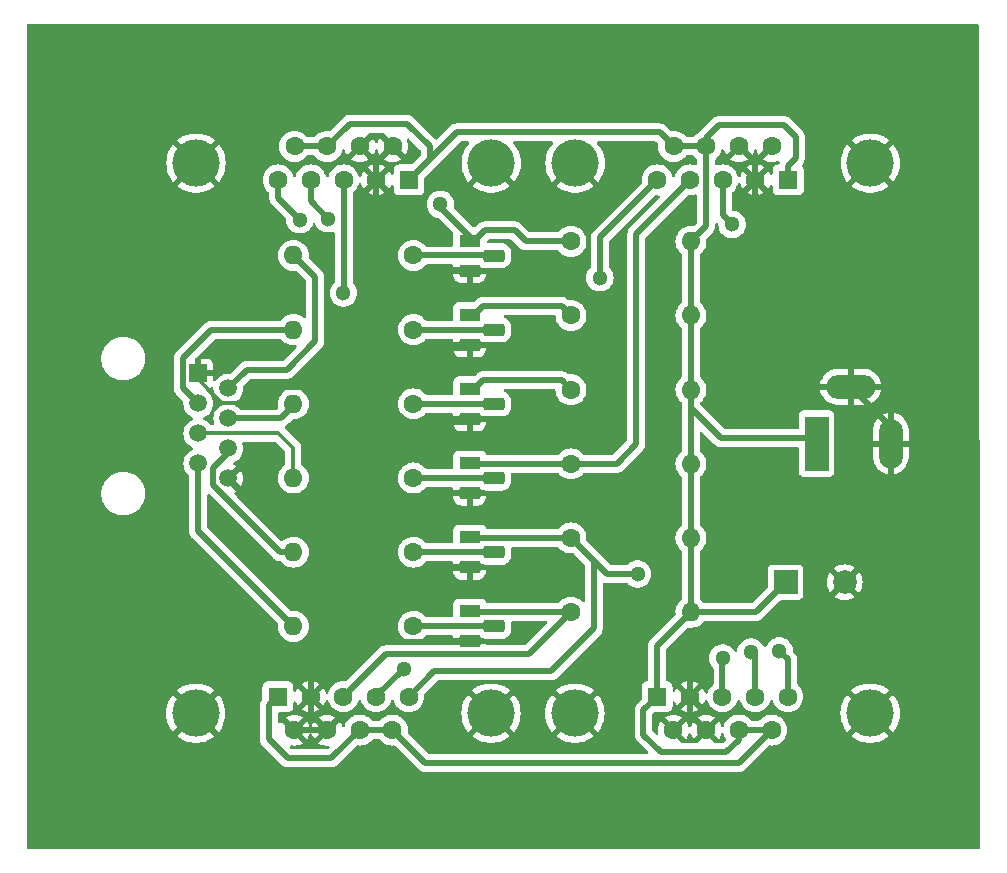
<source format=gbr>
%TF.GenerationSoftware,KiCad,Pcbnew,8.0.4*%
%TF.CreationDate,2024-09-02T12:40:36+02:00*%
%TF.ProjectId,Big7segDisplayDrv,42696737-7365-4674-9469-73706c617944,rev?*%
%TF.SameCoordinates,Original*%
%TF.FileFunction,Copper,L2,Bot*%
%TF.FilePolarity,Positive*%
%FSLAX46Y46*%
G04 Gerber Fmt 4.6, Leading zero omitted, Abs format (unit mm)*
G04 Created by KiCad (PCBNEW 8.0.4) date 2024-09-02 12:40:36*
%MOMM*%
%LPD*%
G01*
G04 APERTURE LIST*
G04 Aperture macros list*
%AMRoundRect*
0 Rectangle with rounded corners*
0 $1 Rounding radius*
0 $2 $3 $4 $5 $6 $7 $8 $9 X,Y pos of 4 corners*
0 Add a 4 corners polygon primitive as box body*
4,1,4,$2,$3,$4,$5,$6,$7,$8,$9,$2,$3,0*
0 Add four circle primitives for the rounded corners*
1,1,$1+$1,$2,$3*
1,1,$1+$1,$4,$5*
1,1,$1+$1,$6,$7*
1,1,$1+$1,$8,$9*
0 Add four rect primitives between the rounded corners*
20,1,$1+$1,$2,$3,$4,$5,0*
20,1,$1+$1,$4,$5,$6,$7,0*
20,1,$1+$1,$6,$7,$8,$9,0*
20,1,$1+$1,$8,$9,$2,$3,0*%
G04 Aperture macros list end*
%TA.AperFunction,ComponentPad*%
%ADD10C,4.000000*%
%TD*%
%TA.AperFunction,ComponentPad*%
%ADD11R,1.600000X1.600000*%
%TD*%
%TA.AperFunction,ComponentPad*%
%ADD12C,1.600000*%
%TD*%
%TA.AperFunction,ComponentPad*%
%ADD13R,1.800000X1.100000*%
%TD*%
%TA.AperFunction,ComponentPad*%
%ADD14RoundRect,0.275000X-0.625000X0.275000X-0.625000X-0.275000X0.625000X-0.275000X0.625000X0.275000X0*%
%TD*%
%TA.AperFunction,ComponentPad*%
%ADD15R,2.000000X4.600000*%
%TD*%
%TA.AperFunction,ComponentPad*%
%ADD16O,2.000000X4.200000*%
%TD*%
%TA.AperFunction,ComponentPad*%
%ADD17O,4.200000X2.000000*%
%TD*%
%TA.AperFunction,ComponentPad*%
%ADD18R,2.000000X2.000000*%
%TD*%
%TA.AperFunction,ComponentPad*%
%ADD19C,2.000000*%
%TD*%
%TA.AperFunction,ComponentPad*%
%ADD20O,1.600000X1.600000*%
%TD*%
%TA.AperFunction,ComponentPad*%
%ADD21R,1.500000X1.500000*%
%TD*%
%TA.AperFunction,ComponentPad*%
%ADD22C,1.500000*%
%TD*%
%TA.AperFunction,ViaPad*%
%ADD23C,1.300000*%
%TD*%
%TA.AperFunction,Conductor*%
%ADD24C,0.500000*%
%TD*%
%TA.AperFunction,Conductor*%
%ADD25C,0.350000*%
%TD*%
G04 APERTURE END LIST*
D10*
%TO.P,J6,0,PAD*%
%TO.N,GNDREF*%
X132010000Y-77110331D03*
X107010000Y-77110331D03*
D11*
%TO.P,J6,1,1*%
%TO.N,VCC*%
X125050000Y-78530331D03*
D12*
%TO.P,J6,2,2*%
%TO.N,GNDREF*%
X122280000Y-78530331D03*
%TO.P,J6,3,3*%
%TO.N,/sStrobe*%
X119510000Y-78530331D03*
%TO.P,J6,4,4*%
%TO.N,/ssd3*%
X116740000Y-78530331D03*
%TO.P,J6,5,5*%
%TO.N,/sClk*%
X113970000Y-78530331D03*
%TO.P,J6,6,6*%
%TO.N,GNDREF*%
X123665000Y-75690331D03*
%TO.P,J6,7,7*%
X120895000Y-75690331D03*
%TO.P,J6,8,8*%
%TO.N,VCC*%
X118125000Y-75690331D03*
%TO.P,J6,9,9*%
X115355000Y-75690331D03*
%TD*%
D13*
%TO.P,Q1,1,C*%
%TO.N,/ssd1*%
X130180000Y-83682000D03*
D14*
%TO.P,Q1,2,B*%
%TO.N,Net-(Q1-B)*%
X132250000Y-84952000D03*
%TO.P,Q1,3,E*%
%TO.N,GNDREF*%
X130180000Y-86222000D03*
%TD*%
D10*
%TO.P,J7,0,PAD*%
%TO.N,GNDREF*%
X164110000Y-77110331D03*
X139110000Y-77110331D03*
D11*
%TO.P,J7,1,1*%
%TO.N,VCC*%
X157150000Y-78530331D03*
D12*
%TO.P,J7,2,2*%
%TO.N,GNDREF*%
X154380000Y-78530331D03*
%TO.P,J7,3,3*%
%TO.N,/sStrobe*%
X151610000Y-78530331D03*
%TO.P,J7,4,4*%
%TO.N,/ssd4*%
X148840000Y-78530331D03*
%TO.P,J7,5,5*%
%TO.N,/sClk*%
X146070000Y-78530331D03*
%TO.P,J7,6,6*%
%TO.N,GNDREF*%
X155765000Y-75690331D03*
%TO.P,J7,7,7*%
X152995000Y-75690331D03*
%TO.P,J7,8,8*%
%TO.N,VCC*%
X150225000Y-75690331D03*
%TO.P,J7,9,9*%
X147455000Y-75690331D03*
%TD*%
D15*
%TO.P,J10,1*%
%TO.N,VCC*%
X159550000Y-100850000D03*
D16*
%TO.P,J10,2*%
%TO.N,GNDREF*%
X165850000Y-100850000D03*
D17*
%TO.P,J10,3*%
X162450000Y-96050000D03*
%TD*%
D13*
%TO.P,Q5,1,C*%
%TO.N,/sClk*%
X130180000Y-108778000D03*
D14*
%TO.P,Q5,2,B*%
%TO.N,Net-(Q5-B)*%
X132250000Y-110048000D03*
%TO.P,Q5,3,E*%
%TO.N,GNDREF*%
X130180000Y-111318000D03*
%TD*%
D18*
%TO.P,C1,1*%
%TO.N,VCC*%
X156932323Y-112600000D03*
D19*
%TO.P,C1,2*%
%TO.N,GNDREF*%
X161932323Y-112600000D03*
%TD*%
D12*
%TO.P,R3,1*%
%TO.N,/ssd3*%
X138760000Y-96286000D03*
D20*
%TO.P,R3,2*%
%TO.N,VCC*%
X148920000Y-96286000D03*
%TD*%
D13*
%TO.P,Q2,1,C*%
%TO.N,/ssd2*%
X130180000Y-89956000D03*
D14*
%TO.P,Q2,2,B*%
%TO.N,Net-(Q2-B)*%
X132250000Y-91226000D03*
%TO.P,Q2,3,E*%
%TO.N,GNDREF*%
X130180000Y-92496000D03*
%TD*%
D21*
%TO.P,J8,1*%
%TO.N,GNDREF*%
X107200000Y-94917500D03*
D22*
%TO.P,J8,2*%
%TO.N,/serData1*%
X109740000Y-96187500D03*
%TO.P,J8,3*%
%TO.N,/serData2*%
X107200000Y-97457500D03*
%TO.P,J8,4*%
%TO.N,/serData3*%
X109740000Y-98727500D03*
%TO.P,J8,5*%
%TO.N,/serData4*%
X107200000Y-99997500D03*
%TO.P,J8,6*%
%TO.N,/Clk*%
X109740000Y-101267500D03*
%TO.P,J8,7*%
%TO.N,/Strobe*%
X107200000Y-102537500D03*
%TO.P,J8,8*%
%TO.N,GNDREF*%
X109740000Y-103807500D03*
%TD*%
D13*
%TO.P,Q4,1,C*%
%TO.N,/ssd4*%
X130180000Y-102504000D03*
D14*
%TO.P,Q4,2,B*%
%TO.N,Net-(Q4-B)*%
X132250000Y-103774000D03*
%TO.P,Q4,3,E*%
%TO.N,GNDREF*%
X130180000Y-105044000D03*
%TD*%
D12*
%TO.P,R9,1*%
%TO.N,Net-(Q3-B)*%
X125420000Y-97486000D03*
D20*
%TO.P,R9,2*%
%TO.N,/serData3*%
X115260000Y-97486000D03*
%TD*%
D12*
%TO.P,R1,1*%
%TO.N,/ssd1*%
X138760000Y-83726000D03*
D20*
%TO.P,R1,2*%
%TO.N,VCC*%
X148920000Y-83726000D03*
%TD*%
D12*
%TO.P,R2,1*%
%TO.N,/ssd2*%
X138760000Y-90006000D03*
D20*
%TO.P,R2,2*%
%TO.N,VCC*%
X148920000Y-90006000D03*
%TD*%
D10*
%TO.P,J4,0,PAD*%
%TO.N,GNDREF*%
X106990000Y-123689669D03*
X131990000Y-123689669D03*
D11*
%TO.P,J4,1,1*%
%TO.N,VCC*%
X113950000Y-122269669D03*
D12*
%TO.P,J4,2,2*%
%TO.N,GNDREF*%
X116720000Y-122269669D03*
%TO.P,J4,3,3*%
%TO.N,/sStrobe*%
X119490000Y-122269669D03*
%TO.P,J4,4,4*%
%TO.N,/ssd1*%
X122260000Y-122269669D03*
%TO.P,J4,5,5*%
%TO.N,/sClk*%
X125030000Y-122269669D03*
%TO.P,J4,6,6*%
%TO.N,GNDREF*%
X115335000Y-125109669D03*
%TO.P,J4,7,7*%
X118105000Y-125109669D03*
%TO.P,J4,8,8*%
%TO.N,VCC*%
X120875000Y-125109669D03*
%TO.P,J4,9,9*%
X123645000Y-125109669D03*
%TD*%
%TO.P,R8,1*%
%TO.N,Net-(Q2-B)*%
X125420000Y-91206000D03*
D20*
%TO.P,R8,2*%
%TO.N,/serData2*%
X115260000Y-91206000D03*
%TD*%
D12*
%TO.P,R4,1*%
%TO.N,/ssd4*%
X138760000Y-102566000D03*
D20*
%TO.P,R4,2*%
%TO.N,VCC*%
X148920000Y-102566000D03*
%TD*%
D13*
%TO.P,Q6,1,C*%
%TO.N,/sStrobe*%
X130180000Y-115052000D03*
D14*
%TO.P,Q6,2,B*%
%TO.N,Net-(Q6-B)*%
X132250000Y-116322000D03*
%TO.P,Q6,3,E*%
%TO.N,GNDREF*%
X130180000Y-117592000D03*
%TD*%
D12*
%TO.P,R10,1*%
%TO.N,Net-(Q4-B)*%
X125420000Y-103766000D03*
D20*
%TO.P,R10,2*%
%TO.N,/serData4*%
X115260000Y-103766000D03*
%TD*%
D12*
%TO.P,R12,1*%
%TO.N,Net-(Q6-B)*%
X125420000Y-116326000D03*
D20*
%TO.P,R12,2*%
%TO.N,/Strobe*%
X115260000Y-116326000D03*
%TD*%
D12*
%TO.P,R7,1*%
%TO.N,Net-(Q1-B)*%
X125420000Y-84926000D03*
D20*
%TO.P,R7,2*%
%TO.N,/serData1*%
X115260000Y-84926000D03*
%TD*%
D10*
%TO.P,J5,0,PAD*%
%TO.N,GNDREF*%
X139090000Y-123689669D03*
X164090000Y-123689669D03*
D11*
%TO.P,J5,1,1*%
%TO.N,VCC*%
X146050000Y-122269669D03*
D12*
%TO.P,J5,2,2*%
%TO.N,GNDREF*%
X148820000Y-122269669D03*
%TO.P,J5,3,3*%
%TO.N,/sStrobe*%
X151590000Y-122269669D03*
%TO.P,J5,4,4*%
%TO.N,/ssd2*%
X154360000Y-122269669D03*
%TO.P,J5,5,5*%
%TO.N,/sClk*%
X157130000Y-122269669D03*
%TO.P,J5,6,6*%
%TO.N,GNDREF*%
X147435000Y-125109669D03*
%TO.P,J5,7,7*%
X150205000Y-125109669D03*
%TO.P,J5,8,8*%
%TO.N,VCC*%
X152975000Y-125109669D03*
%TO.P,J5,9,9*%
X155745000Y-125109669D03*
%TD*%
%TO.P,R6,1*%
%TO.N,/sStrobe*%
X138760000Y-115126000D03*
D20*
%TO.P,R6,2*%
%TO.N,VCC*%
X148920000Y-115126000D03*
%TD*%
D12*
%TO.P,R5,1*%
%TO.N,/sClk*%
X138760000Y-108846000D03*
D20*
%TO.P,R5,2*%
%TO.N,VCC*%
X148920000Y-108846000D03*
%TD*%
D12*
%TO.P,R11,1*%
%TO.N,Net-(Q5-B)*%
X125420000Y-110046000D03*
D20*
%TO.P,R11,2*%
%TO.N,/Clk*%
X115260000Y-110046000D03*
%TD*%
D13*
%TO.P,Q3,1,C*%
%TO.N,/ssd3*%
X130180000Y-96230000D03*
D14*
%TO.P,Q3,2,B*%
%TO.N,Net-(Q3-B)*%
X132250000Y-97500000D03*
%TO.P,Q3,3,E*%
%TO.N,GNDREF*%
X130180000Y-98770000D03*
%TD*%
D23*
%TO.N,GNDREF*%
X162400000Y-87800000D03*
X122280000Y-100720000D03*
%TO.N,/sStrobe*%
X151600000Y-119000000D03*
X152400000Y-82300000D03*
X119500000Y-88100000D03*
%TO.N,/ssd1*%
X124600000Y-119900000D03*
X127700000Y-80600000D03*
%TO.N,/sClk*%
X156400000Y-118400000D03*
X141200000Y-86800000D03*
X144400000Y-111900000D03*
X115800000Y-81900000D03*
%TO.N,/ssd2*%
X154000000Y-118500000D03*
%TO.N,/ssd3*%
X118200000Y-81800000D03*
%TD*%
D24*
%TO.N,VCC*%
X148900000Y-97800000D02*
X148920000Y-97780000D01*
X118125000Y-75690331D02*
X120015331Y-73800000D01*
X148920000Y-115126000D02*
X154406323Y-115126000D01*
X126790165Y-76790165D02*
X125050000Y-78530331D01*
X157800000Y-74900000D02*
X156800000Y-73900000D01*
X152975000Y-125925000D02*
X151900000Y-127000000D01*
X157800000Y-76700000D02*
X157800000Y-74900000D01*
X118484669Y-127500000D02*
X120875000Y-125109669D01*
X155745000Y-125109669D02*
X152975000Y-125109669D01*
X148920000Y-83726000D02*
X150225000Y-82421000D01*
X147455000Y-75690331D02*
X146264669Y-74500000D01*
X159150000Y-98950000D02*
X159150000Y-100350000D01*
X144900000Y-123419669D02*
X146050000Y-122269669D01*
X156800000Y-73900000D02*
X151300000Y-73900000D01*
X154406323Y-115126000D02*
X156932323Y-112600000D01*
X126435331Y-127900000D02*
X152954669Y-127900000D01*
X114800000Y-127500000D02*
X118484669Y-127500000D01*
X148920000Y-102566000D02*
X148920000Y-96286000D01*
X124900000Y-73800000D02*
X126790165Y-75690165D01*
X151900000Y-127000000D02*
X146400000Y-127000000D01*
X144900000Y-125500000D02*
X144900000Y-123419669D01*
X146400000Y-127000000D02*
X144900000Y-125500000D01*
X148920000Y-97780000D02*
X148920000Y-96286000D01*
X120015331Y-73800000D02*
X124900000Y-73800000D01*
X151500000Y-100400000D02*
X148900000Y-97800000D01*
X120875000Y-125109669D02*
X123645000Y-125109669D01*
X150225000Y-82421000D02*
X150225000Y-75690331D01*
X148920000Y-108846000D02*
X148920000Y-115126000D01*
X159100000Y-100400000D02*
X151500000Y-100400000D01*
X146050000Y-117996000D02*
X148920000Y-115126000D01*
X148920000Y-90006000D02*
X148920000Y-96286000D01*
X159550000Y-100850000D02*
X159100000Y-100400000D01*
X157150000Y-78530331D02*
X157150000Y-77350000D01*
X129080330Y-74500000D02*
X126790165Y-76790165D01*
X157150000Y-77350000D02*
X157800000Y-76700000D01*
X150225000Y-74975000D02*
X150225000Y-75690331D01*
X113200000Y-125900000D02*
X114800000Y-127500000D01*
X126790165Y-75690165D02*
X126790165Y-76790165D01*
X150225000Y-75690331D02*
X147455000Y-75690331D01*
X123645000Y-125109669D02*
X126435331Y-127900000D01*
X115355000Y-75690331D02*
X118125000Y-75690331D01*
X148920000Y-102566000D02*
X148920000Y-108846000D01*
X113950000Y-122269669D02*
X113200000Y-123019669D01*
X146264669Y-74500000D02*
X129080330Y-74500000D01*
X146050000Y-122269669D02*
X146050000Y-117996000D01*
X113200000Y-123019669D02*
X113200000Y-125900000D01*
X148920000Y-83726000D02*
X148920000Y-90006000D01*
X151300000Y-73900000D02*
X150225000Y-74975000D01*
X152975000Y-125109669D02*
X152975000Y-125925000D01*
X152954669Y-127900000D02*
X155745000Y-125109669D01*
%TO.N,GNDREF*%
X115335000Y-125109669D02*
X118105000Y-125109669D01*
X130580000Y-117592000D02*
X130496489Y-117675511D01*
X124778170Y-99035511D02*
X122280000Y-96537341D01*
X109740000Y-103807500D02*
X111048500Y-105116000D01*
X127404000Y-86196000D02*
X130554000Y-86196000D01*
X127116000Y-105044000D02*
X122280000Y-109880000D01*
X162450000Y-96050000D02*
X165850000Y-99450000D01*
X127404000Y-86196000D02*
X127430000Y-86222000D01*
X162450000Y-87850000D02*
X162450000Y-96050000D01*
X116720000Y-120520000D02*
X116720000Y-122269669D01*
X149900000Y-116400000D02*
X148820000Y-117480000D01*
X122280000Y-102393076D02*
X122280000Y-100720000D01*
X130314489Y-99035511D02*
X124778170Y-99035511D01*
X130502489Y-111395511D02*
X127604489Y-111395511D01*
X124100000Y-87200000D02*
X122280000Y-85380000D01*
X122280000Y-78530331D02*
X122280000Y-77075331D01*
X154607665Y-76847666D02*
X154152334Y-76847666D01*
X122280000Y-85380000D02*
X122280000Y-85220000D01*
X130496489Y-117675511D02*
X123875511Y-117675511D01*
X130320489Y-92755511D02*
X130580000Y-92496000D01*
X154380000Y-78530331D02*
X154380000Y-79780000D01*
X165850000Y-99450000D02*
X165850000Y-100850000D01*
D25*
X117696000Y-96136000D02*
X113664000Y-96136000D01*
X122280000Y-100720000D02*
X117696000Y-96136000D01*
D24*
X122280000Y-108673076D02*
X122280000Y-101720000D01*
X130580000Y-111318000D02*
X130502489Y-111395511D01*
X154380000Y-79780000D02*
X162400000Y-87800000D01*
X122280000Y-90920000D02*
X124115511Y-92755511D01*
X122280000Y-77075331D02*
X122627665Y-76727665D01*
X127404000Y-86196000D02*
X126400000Y-87200000D01*
X120895000Y-75690331D02*
X121932334Y-76727665D01*
X116720000Y-123724669D02*
X115335000Y-125109669D01*
X116720000Y-122269669D02*
X116720000Y-120040000D01*
X122627665Y-76727665D02*
X123665000Y-75690331D01*
D25*
X109212500Y-97412500D02*
X107200000Y-95400000D01*
D24*
X130580000Y-98770000D02*
X130314489Y-99035511D01*
X127604489Y-111395511D02*
X124320000Y-114680000D01*
D25*
X107200000Y-95400000D02*
X107200000Y-94917500D01*
D24*
X121932334Y-76727665D02*
X122627665Y-76727665D01*
X122280000Y-85220000D02*
X122280000Y-78530331D01*
X122080000Y-114680000D02*
X122280000Y-114480000D01*
D25*
X113664000Y-96136000D02*
X112387500Y-97412500D01*
D24*
X122280000Y-114480000D02*
X122280000Y-109880000D01*
X148820000Y-117480000D02*
X148820000Y-122269669D01*
X154152334Y-76847666D02*
X152995000Y-75690331D01*
X148820000Y-122269669D02*
X148820000Y-123724669D01*
X116720000Y-122269669D02*
X116720000Y-123724669D01*
X148820000Y-123724669D02*
X147435000Y-125109669D01*
X154380000Y-77075331D02*
X154152334Y-76847666D01*
X122280000Y-95980000D02*
X122280000Y-90920000D01*
X122280000Y-90920000D02*
X122280000Y-85220000D01*
X126400000Y-87200000D02*
X124100000Y-87200000D01*
X154380000Y-78530331D02*
X154380000Y-77075331D01*
X122280000Y-116080000D02*
X122280000Y-114480000D01*
X122280000Y-96537341D02*
X122280000Y-95980000D01*
X116720000Y-120040000D02*
X122080000Y-114680000D01*
X155765000Y-75690331D02*
X154607665Y-76847666D01*
X130580000Y-105044000D02*
X127116000Y-105044000D01*
X158132323Y-116400000D02*
X149900000Y-116400000D01*
X111048500Y-105116000D02*
X112516000Y-105116000D01*
X161932323Y-112600000D02*
X158132323Y-116400000D01*
X124320000Y-114680000D02*
X122080000Y-114680000D01*
X122280000Y-109880000D02*
X122280000Y-107980000D01*
D25*
X112387500Y-97412500D02*
X109212500Y-97412500D01*
D24*
X148820000Y-123724669D02*
X150205000Y-125109669D01*
X123875511Y-117675511D02*
X122280000Y-116080000D01*
X124115511Y-92755511D02*
X130320489Y-92755511D01*
X165850000Y-100850000D02*
X165850000Y-108682323D01*
X165850000Y-108682323D02*
X161932323Y-112600000D01*
X122280000Y-100720000D02*
X122280000Y-95980000D01*
X112516000Y-105116000D02*
X122080000Y-114680000D01*
X162400000Y-87800000D02*
X162450000Y-87850000D01*
%TO.N,/serData1*%
X115260000Y-84926000D02*
X115226000Y-84960000D01*
X115260000Y-84926000D02*
X117100000Y-86766000D01*
X117100000Y-86766000D02*
X117100000Y-92200000D01*
X117100000Y-92200000D02*
X114700000Y-94600000D01*
X111327500Y-94600000D02*
X109740000Y-96187500D01*
X114700000Y-94600000D02*
X111327500Y-94600000D01*
%TO.N,/serData2*%
X115260000Y-91206000D02*
X108311500Y-91206000D01*
X105900000Y-96157500D02*
X107200000Y-97457500D01*
X108311500Y-91206000D02*
X105900000Y-93617500D01*
X105900000Y-93617500D02*
X105900000Y-96157500D01*
%TO.N,/serData3*%
X115260000Y-97640000D02*
X114172500Y-98727500D01*
X114172500Y-98727500D02*
X109740000Y-98727500D01*
X115260000Y-97486000D02*
X115260000Y-97640000D01*
D25*
%TO.N,/serData4*%
X113997500Y-99997500D02*
X107200000Y-99997500D01*
X115260000Y-101260000D02*
X113997500Y-99997500D01*
X115260000Y-103766000D02*
X115260000Y-101260000D01*
D24*
%TO.N,/Clk*%
X108440000Y-102960000D02*
X109740000Y-101660000D01*
X114128630Y-110046000D02*
X108440000Y-104357370D01*
X109740000Y-101660000D02*
X109740000Y-101267500D01*
X115260000Y-110046000D02*
X114128630Y-110046000D01*
X108440000Y-104357370D02*
X108440000Y-102960000D01*
%TO.N,/Strobe*%
X107200000Y-108266000D02*
X107200000Y-102537500D01*
X115260000Y-116326000D02*
X107200000Y-108266000D01*
%TO.N,/sStrobe*%
X151590000Y-119010000D02*
X151590000Y-122269669D01*
X138660000Y-115026000D02*
X138760000Y-115126000D01*
X119510000Y-88090000D02*
X119510000Y-78530331D01*
X119500000Y-88100000D02*
X119510000Y-88090000D01*
X130654000Y-115126000D02*
X138760000Y-115126000D01*
X119490000Y-122269669D02*
X123059669Y-118700000D01*
X151610000Y-78530331D02*
X151610000Y-81510000D01*
X123059669Y-118700000D02*
X135186000Y-118700000D01*
X130580000Y-115052000D02*
X130654000Y-115126000D01*
X135186000Y-118700000D02*
X138760000Y-115126000D01*
X151610000Y-81510000D02*
X152400000Y-82300000D01*
X151600000Y-119000000D02*
X151590000Y-119010000D01*
%TO.N,/ssd1*%
X127700000Y-80802000D02*
X130580000Y-83682000D01*
X138760000Y-83726000D02*
X134926000Y-83726000D01*
X127700000Y-80600000D02*
X127700000Y-80802000D01*
X134926000Y-83726000D02*
X134000000Y-82800000D01*
X134000000Y-82800000D02*
X131462000Y-82800000D01*
X122260000Y-122240000D02*
X124600000Y-119900000D01*
X122260000Y-122269669D02*
X122260000Y-122240000D01*
X131462000Y-82800000D02*
X130580000Y-83682000D01*
X138690000Y-83656000D02*
X138760000Y-83726000D01*
%TO.N,/sClk*%
X140700000Y-110786000D02*
X139357000Y-109443000D01*
X127199669Y-120100000D02*
X137100000Y-120100000D01*
X156400000Y-118400000D02*
X157130000Y-119130000D01*
X113970000Y-78530331D02*
X113970000Y-80070000D01*
X140700000Y-116500000D02*
X140700000Y-110786000D01*
X125030000Y-122269669D02*
X127199669Y-120100000D01*
X141814000Y-111900000D02*
X139357000Y-109443000D01*
X139357000Y-109443000D02*
X138760000Y-108846000D01*
X157130000Y-119130000D02*
X157130000Y-122269669D01*
X130648000Y-108846000D02*
X138760000Y-108846000D01*
X137100000Y-120100000D02*
X140700000Y-116500000D01*
X138666000Y-108752000D02*
X138760000Y-108846000D01*
X113970000Y-80070000D02*
X115800000Y-81900000D01*
X144400000Y-111900000D02*
X141814000Y-111900000D01*
X141200000Y-83400331D02*
X141200000Y-86800000D01*
X146070000Y-78530331D02*
X141200000Y-83400331D01*
X130580000Y-108778000D02*
X130648000Y-108846000D01*
%TO.N,/ssd2*%
X131329999Y-89206001D02*
X130580000Y-89956000D01*
X137960001Y-89206001D02*
X131329999Y-89206001D01*
X154000000Y-118500000D02*
X154360000Y-118860000D01*
X154360000Y-118860000D02*
X154360000Y-122269669D01*
X138760000Y-90006000D02*
X137960001Y-89206001D01*
%TO.N,/ssd3*%
X116740000Y-78530331D02*
X116740000Y-80340000D01*
X116740000Y-80340000D02*
X118200000Y-81800000D01*
X138760000Y-96286000D02*
X137960001Y-95486001D01*
X131323999Y-95486001D02*
X130580000Y-96230000D01*
X137960001Y-95486001D02*
X131323999Y-95486001D01*
%TO.N,/ssd4*%
X138672000Y-102478000D02*
X138760000Y-102566000D01*
X130642000Y-102566000D02*
X138760000Y-102566000D01*
X130580000Y-102504000D02*
X130642000Y-102566000D01*
X148840000Y-78530331D02*
X144300000Y-83070331D01*
X142634000Y-102566000D02*
X138760000Y-102566000D01*
X144300000Y-83070331D02*
X144300000Y-100900000D01*
X144300000Y-100900000D02*
X142634000Y-102566000D01*
%TO.N,Net-(Q1-B)*%
X125420000Y-84926000D02*
X131940000Y-84926000D01*
%TO.N,Net-(Q2-B)*%
X125426000Y-91200000D02*
X125420000Y-91206000D01*
X131830000Y-91206000D02*
X131850000Y-91226000D01*
X125420000Y-91206000D02*
X131830000Y-91206000D01*
%TO.N,Net-(Q3-B)*%
X125432000Y-97474000D02*
X125420000Y-97486000D01*
X125420000Y-97486000D02*
X131836000Y-97486000D01*
X131836000Y-97486000D02*
X131850000Y-97500000D01*
%TO.N,Net-(Q4-B)*%
X125438000Y-103748000D02*
X125420000Y-103766000D01*
X125420000Y-103766000D02*
X131842000Y-103766000D01*
X131842000Y-103766000D02*
X131850000Y-103774000D01*
%TO.N,Net-(Q5-B)*%
X131850000Y-110048000D02*
X131848000Y-110046000D01*
X125444000Y-110022000D02*
X125420000Y-110046000D01*
X131848000Y-110046000D02*
X125420000Y-110046000D01*
%TO.N,Net-(Q6-B)*%
X131850000Y-116322000D02*
X131846000Y-116326000D01*
X131910000Y-116326000D02*
X131940000Y-116296000D01*
X131846000Y-116326000D02*
X125420000Y-116326000D01*
%TD*%
%TA.AperFunction,Conductor*%
%TO.N,GNDREF*%
G36*
X117639075Y-125302662D02*
G01*
X117704901Y-125416676D01*
X117797993Y-125509768D01*
X117912007Y-125575594D01*
X117980051Y-125593826D01*
X117377110Y-126196767D01*
X117377110Y-126196769D01*
X117448498Y-126246755D01*
X117655926Y-126343480D01*
X117655931Y-126343482D01*
X117876999Y-126402717D01*
X117876995Y-126402717D01*
X118105004Y-126422664D01*
X118181303Y-126415989D01*
X118250908Y-126429977D01*
X118301901Y-126479376D01*
X118318092Y-126548501D01*
X118294340Y-126615407D01*
X118281383Y-126630603D01*
X118207394Y-126704594D01*
X118145082Y-126738620D01*
X118118297Y-126741500D01*
X115166371Y-126741500D01*
X115098250Y-126721498D01*
X115077276Y-126704595D01*
X114986532Y-126613851D01*
X114952506Y-126551539D01*
X114957571Y-126480724D01*
X115000118Y-126423888D01*
X115066638Y-126399077D01*
X115101464Y-126402405D01*
X115101578Y-126401762D01*
X115106995Y-126402717D01*
X115335000Y-126422664D01*
X115563002Y-126402717D01*
X115784068Y-126343482D01*
X115784073Y-126343480D01*
X115991497Y-126246757D01*
X116062888Y-126196768D01*
X116062888Y-126196767D01*
X115459947Y-125593827D01*
X115527993Y-125575594D01*
X115642007Y-125509768D01*
X115735099Y-125416676D01*
X115800925Y-125302662D01*
X115819157Y-125234617D01*
X116422097Y-125837557D01*
X116422099Y-125837557D01*
X116472088Y-125766166D01*
X116568811Y-125558742D01*
X116568813Y-125558737D01*
X116598293Y-125448719D01*
X116635245Y-125388096D01*
X116699105Y-125357075D01*
X116769600Y-125365503D01*
X116824347Y-125410706D01*
X116841707Y-125448719D01*
X116871186Y-125558737D01*
X116871188Y-125558742D01*
X116967913Y-125766170D01*
X117017899Y-125837557D01*
X117620841Y-125234615D01*
X117639075Y-125302662D01*
G37*
%TD.AperFunction*%
%TA.AperFunction,Conductor*%
G36*
X149739075Y-125302662D02*
G01*
X149804901Y-125416676D01*
X149897993Y-125509768D01*
X150012007Y-125575594D01*
X150080051Y-125593826D01*
X149469282Y-126204596D01*
X149406970Y-126238621D01*
X149380187Y-126241500D01*
X148259812Y-126241500D01*
X148191691Y-126221498D01*
X148170717Y-126204596D01*
X147559947Y-125593827D01*
X147627993Y-125575594D01*
X147742007Y-125509768D01*
X147835099Y-125416676D01*
X147900925Y-125302662D01*
X147919157Y-125234617D01*
X148522097Y-125837557D01*
X148522099Y-125837557D01*
X148572088Y-125766166D01*
X148668811Y-125558742D01*
X148668813Y-125558737D01*
X148698293Y-125448719D01*
X148735245Y-125388096D01*
X148799105Y-125357075D01*
X148869600Y-125365503D01*
X148924347Y-125410706D01*
X148941707Y-125448719D01*
X148971186Y-125558737D01*
X148971188Y-125558742D01*
X149067913Y-125766170D01*
X149117899Y-125837557D01*
X149720841Y-125234615D01*
X149739075Y-125302662D01*
G37*
%TD.AperFunction*%
%TA.AperFunction,Conductor*%
G36*
X151292097Y-125837557D02*
G01*
X151292099Y-125837557D01*
X151342088Y-125766166D01*
X151438811Y-125558742D01*
X151438813Y-125558738D01*
X151468034Y-125449683D01*
X151504985Y-125389061D01*
X151568846Y-125358039D01*
X151639340Y-125366467D01*
X151694087Y-125411670D01*
X151711448Y-125449683D01*
X151740715Y-125558909D01*
X151740717Y-125558915D01*
X151837474Y-125766413D01*
X151837476Y-125766415D01*
X151837477Y-125766418D01*
X151868849Y-125811221D01*
X151891536Y-125878495D01*
X151874251Y-125947355D01*
X151854731Y-125972586D01*
X151622724Y-126204595D01*
X151560412Y-126238620D01*
X151533628Y-126241500D01*
X151029812Y-126241500D01*
X150961691Y-126221498D01*
X150940717Y-126204595D01*
X150329948Y-125593826D01*
X150397993Y-125575594D01*
X150512007Y-125509768D01*
X150605099Y-125416676D01*
X150670925Y-125302662D01*
X150689157Y-125234617D01*
X151292097Y-125837557D01*
G37*
%TD.AperFunction*%
%TA.AperFunction,Conductor*%
G36*
X136692750Y-115904502D02*
G01*
X136739243Y-115958158D01*
X136749347Y-116028432D01*
X136719853Y-116093012D01*
X136713724Y-116099595D01*
X134908724Y-117904595D01*
X134846412Y-117938621D01*
X134819629Y-117941500D01*
X131714000Y-117941500D01*
X131645879Y-117921498D01*
X131599386Y-117867842D01*
X131596478Y-117854477D01*
X131588001Y-117846000D01*
X130856330Y-117846000D01*
X130880075Y-117822255D01*
X130929444Y-117736745D01*
X130955000Y-117641370D01*
X130955000Y-117542630D01*
X130929444Y-117447255D01*
X130880075Y-117361745D01*
X130856330Y-117338000D01*
X131349012Y-117338000D01*
X131390626Y-117345070D01*
X131449552Y-117365690D01*
X131580996Y-117380500D01*
X132919004Y-117380500D01*
X133050448Y-117365690D01*
X133217099Y-117307376D01*
X133366596Y-117213441D01*
X133491441Y-117088596D01*
X133585376Y-116939099D01*
X133643690Y-116772448D01*
X133658500Y-116641004D01*
X133658500Y-116010500D01*
X133678502Y-115942379D01*
X133732158Y-115895886D01*
X133784500Y-115884500D01*
X136624629Y-115884500D01*
X136692750Y-115904502D01*
G37*
%TD.AperFunction*%
%TA.AperFunction,Conductor*%
G36*
X155299075Y-75883324D02*
G01*
X155364901Y-75997338D01*
X155457993Y-76090430D01*
X155572007Y-76156256D01*
X155640050Y-76174488D01*
X155037110Y-76777428D01*
X155037110Y-76777431D01*
X155108498Y-76827417D01*
X155315926Y-76924142D01*
X155315931Y-76924144D01*
X155536999Y-76983379D01*
X155536995Y-76983379D01*
X155765000Y-77003326D01*
X155993002Y-76983379D01*
X156214068Y-76924144D01*
X156214078Y-76924140D01*
X156281489Y-76892706D01*
X156351680Y-76882044D01*
X156416493Y-76911023D01*
X156455350Y-76970442D01*
X156455914Y-77041437D01*
X156451149Y-77055117D01*
X156420649Y-77128750D01*
X156419544Y-77132397D01*
X156418444Y-77134075D01*
X156418280Y-77134472D01*
X156418204Y-77134440D01*
X156380634Y-77191781D01*
X156315795Y-77220702D01*
X156304716Y-77221445D01*
X156304728Y-77221651D01*
X156301350Y-77221831D01*
X156240803Y-77228340D01*
X156240795Y-77228342D01*
X156103797Y-77279441D01*
X156103792Y-77279443D01*
X155986738Y-77367069D01*
X155899112Y-77484123D01*
X155899110Y-77484128D01*
X155848011Y-77621126D01*
X155848009Y-77621134D01*
X155841500Y-77681681D01*
X155841500Y-78001186D01*
X155821498Y-78069307D01*
X155767842Y-78115800D01*
X155697568Y-78125904D01*
X155632988Y-78096410D01*
X155601305Y-78054436D01*
X155517086Y-77873829D01*
X155467100Y-77802441D01*
X155467098Y-77802441D01*
X154864157Y-78405382D01*
X154845925Y-78337338D01*
X154780099Y-78223324D01*
X154687007Y-78130232D01*
X154572993Y-78064406D01*
X154504947Y-78046172D01*
X155107888Y-77443230D01*
X155107888Y-77443229D01*
X155036501Y-77393244D01*
X154829073Y-77296519D01*
X154829068Y-77296517D01*
X154608000Y-77237282D01*
X154608004Y-77237282D01*
X154380000Y-77217335D01*
X154151997Y-77237282D01*
X153930931Y-77296517D01*
X153930926Y-77296519D01*
X153723500Y-77393244D01*
X153652109Y-77443231D01*
X154255051Y-78046173D01*
X154187007Y-78064406D01*
X154072993Y-78130232D01*
X153979901Y-78223324D01*
X153914075Y-78337338D01*
X153895842Y-78405382D01*
X153292900Y-77802440D01*
X153242913Y-77873831D01*
X153146188Y-78081257D01*
X153146183Y-78081270D01*
X153116964Y-78190317D01*
X153080013Y-78250939D01*
X153016152Y-78281961D01*
X152945657Y-78273532D01*
X152890911Y-78228328D01*
X152873552Y-78190320D01*
X152844284Y-78081088D01*
X152747523Y-77873582D01*
X152616198Y-77686031D01*
X152454300Y-77524133D01*
X152338757Y-77443229D01*
X152266749Y-77392808D01*
X152059246Y-77296048D01*
X152059240Y-77296046D01*
X151913571Y-77257014D01*
X151838087Y-77236788D01*
X151610000Y-77216833D01*
X151381913Y-77236788D01*
X151160759Y-77296046D01*
X151155587Y-77297929D01*
X151154993Y-77296299D01*
X151092536Y-77305775D01*
X151027728Y-77276783D01*
X150988883Y-77217356D01*
X150983500Y-77180922D01*
X150983500Y-76822198D01*
X151003502Y-76754077D01*
X151037228Y-76718985D01*
X151069300Y-76696529D01*
X151231198Y-76534631D01*
X151362523Y-76347080D01*
X151459284Y-76139574D01*
X151488552Y-76030341D01*
X151525502Y-75969723D01*
X151589363Y-75938701D01*
X151659857Y-75947129D01*
X151714604Y-75992331D01*
X151731965Y-76030344D01*
X151761187Y-76139402D01*
X151761188Y-76139404D01*
X151857913Y-76346832D01*
X151907898Y-76418219D01*
X151907900Y-76418219D01*
X152510841Y-75815277D01*
X152529075Y-75883324D01*
X152594901Y-75997338D01*
X152687993Y-76090430D01*
X152802007Y-76156256D01*
X152870051Y-76174488D01*
X152267110Y-76777429D01*
X152267110Y-76777431D01*
X152338498Y-76827417D01*
X152545926Y-76924142D01*
X152545931Y-76924144D01*
X152766999Y-76983379D01*
X152766995Y-76983379D01*
X152995000Y-77003326D01*
X153223002Y-76983379D01*
X153444068Y-76924144D01*
X153444073Y-76924142D01*
X153651497Y-76827419D01*
X153722888Y-76777430D01*
X153722888Y-76777428D01*
X153119948Y-76174488D01*
X153187993Y-76156256D01*
X153302007Y-76090430D01*
X153395099Y-75997338D01*
X153460925Y-75883324D01*
X153479157Y-75815279D01*
X154082097Y-76418219D01*
X154082099Y-76418219D01*
X154132088Y-76346828D01*
X154228811Y-76139404D01*
X154228813Y-76139399D01*
X154258293Y-76029381D01*
X154295245Y-75968758D01*
X154359105Y-75937737D01*
X154429600Y-75946165D01*
X154484347Y-75991368D01*
X154501707Y-76029381D01*
X154531186Y-76139399D01*
X154531188Y-76139404D01*
X154627913Y-76346832D01*
X154677898Y-76418219D01*
X154677900Y-76418219D01*
X155280841Y-75815277D01*
X155299075Y-75883324D01*
G37*
%TD.AperFunction*%
%TA.AperFunction,Conductor*%
G36*
X122908309Y-74578502D02*
G01*
X122929283Y-74595404D01*
X123540052Y-75206172D01*
X123472007Y-75224406D01*
X123357993Y-75290232D01*
X123264901Y-75383324D01*
X123199075Y-75497338D01*
X123180842Y-75565382D01*
X122577900Y-74962440D01*
X122527913Y-75033831D01*
X122431188Y-75241257D01*
X122431187Y-75241259D01*
X122401707Y-75351281D01*
X122364755Y-75411903D01*
X122300894Y-75442925D01*
X122230400Y-75434496D01*
X122175653Y-75389293D01*
X122158293Y-75351281D01*
X122128812Y-75241259D01*
X122128811Y-75241257D01*
X122032086Y-75033829D01*
X121982100Y-74962441D01*
X121982098Y-74962441D01*
X121379157Y-75565382D01*
X121360925Y-75497338D01*
X121295099Y-75383324D01*
X121202007Y-75290232D01*
X121087993Y-75224406D01*
X121019947Y-75206172D01*
X121630714Y-74595405D01*
X121693027Y-74561380D01*
X121719810Y-74558500D01*
X122840188Y-74558500D01*
X122908309Y-74578502D01*
G37*
%TD.AperFunction*%
%TA.AperFunction,Conductor*%
G36*
X108413183Y-96047345D02*
G01*
X108463385Y-96097547D01*
X108478477Y-96166921D01*
X108478319Y-96168912D01*
X108476693Y-96187500D01*
X108495885Y-96406871D01*
X108518093Y-96489751D01*
X108552879Y-96619573D01*
X108552881Y-96619579D01*
X108606816Y-96735243D01*
X108645944Y-96819154D01*
X108732487Y-96942749D01*
X108772251Y-96999538D01*
X108772254Y-96999542D01*
X108927957Y-97155245D01*
X108927961Y-97155248D01*
X108927962Y-97155249D01*
X109108346Y-97281556D01*
X109213219Y-97330458D01*
X109240768Y-97343305D01*
X109294053Y-97390222D01*
X109313514Y-97458499D01*
X109292972Y-97526459D01*
X109240768Y-97571695D01*
X109108346Y-97633444D01*
X108927965Y-97759748D01*
X108927959Y-97759753D01*
X108772253Y-97915459D01*
X108772248Y-97915465D01*
X108645944Y-98095846D01*
X108552881Y-98295420D01*
X108552879Y-98295426D01*
X108527152Y-98391441D01*
X108495885Y-98508129D01*
X108476693Y-98727500D01*
X108495885Y-98946871D01*
X108516552Y-99024000D01*
X108551758Y-99155389D01*
X108550068Y-99226365D01*
X108510274Y-99285161D01*
X108445010Y-99313109D01*
X108430051Y-99314000D01*
X108323343Y-99314000D01*
X108255222Y-99293998D01*
X108220131Y-99260272D01*
X108167749Y-99185462D01*
X108012038Y-99029751D01*
X107831654Y-98903444D01*
X107831648Y-98903441D01*
X107831648Y-98903440D01*
X107699232Y-98841695D01*
X107645946Y-98794778D01*
X107626485Y-98726501D01*
X107647026Y-98658541D01*
X107699232Y-98613305D01*
X107831648Y-98551559D01*
X107831648Y-98551558D01*
X107831654Y-98551556D01*
X108012038Y-98425249D01*
X108167749Y-98269538D01*
X108294056Y-98089154D01*
X108387120Y-97889576D01*
X108444115Y-97676871D01*
X108463307Y-97457500D01*
X108444115Y-97238129D01*
X108387120Y-97025424D01*
X108294056Y-96825847D01*
X108167749Y-96645462D01*
X108012038Y-96489751D01*
X108012037Y-96489750D01*
X108012036Y-96489749D01*
X108012033Y-96489747D01*
X107890592Y-96404713D01*
X107846263Y-96349256D01*
X107838954Y-96278637D01*
X107870984Y-96215276D01*
X107932186Y-96179291D01*
X107962862Y-96175500D01*
X107998585Y-96175500D01*
X107998597Y-96175499D01*
X108059093Y-96168994D01*
X108195963Y-96117945D01*
X108277288Y-96057065D01*
X108343808Y-96032254D01*
X108413183Y-96047345D01*
G37*
%TD.AperFunction*%
%TA.AperFunction,Conductor*%
G36*
X114196253Y-91984502D02*
G01*
X114231344Y-92018228D01*
X114245300Y-92038158D01*
X114253802Y-92050300D01*
X114415700Y-92212198D01*
X114603251Y-92343523D01*
X114810757Y-92440284D01*
X115031913Y-92499543D01*
X115260000Y-92519498D01*
X115405891Y-92506734D01*
X115475496Y-92520722D01*
X115526488Y-92570121D01*
X115542679Y-92639247D01*
X115518927Y-92706153D01*
X115505969Y-92721349D01*
X114422722Y-93804596D01*
X114360412Y-93838620D01*
X114333629Y-93841500D01*
X111252788Y-93841500D01*
X111179524Y-93856073D01*
X111179524Y-93856074D01*
X111106253Y-93870649D01*
X111106251Y-93870649D01*
X111106250Y-93870650D01*
X111106249Y-93870650D01*
X110968215Y-93927826D01*
X110843989Y-94010831D01*
X110843987Y-94010832D01*
X109956835Y-94897982D01*
X109894523Y-94932007D01*
X109856760Y-94934407D01*
X109740000Y-94924193D01*
X109520629Y-94943385D01*
X109307926Y-95000379D01*
X109307920Y-95000381D01*
X109108346Y-95093444D01*
X108927965Y-95219748D01*
X108927959Y-95219753D01*
X108772253Y-95375459D01*
X108772248Y-95375465D01*
X108687213Y-95496908D01*
X108631756Y-95541236D01*
X108561136Y-95548545D01*
X108497776Y-95516514D01*
X108461791Y-95455313D01*
X108458000Y-95424637D01*
X108458000Y-95171500D01*
X107483401Y-95171500D01*
X107504076Y-95150825D01*
X107554104Y-95064175D01*
X107580000Y-94967528D01*
X107580000Y-94867472D01*
X107554104Y-94770825D01*
X107504076Y-94684175D01*
X107483401Y-94663500D01*
X108458000Y-94663500D01*
X108458000Y-94118914D01*
X108457999Y-94118902D01*
X108451494Y-94058406D01*
X108400444Y-93921535D01*
X108400444Y-93921534D01*
X108312904Y-93804595D01*
X108195965Y-93717055D01*
X108059093Y-93666005D01*
X107998597Y-93659500D01*
X107454000Y-93659500D01*
X107454000Y-94634099D01*
X107433325Y-94613424D01*
X107346675Y-94563396D01*
X107250028Y-94537500D01*
X107149972Y-94537500D01*
X107053325Y-94563396D01*
X106966675Y-94613424D01*
X106946000Y-94634099D01*
X106946000Y-93696371D01*
X106966002Y-93628250D01*
X106982905Y-93607276D01*
X108588776Y-92001405D01*
X108651088Y-91967379D01*
X108677871Y-91964500D01*
X114128132Y-91964500D01*
X114196253Y-91984502D01*
G37*
%TD.AperFunction*%
%TA.AperFunction,Conductor*%
G36*
X173242301Y-65320002D02*
G01*
X173288794Y-65373658D01*
X173300180Y-65425820D01*
X173399819Y-135073820D01*
X173379914Y-135141969D01*
X173326325Y-135188539D01*
X173273819Y-135200000D01*
X92826000Y-135200000D01*
X92757879Y-135179998D01*
X92711386Y-135126342D01*
X92700000Y-135074000D01*
X92700000Y-123689662D01*
X104477041Y-123689662D01*
X104477041Y-123689675D01*
X104496854Y-124004613D01*
X104496856Y-124004630D01*
X104555989Y-124314611D01*
X104555992Y-124314624D01*
X104653509Y-124614748D01*
X104653513Y-124614757D01*
X104787875Y-124900291D01*
X104787882Y-124900305D01*
X104956969Y-125166744D01*
X104956971Y-125166747D01*
X105046042Y-125274415D01*
X105693367Y-124627090D01*
X105769588Y-124731999D01*
X105947670Y-124910081D01*
X106052576Y-124986300D01*
X105402522Y-125636355D01*
X105402522Y-125636357D01*
X105643482Y-125811425D01*
X105920034Y-125963461D01*
X106213460Y-126079637D01*
X106213466Y-126079639D01*
X106519103Y-126158113D01*
X106519130Y-126158118D01*
X106832195Y-126197667D01*
X106832214Y-126197669D01*
X107147786Y-126197669D01*
X107147804Y-126197667D01*
X107460869Y-126158118D01*
X107460896Y-126158113D01*
X107766533Y-126079639D01*
X107766539Y-126079637D01*
X108059965Y-125963461D01*
X108336512Y-125811428D01*
X108577476Y-125636357D01*
X108577476Y-125636355D01*
X107927422Y-124986300D01*
X108032330Y-124910081D01*
X108210412Y-124731999D01*
X108286632Y-124627091D01*
X108933956Y-125274415D01*
X109023030Y-125166744D01*
X109023033Y-125166740D01*
X109192117Y-124900305D01*
X109192124Y-124900291D01*
X109326486Y-124614757D01*
X109326490Y-124614748D01*
X109424007Y-124314624D01*
X109424010Y-124314611D01*
X109483143Y-124004630D01*
X109483145Y-124004613D01*
X109502959Y-123689675D01*
X109502959Y-123689662D01*
X109483145Y-123374724D01*
X109483143Y-123374707D01*
X109424010Y-123064726D01*
X109424007Y-123064713D01*
X109385096Y-122944957D01*
X112441500Y-122944957D01*
X112441500Y-122944963D01*
X112441500Y-125974706D01*
X112446473Y-125999705D01*
X112470649Y-126121247D01*
X112527826Y-126259284D01*
X112610834Y-126383515D01*
X112610838Y-126383519D01*
X114316477Y-128089159D01*
X114316481Y-128089162D01*
X114316485Y-128089166D01*
X114364498Y-128121247D01*
X114440716Y-128172174D01*
X114578754Y-128229351D01*
X114725294Y-128258500D01*
X118559370Y-128258500D01*
X118559374Y-128258500D01*
X118559375Y-128258500D01*
X118632645Y-128243925D01*
X118705916Y-128229351D01*
X118843953Y-128172174D01*
X118968184Y-128089166D01*
X120612012Y-126445336D01*
X120674321Y-126411314D01*
X120712081Y-126408913D01*
X120875000Y-126423167D01*
X121103087Y-126403212D01*
X121324243Y-126343953D01*
X121531749Y-126247192D01*
X121719300Y-126115867D01*
X121881198Y-125953969D01*
X121892618Y-125937659D01*
X121903656Y-125921897D01*
X121959113Y-125877569D01*
X122006868Y-125868169D01*
X122513132Y-125868169D01*
X122581253Y-125888171D01*
X122616344Y-125921897D01*
X122634171Y-125947355D01*
X122638802Y-125953969D01*
X122800700Y-126115867D01*
X122988251Y-126247192D01*
X123195757Y-126343953D01*
X123416913Y-126403212D01*
X123645000Y-126423167D01*
X123780479Y-126411314D01*
X123807912Y-126408914D01*
X123877517Y-126422902D01*
X123907989Y-126445339D01*
X125951816Y-128489166D01*
X126076047Y-128572174D01*
X126214084Y-128629351D01*
X126287353Y-128643924D01*
X126287354Y-128643925D01*
X126301929Y-128646824D01*
X126360625Y-128658500D01*
X126360626Y-128658500D01*
X126360630Y-128658500D01*
X153029370Y-128658500D01*
X153029374Y-128658500D01*
X153029375Y-128658500D01*
X153102645Y-128643925D01*
X153175916Y-128629351D01*
X153313953Y-128572174D01*
X153438184Y-128489166D01*
X155482011Y-126445337D01*
X155544321Y-126411314D01*
X155582081Y-126408913D01*
X155745000Y-126423167D01*
X155973087Y-126403212D01*
X156194243Y-126343953D01*
X156401749Y-126247192D01*
X156589300Y-126115867D01*
X156751198Y-125953969D01*
X156882523Y-125766418D01*
X156979284Y-125558912D01*
X157038543Y-125337756D01*
X157058498Y-125109669D01*
X157038543Y-124881582D01*
X156979284Y-124660426D01*
X156882523Y-124452920D01*
X156751198Y-124265369D01*
X156589300Y-124103471D01*
X156473757Y-124022567D01*
X156401749Y-123972146D01*
X156194246Y-123875386D01*
X156194240Y-123875384D01*
X156100771Y-123850339D01*
X155973087Y-123816126D01*
X155745000Y-123796171D01*
X155516913Y-123816126D01*
X155295759Y-123875384D01*
X155295753Y-123875386D01*
X155088250Y-123972146D01*
X154900703Y-124103468D01*
X154900697Y-124103473D01*
X154738804Y-124265366D01*
X154738797Y-124265375D01*
X154716344Y-124297441D01*
X154660887Y-124341769D01*
X154613132Y-124351169D01*
X154106868Y-124351169D01*
X154038747Y-124331167D01*
X154003656Y-124297441D01*
X153981202Y-124265375D01*
X153981200Y-124265372D01*
X153981198Y-124265369D01*
X153819300Y-124103471D01*
X153703757Y-124022567D01*
X153631749Y-123972146D01*
X153424246Y-123875386D01*
X153424240Y-123875384D01*
X153330771Y-123850339D01*
X153203087Y-123816126D01*
X152975000Y-123796171D01*
X152746913Y-123816126D01*
X152525759Y-123875384D01*
X152525753Y-123875386D01*
X152318250Y-123972146D01*
X152130703Y-124103468D01*
X152130697Y-124103473D01*
X151968804Y-124265366D01*
X151968799Y-124265372D01*
X151837477Y-124452919D01*
X151740717Y-124660422D01*
X151740716Y-124660425D01*
X151711448Y-124769655D01*
X151674496Y-124830277D01*
X151610635Y-124861299D01*
X151540141Y-124852870D01*
X151485394Y-124807666D01*
X151468034Y-124769654D01*
X151438813Y-124660599D01*
X151438811Y-124660595D01*
X151342086Y-124453167D01*
X151292100Y-124381779D01*
X151292098Y-124381779D01*
X150689157Y-124984720D01*
X150670925Y-124916676D01*
X150605099Y-124802662D01*
X150512007Y-124709570D01*
X150397993Y-124643744D01*
X150329947Y-124625510D01*
X150932888Y-124022568D01*
X150932888Y-124022567D01*
X150861501Y-123972582D01*
X150654073Y-123875857D01*
X150654068Y-123875855D01*
X150433000Y-123816620D01*
X150433004Y-123816620D01*
X150205000Y-123796673D01*
X149976997Y-123816620D01*
X149755931Y-123875855D01*
X149755926Y-123875857D01*
X149548500Y-123972582D01*
X149477109Y-124022569D01*
X150080051Y-124625511D01*
X150012007Y-124643744D01*
X149897993Y-124709570D01*
X149804901Y-124802662D01*
X149739075Y-124916676D01*
X149720842Y-124984720D01*
X149117900Y-124381778D01*
X149067913Y-124453169D01*
X148971188Y-124660595D01*
X148971187Y-124660597D01*
X148941707Y-124770619D01*
X148904755Y-124831241D01*
X148840894Y-124862263D01*
X148770400Y-124853834D01*
X148715653Y-124808631D01*
X148698293Y-124770619D01*
X148668812Y-124660597D01*
X148668811Y-124660595D01*
X148572086Y-124453167D01*
X148522100Y-124381779D01*
X148522098Y-124381779D01*
X147919157Y-124984720D01*
X147900925Y-124916676D01*
X147835099Y-124802662D01*
X147742007Y-124709570D01*
X147627993Y-124643744D01*
X147559947Y-124625510D01*
X148162888Y-124022568D01*
X148162888Y-124022567D01*
X148091501Y-123972582D01*
X147884073Y-123875857D01*
X147884068Y-123875855D01*
X147663000Y-123816620D01*
X147663004Y-123816620D01*
X147435000Y-123796673D01*
X147206997Y-123816620D01*
X146985931Y-123875855D01*
X146985926Y-123875857D01*
X146778500Y-123972582D01*
X146707109Y-124022569D01*
X147310051Y-124625511D01*
X147242007Y-124643744D01*
X147127993Y-124709570D01*
X147034901Y-124802662D01*
X146969075Y-124916676D01*
X146950842Y-124984720D01*
X146347900Y-124381778D01*
X146297913Y-124453169D01*
X146201188Y-124660595D01*
X146201186Y-124660600D01*
X146141951Y-124881666D01*
X146122004Y-125109669D01*
X146141951Y-125337673D01*
X146142907Y-125343091D01*
X146141455Y-125343346D01*
X146139928Y-125407411D01*
X146100131Y-125466205D01*
X146034866Y-125494150D01*
X145964853Y-125482375D01*
X145930817Y-125458136D01*
X145695405Y-125222724D01*
X145661379Y-125160412D01*
X145658500Y-125133629D01*
X145658500Y-123786040D01*
X145678502Y-123717919D01*
X145695405Y-123696945D01*
X145702688Y-123689662D01*
X161577041Y-123689662D01*
X161577041Y-123689675D01*
X161596854Y-124004613D01*
X161596856Y-124004630D01*
X161655989Y-124314611D01*
X161655992Y-124314624D01*
X161753509Y-124614748D01*
X161753513Y-124614757D01*
X161887875Y-124900291D01*
X161887882Y-124900305D01*
X162056969Y-125166744D01*
X162056971Y-125166747D01*
X162146042Y-125274415D01*
X162793367Y-124627090D01*
X162869588Y-124731999D01*
X163047670Y-124910081D01*
X163152576Y-124986300D01*
X162502522Y-125636355D01*
X162502522Y-125636357D01*
X162743482Y-125811425D01*
X163020034Y-125963461D01*
X163313460Y-126079637D01*
X163313466Y-126079639D01*
X163619103Y-126158113D01*
X163619130Y-126158118D01*
X163932195Y-126197667D01*
X163932214Y-126197669D01*
X164247786Y-126197669D01*
X164247804Y-126197667D01*
X164560869Y-126158118D01*
X164560896Y-126158113D01*
X164866533Y-126079639D01*
X164866539Y-126079637D01*
X165159965Y-125963461D01*
X165436512Y-125811428D01*
X165677476Y-125636357D01*
X165677476Y-125636355D01*
X165027422Y-124986300D01*
X165132330Y-124910081D01*
X165310412Y-124731999D01*
X165386632Y-124627091D01*
X166033956Y-125274415D01*
X166123030Y-125166744D01*
X166123033Y-125166740D01*
X166292117Y-124900305D01*
X166292124Y-124900291D01*
X166426486Y-124614757D01*
X166426490Y-124614748D01*
X166524007Y-124314624D01*
X166524010Y-124314611D01*
X166583143Y-124004630D01*
X166583145Y-124004613D01*
X166602959Y-123689675D01*
X166602959Y-123689662D01*
X166583145Y-123374724D01*
X166583143Y-123374707D01*
X166524010Y-123064726D01*
X166524007Y-123064713D01*
X166426490Y-122764589D01*
X166426486Y-122764580D01*
X166292124Y-122479046D01*
X166292117Y-122479032D01*
X166123030Y-122212593D01*
X166123028Y-122212590D01*
X166033956Y-122104921D01*
X165386631Y-122752245D01*
X165310412Y-122647339D01*
X165132330Y-122469257D01*
X165027421Y-122393036D01*
X165677476Y-121742981D01*
X165677476Y-121742979D01*
X165436513Y-121567909D01*
X165159965Y-121415876D01*
X164866539Y-121299700D01*
X164866533Y-121299698D01*
X164560896Y-121221224D01*
X164560869Y-121221219D01*
X164247804Y-121181670D01*
X164247786Y-121181669D01*
X163932214Y-121181669D01*
X163932195Y-121181670D01*
X163619130Y-121221219D01*
X163619103Y-121221224D01*
X163313466Y-121299698D01*
X163313460Y-121299700D01*
X163020034Y-121415876D01*
X162743486Y-121567909D01*
X162502522Y-121742979D01*
X162502522Y-121742981D01*
X163152577Y-122393036D01*
X163047670Y-122469257D01*
X162869588Y-122647339D01*
X162793367Y-122752246D01*
X162146042Y-122104921D01*
X162056972Y-122212590D01*
X162056969Y-122212593D01*
X161887882Y-122479032D01*
X161887875Y-122479046D01*
X161753513Y-122764580D01*
X161753509Y-122764589D01*
X161655992Y-123064713D01*
X161655989Y-123064726D01*
X161596856Y-123374707D01*
X161596854Y-123374724D01*
X161577041Y-123689662D01*
X145702688Y-123689662D01*
X145777276Y-123615074D01*
X145839588Y-123581048D01*
X145866371Y-123578169D01*
X146898632Y-123578169D01*
X146898638Y-123578169D01*
X146898645Y-123578168D01*
X146898649Y-123578168D01*
X146959196Y-123571659D01*
X146959199Y-123571658D01*
X146959201Y-123571658D01*
X147096204Y-123520558D01*
X147118389Y-123503951D01*
X147213261Y-123432930D01*
X147300887Y-123315876D01*
X147300887Y-123315875D01*
X147300889Y-123315873D01*
X147351989Y-123178870D01*
X147358500Y-123118307D01*
X147358500Y-122798813D01*
X147378502Y-122730692D01*
X147432158Y-122684199D01*
X147502432Y-122674095D01*
X147567012Y-122703589D01*
X147598695Y-122745563D01*
X147682913Y-122926170D01*
X147732899Y-122997557D01*
X148335841Y-122394615D01*
X148354075Y-122462662D01*
X148419901Y-122576676D01*
X148512993Y-122669768D01*
X148627007Y-122735594D01*
X148695051Y-122753826D01*
X148092110Y-123356767D01*
X148092110Y-123356769D01*
X148163498Y-123406755D01*
X148370926Y-123503480D01*
X148370931Y-123503482D01*
X148591999Y-123562717D01*
X148591995Y-123562717D01*
X148820000Y-123582664D01*
X149048002Y-123562717D01*
X149269068Y-123503482D01*
X149269073Y-123503480D01*
X149476497Y-123406757D01*
X149547888Y-123356768D01*
X149547888Y-123356766D01*
X148944948Y-122753826D01*
X149012993Y-122735594D01*
X149127007Y-122669768D01*
X149220099Y-122576676D01*
X149285925Y-122462662D01*
X149304157Y-122394617D01*
X149907097Y-122997557D01*
X149907099Y-122997557D01*
X149957088Y-122926166D01*
X150053811Y-122718742D01*
X150053813Y-122718738D01*
X150083034Y-122609683D01*
X150119985Y-122549061D01*
X150183846Y-122518039D01*
X150254340Y-122526467D01*
X150309087Y-122571670D01*
X150326448Y-122609683D01*
X150355715Y-122718909D01*
X150355717Y-122718915D01*
X150452477Y-122926418D01*
X150549321Y-123064726D01*
X150583802Y-123113969D01*
X150745700Y-123275867D01*
X150933251Y-123407192D01*
X151140757Y-123503953D01*
X151361913Y-123563212D01*
X151590000Y-123583167D01*
X151818087Y-123563212D01*
X152039243Y-123503953D01*
X152246749Y-123407192D01*
X152434300Y-123275867D01*
X152596198Y-123113969D01*
X152727523Y-122926418D01*
X152824284Y-122718912D01*
X152853293Y-122610646D01*
X152890245Y-122550025D01*
X152954105Y-122519004D01*
X153024600Y-122527432D01*
X153079347Y-122572635D01*
X153096707Y-122610648D01*
X153125715Y-122718909D01*
X153125717Y-122718915D01*
X153222477Y-122926418D01*
X153319321Y-123064726D01*
X153353802Y-123113969D01*
X153515700Y-123275867D01*
X153703251Y-123407192D01*
X153910757Y-123503953D01*
X154131913Y-123563212D01*
X154360000Y-123583167D01*
X154588087Y-123563212D01*
X154809243Y-123503953D01*
X155016749Y-123407192D01*
X155204300Y-123275867D01*
X155366198Y-123113969D01*
X155497523Y-122926418D01*
X155594284Y-122718912D01*
X155623293Y-122610646D01*
X155660245Y-122550025D01*
X155724105Y-122519004D01*
X155794600Y-122527432D01*
X155849347Y-122572635D01*
X155866707Y-122610648D01*
X155895715Y-122718909D01*
X155895717Y-122718915D01*
X155992477Y-122926418D01*
X156089321Y-123064726D01*
X156123802Y-123113969D01*
X156285700Y-123275867D01*
X156473251Y-123407192D01*
X156680757Y-123503953D01*
X156901913Y-123563212D01*
X157130000Y-123583167D01*
X157358087Y-123563212D01*
X157579243Y-123503953D01*
X157786749Y-123407192D01*
X157974300Y-123275867D01*
X158136198Y-123113969D01*
X158267523Y-122926418D01*
X158364284Y-122718912D01*
X158423543Y-122497756D01*
X158443498Y-122269669D01*
X158423543Y-122041582D01*
X158364284Y-121820426D01*
X158267523Y-121612920D01*
X158136198Y-121425369D01*
X157974300Y-121263471D01*
X157974293Y-121263466D01*
X157942228Y-121241013D01*
X157897900Y-121185556D01*
X157888500Y-121137801D01*
X157888500Y-119055298D01*
X157888500Y-119055294D01*
X157871839Y-118971536D01*
X157859351Y-118908753D01*
X157802174Y-118770716D01*
X157719166Y-118646485D01*
X157597589Y-118524908D01*
X157563563Y-118462596D01*
X157561222Y-118424186D01*
X157561891Y-118416957D01*
X157563463Y-118400000D01*
X157543653Y-118186214D01*
X157497705Y-118024726D01*
X157484897Y-117979709D01*
X157389196Y-117787516D01*
X157259810Y-117616180D01*
X157198493Y-117560282D01*
X157101145Y-117471537D01*
X157009871Y-117415023D01*
X156918600Y-117358511D01*
X156918598Y-117358510D01*
X156918591Y-117358507D01*
X156718401Y-117280952D01*
X156718402Y-117280952D01*
X156676028Y-117273031D01*
X156507351Y-117241500D01*
X156292649Y-117241500D01*
X156133390Y-117271270D01*
X156081597Y-117280952D01*
X155881408Y-117358507D01*
X155881401Y-117358510D01*
X155698854Y-117471537D01*
X155540191Y-117616178D01*
X155410805Y-117787514D01*
X155315103Y-117979708D01*
X155315099Y-117979718D01*
X155302293Y-118024726D01*
X155264412Y-118084771D01*
X155200081Y-118114805D01*
X155129724Y-118105290D01*
X155075681Y-118059249D01*
X155068317Y-118046412D01*
X154989196Y-117887516D01*
X154859810Y-117716180D01*
X154859808Y-117716178D01*
X154701145Y-117571537D01*
X154539636Y-117471536D01*
X154518600Y-117458511D01*
X154518598Y-117458510D01*
X154518591Y-117458507D01*
X154318401Y-117380952D01*
X154318402Y-117380952D01*
X154315984Y-117380500D01*
X154107351Y-117341500D01*
X153892649Y-117341500D01*
X153763254Y-117365688D01*
X153681597Y-117380952D01*
X153481408Y-117458507D01*
X153481401Y-117458510D01*
X153298854Y-117571537D01*
X153140191Y-117716178D01*
X153010805Y-117887514D01*
X152915103Y-118079708D01*
X152915100Y-118079716D01*
X152856346Y-118286215D01*
X152847377Y-118383003D01*
X152821175Y-118448987D01*
X152763458Y-118490331D01*
X152692551Y-118493907D01*
X152630968Y-118458580D01*
X152609124Y-118427537D01*
X152607455Y-118424186D01*
X152595415Y-118400005D01*
X152589198Y-118387519D01*
X152589195Y-118387515D01*
X152585788Y-118383003D01*
X152459810Y-118216180D01*
X152426939Y-118186214D01*
X152301145Y-118071537D01*
X152209871Y-118015023D01*
X152118600Y-117958511D01*
X152118598Y-117958510D01*
X152118591Y-117958507D01*
X151918401Y-117880952D01*
X151918402Y-117880952D01*
X151848269Y-117867842D01*
X151707351Y-117841500D01*
X151492649Y-117841500D01*
X151351731Y-117867842D01*
X151281597Y-117880952D01*
X151081408Y-117958507D01*
X151081401Y-117958510D01*
X150898854Y-118071537D01*
X150740191Y-118216178D01*
X150610805Y-118387514D01*
X150515103Y-118579708D01*
X150515100Y-118579716D01*
X150456347Y-118786210D01*
X150436537Y-119000000D01*
X150456347Y-119213789D01*
X150515100Y-119420283D01*
X150515103Y-119420291D01*
X150610804Y-119612484D01*
X150610805Y-119612485D01*
X150740190Y-119783821D01*
X150768812Y-119809912D01*
X150790386Y-119829579D01*
X150827252Y-119890252D01*
X150831500Y-119922694D01*
X150831500Y-121137801D01*
X150811498Y-121205922D01*
X150777772Y-121241013D01*
X150745706Y-121263466D01*
X150745697Y-121263473D01*
X150583804Y-121425366D01*
X150583799Y-121425372D01*
X150452477Y-121612919D01*
X150355717Y-121820422D01*
X150355716Y-121820425D01*
X150326448Y-121929655D01*
X150289496Y-121990277D01*
X150225635Y-122021299D01*
X150155141Y-122012870D01*
X150100394Y-121967666D01*
X150083034Y-121929654D01*
X150053813Y-121820599D01*
X150053811Y-121820595D01*
X149957086Y-121613167D01*
X149907100Y-121541779D01*
X149907098Y-121541779D01*
X149304157Y-122144720D01*
X149285925Y-122076676D01*
X149220099Y-121962662D01*
X149127007Y-121869570D01*
X149012993Y-121803744D01*
X148944947Y-121785510D01*
X149547888Y-121182568D01*
X149547888Y-121182567D01*
X149476501Y-121132582D01*
X149269073Y-121035857D01*
X149269068Y-121035855D01*
X149048000Y-120976620D01*
X149048004Y-120976620D01*
X148820000Y-120956673D01*
X148591997Y-120976620D01*
X148370931Y-121035855D01*
X148370926Y-121035857D01*
X148163500Y-121132582D01*
X148092109Y-121182569D01*
X148695051Y-121785511D01*
X148627007Y-121803744D01*
X148512993Y-121869570D01*
X148419901Y-121962662D01*
X148354075Y-122076676D01*
X148335842Y-122144720D01*
X147732900Y-121541778D01*
X147682913Y-121613169D01*
X147598695Y-121793774D01*
X147551777Y-121847059D01*
X147483500Y-121866520D01*
X147415540Y-121845978D01*
X147369475Y-121791955D01*
X147358500Y-121740524D01*
X147358500Y-121421036D01*
X147358499Y-121421019D01*
X147351990Y-121360472D01*
X147351988Y-121360464D01*
X147315811Y-121263473D01*
X147300889Y-121223465D01*
X147300888Y-121223463D01*
X147300887Y-121223461D01*
X147213261Y-121106407D01*
X147096207Y-121018781D01*
X147096202Y-121018779D01*
X146959204Y-120967680D01*
X146959196Y-120967678D01*
X146921032Y-120963576D01*
X146855439Y-120936407D01*
X146814948Y-120878089D01*
X146808500Y-120838298D01*
X146808500Y-118362370D01*
X146828502Y-118294249D01*
X146845400Y-118273280D01*
X148657011Y-116461668D01*
X148719321Y-116427645D01*
X148757081Y-116425244D01*
X148920000Y-116439498D01*
X149148087Y-116419543D01*
X149369243Y-116360284D01*
X149576749Y-116263523D01*
X149764300Y-116132198D01*
X149926198Y-115970300D01*
X149945749Y-115942379D01*
X149948656Y-115938228D01*
X150004113Y-115893900D01*
X150051868Y-115884500D01*
X154481024Y-115884500D01*
X154481028Y-115884500D01*
X154481029Y-115884500D01*
X154554299Y-115869925D01*
X154627570Y-115855351D01*
X154765607Y-115798174D01*
X154889838Y-115715166D01*
X156459599Y-114145405D01*
X156521911Y-114111379D01*
X156548694Y-114108500D01*
X157980955Y-114108500D01*
X157980961Y-114108500D01*
X157980968Y-114108499D01*
X157980972Y-114108499D01*
X158041519Y-114101990D01*
X158041522Y-114101989D01*
X158041524Y-114101989D01*
X158178527Y-114050889D01*
X158190553Y-114041887D01*
X158295584Y-113963261D01*
X158383210Y-113846207D01*
X158383210Y-113846206D01*
X158383212Y-113846204D01*
X158434312Y-113709201D01*
X158440823Y-113648638D01*
X158440823Y-112600000D01*
X160419660Y-112600000D01*
X160438283Y-112836632D01*
X160493694Y-113067437D01*
X160584531Y-113286738D01*
X160699219Y-113473890D01*
X160699220Y-113473890D01*
X161448164Y-112724946D01*
X161466398Y-112792993D01*
X161532224Y-112907007D01*
X161625316Y-113000099D01*
X161739330Y-113065925D01*
X161807374Y-113084157D01*
X161058430Y-113833101D01*
X161058431Y-113833102D01*
X161245584Y-113947791D01*
X161464885Y-114038628D01*
X161695690Y-114094039D01*
X161932323Y-114112662D01*
X162168955Y-114094039D01*
X162399760Y-114038628D01*
X162619061Y-113947791D01*
X162806213Y-113833102D01*
X162806214Y-113833102D01*
X162057270Y-113084158D01*
X162125316Y-113065925D01*
X162239330Y-113000099D01*
X162332422Y-112907007D01*
X162398248Y-112792993D01*
X162416481Y-112724947D01*
X163165425Y-113473891D01*
X163165425Y-113473890D01*
X163280114Y-113286738D01*
X163370951Y-113067437D01*
X163426362Y-112836632D01*
X163444985Y-112600000D01*
X163426362Y-112363367D01*
X163370951Y-112132562D01*
X163280114Y-111913261D01*
X163165425Y-111726108D01*
X163165424Y-111726107D01*
X162416480Y-112475051D01*
X162398248Y-112407007D01*
X162332422Y-112292993D01*
X162239330Y-112199901D01*
X162125316Y-112134075D01*
X162057269Y-112115841D01*
X162806213Y-111366897D01*
X162806213Y-111366896D01*
X162619061Y-111252208D01*
X162399760Y-111161371D01*
X162168955Y-111105960D01*
X161932323Y-111087337D01*
X161695690Y-111105960D01*
X161464885Y-111161371D01*
X161245589Y-111252206D01*
X161058431Y-111366897D01*
X161058431Y-111366898D01*
X161807375Y-112115842D01*
X161739330Y-112134075D01*
X161625316Y-112199901D01*
X161532224Y-112292993D01*
X161466398Y-112407007D01*
X161448165Y-112475052D01*
X160699221Y-111726108D01*
X160699220Y-111726108D01*
X160584529Y-111913266D01*
X160493694Y-112132562D01*
X160438283Y-112363367D01*
X160419660Y-112600000D01*
X158440823Y-112600000D01*
X158440823Y-111551362D01*
X158440489Y-111548255D01*
X158434313Y-111490803D01*
X158434311Y-111490795D01*
X158388098Y-111366896D01*
X158383212Y-111353796D01*
X158383211Y-111353794D01*
X158383210Y-111353792D01*
X158295584Y-111236738D01*
X158178530Y-111149112D01*
X158178525Y-111149110D01*
X158041527Y-111098011D01*
X158041519Y-111098009D01*
X157980972Y-111091500D01*
X157980961Y-111091500D01*
X155883685Y-111091500D01*
X155883673Y-111091500D01*
X155823126Y-111098009D01*
X155823118Y-111098011D01*
X155686120Y-111149110D01*
X155686115Y-111149112D01*
X155569061Y-111236738D01*
X155481435Y-111353792D01*
X155481433Y-111353797D01*
X155430334Y-111490795D01*
X155430332Y-111490803D01*
X155423823Y-111551350D01*
X155423823Y-112983629D01*
X155403821Y-113051750D01*
X155386918Y-113072724D01*
X154129047Y-114330595D01*
X154066735Y-114364621D01*
X154039952Y-114367500D01*
X150051868Y-114367500D01*
X149983747Y-114347498D01*
X149948656Y-114313772D01*
X149926202Y-114281706D01*
X149926200Y-114281703D01*
X149926198Y-114281700D01*
X149764300Y-114119802D01*
X149764293Y-114119797D01*
X149732228Y-114097344D01*
X149687900Y-114041887D01*
X149678500Y-113994132D01*
X149678500Y-109977867D01*
X149698502Y-109909746D01*
X149732228Y-109874654D01*
X149764300Y-109852198D01*
X149926198Y-109690300D01*
X150057523Y-109502749D01*
X150154284Y-109295243D01*
X150213543Y-109074087D01*
X150233498Y-108846000D01*
X150213543Y-108617913D01*
X150154284Y-108396757D01*
X150057523Y-108189251D01*
X149926198Y-108001700D01*
X149764300Y-107839802D01*
X149764293Y-107839797D01*
X149732228Y-107817344D01*
X149687900Y-107761887D01*
X149678500Y-107714132D01*
X149678500Y-103697867D01*
X149698502Y-103629746D01*
X149732228Y-103594654D01*
X149764300Y-103572198D01*
X149926198Y-103410300D01*
X150057523Y-103222749D01*
X150154284Y-103015243D01*
X150213543Y-102794087D01*
X150233498Y-102566000D01*
X150213543Y-102337913D01*
X150154284Y-102116757D01*
X150057523Y-101909251D01*
X149926198Y-101721700D01*
X149764300Y-101559802D01*
X149764293Y-101559797D01*
X149732228Y-101537344D01*
X149687900Y-101481887D01*
X149678500Y-101434132D01*
X149678500Y-99955371D01*
X149698502Y-99887250D01*
X149752158Y-99840757D01*
X149822432Y-99830653D01*
X149887012Y-99860147D01*
X149893595Y-99866276D01*
X150910834Y-100883515D01*
X150910835Y-100883516D01*
X151016484Y-100989165D01*
X151140716Y-101072174D01*
X151221576Y-101105667D01*
X151278753Y-101129351D01*
X151352022Y-101143924D01*
X151352023Y-101143925D01*
X151366598Y-101146824D01*
X151425294Y-101158500D01*
X151425295Y-101158500D01*
X151574705Y-101158500D01*
X157915500Y-101158500D01*
X157983621Y-101178502D01*
X158030114Y-101232158D01*
X158041500Y-101284500D01*
X158041500Y-103198649D01*
X158048009Y-103259196D01*
X158048011Y-103259204D01*
X158099110Y-103396202D01*
X158099112Y-103396207D01*
X158186738Y-103513261D01*
X158303792Y-103600887D01*
X158303794Y-103600888D01*
X158303796Y-103600889D01*
X158362875Y-103622924D01*
X158440795Y-103651988D01*
X158440803Y-103651990D01*
X158501350Y-103658499D01*
X158501355Y-103658499D01*
X158501362Y-103658500D01*
X158501368Y-103658500D01*
X160598632Y-103658500D01*
X160598638Y-103658500D01*
X160598645Y-103658499D01*
X160598649Y-103658499D01*
X160659196Y-103651990D01*
X160659199Y-103651989D01*
X160659201Y-103651989D01*
X160796204Y-103600889D01*
X160804535Y-103594653D01*
X160913261Y-103513261D01*
X161000887Y-103396207D01*
X161000887Y-103396206D01*
X161000889Y-103396204D01*
X161051989Y-103259201D01*
X161052048Y-103258660D01*
X161058499Y-103198649D01*
X161058500Y-103198632D01*
X161058500Y-99631321D01*
X164342000Y-99631321D01*
X164342000Y-100596000D01*
X165350000Y-100596000D01*
X165350000Y-101104000D01*
X164342000Y-101104000D01*
X164342000Y-102068678D01*
X164379133Y-102303129D01*
X164452480Y-102528867D01*
X164560245Y-102740367D01*
X164699764Y-102932398D01*
X164699766Y-102932401D01*
X164867598Y-103100233D01*
X164867601Y-103100235D01*
X165059632Y-103239754D01*
X165271132Y-103347519D01*
X165496871Y-103420866D01*
X165596000Y-103436566D01*
X165596000Y-102380702D01*
X165657007Y-102415925D01*
X165784174Y-102450000D01*
X165915826Y-102450000D01*
X166042993Y-102415925D01*
X166104000Y-102380702D01*
X166104000Y-103436566D01*
X166203128Y-103420866D01*
X166428867Y-103347519D01*
X166640367Y-103239754D01*
X166832398Y-103100235D01*
X166832401Y-103100233D01*
X167000233Y-102932401D01*
X167000235Y-102932398D01*
X167139754Y-102740367D01*
X167247519Y-102528867D01*
X167320866Y-102303129D01*
X167358000Y-102068678D01*
X167358000Y-101104000D01*
X166350000Y-101104000D01*
X166350000Y-100596000D01*
X167358000Y-100596000D01*
X167358000Y-99631321D01*
X167320866Y-99396870D01*
X167247519Y-99171132D01*
X167139754Y-98959632D01*
X167000235Y-98767601D01*
X167000233Y-98767598D01*
X166832401Y-98599766D01*
X166832398Y-98599764D01*
X166640367Y-98460245D01*
X166428867Y-98352480D01*
X166203128Y-98279133D01*
X166104000Y-98263432D01*
X166104000Y-99319297D01*
X166042993Y-99284075D01*
X165915826Y-99250000D01*
X165784174Y-99250000D01*
X165657007Y-99284075D01*
X165596000Y-99319297D01*
X165596000Y-98263432D01*
X165496871Y-98279133D01*
X165271132Y-98352480D01*
X165059632Y-98460245D01*
X164867601Y-98599764D01*
X164867598Y-98599766D01*
X164699766Y-98767598D01*
X164699764Y-98767601D01*
X164560245Y-98959632D01*
X164452480Y-99171132D01*
X164379133Y-99396870D01*
X164342000Y-99631321D01*
X161058500Y-99631321D01*
X161058500Y-98501367D01*
X161058499Y-98501350D01*
X161051990Y-98440803D01*
X161051988Y-98440795D01*
X161010775Y-98330302D01*
X161000889Y-98303796D01*
X161000888Y-98303794D01*
X161000887Y-98303792D01*
X160913261Y-98186738D01*
X160796207Y-98099112D01*
X160796202Y-98099110D01*
X160659204Y-98048011D01*
X160659196Y-98048009D01*
X160598649Y-98041500D01*
X160598638Y-98041500D01*
X158501362Y-98041500D01*
X158501350Y-98041500D01*
X158440803Y-98048009D01*
X158440795Y-98048011D01*
X158303797Y-98099110D01*
X158303792Y-98099112D01*
X158186738Y-98186738D01*
X158099112Y-98303792D01*
X158099110Y-98303797D01*
X158048011Y-98440795D01*
X158048009Y-98440803D01*
X158041500Y-98501350D01*
X158041500Y-99515500D01*
X158021498Y-99583621D01*
X157967842Y-99630114D01*
X157915500Y-99641500D01*
X151866371Y-99641500D01*
X151798250Y-99621498D01*
X151777276Y-99604595D01*
X149715405Y-97542724D01*
X149681379Y-97480412D01*
X149678500Y-97453629D01*
X149678500Y-97417867D01*
X149698502Y-97349746D01*
X149732228Y-97314654D01*
X149764300Y-97292198D01*
X149926198Y-97130300D01*
X150057523Y-96942749D01*
X150154284Y-96735243D01*
X150213543Y-96514087D01*
X150233498Y-96286000D01*
X150213543Y-96057913D01*
X150154284Y-95836757D01*
X150135279Y-95796000D01*
X159863432Y-95796000D01*
X160919297Y-95796000D01*
X160884075Y-95857007D01*
X160850000Y-95984174D01*
X160850000Y-96115826D01*
X160884075Y-96242993D01*
X160919297Y-96304000D01*
X159863432Y-96304000D01*
X159879133Y-96403128D01*
X159952480Y-96628867D01*
X160060245Y-96840367D01*
X160199764Y-97032398D01*
X160199766Y-97032401D01*
X160367598Y-97200233D01*
X160367601Y-97200235D01*
X160559632Y-97339754D01*
X160771132Y-97447519D01*
X160996870Y-97520866D01*
X161231321Y-97558000D01*
X162196000Y-97558000D01*
X162196000Y-96550000D01*
X162704000Y-96550000D01*
X162704000Y-97558000D01*
X163668679Y-97558000D01*
X163903129Y-97520866D01*
X164128867Y-97447519D01*
X164340367Y-97339754D01*
X164532398Y-97200235D01*
X164532401Y-97200233D01*
X164700233Y-97032401D01*
X164700235Y-97032398D01*
X164839754Y-96840367D01*
X164947519Y-96628867D01*
X165020866Y-96403128D01*
X165036568Y-96304000D01*
X163980703Y-96304000D01*
X164015925Y-96242993D01*
X164050000Y-96115826D01*
X164050000Y-95984174D01*
X164015925Y-95857007D01*
X163980703Y-95796000D01*
X165036567Y-95796000D01*
X165020866Y-95696871D01*
X164947519Y-95471132D01*
X164839754Y-95259632D01*
X164700235Y-95067601D01*
X164700233Y-95067598D01*
X164532401Y-94899766D01*
X164532398Y-94899764D01*
X164340367Y-94760245D01*
X164128867Y-94652480D01*
X163903129Y-94579133D01*
X163668679Y-94542000D01*
X162704000Y-94542000D01*
X162704000Y-95550000D01*
X162196000Y-95550000D01*
X162196000Y-94542000D01*
X161231321Y-94542000D01*
X160996870Y-94579133D01*
X160771132Y-94652480D01*
X160559632Y-94760245D01*
X160367601Y-94899764D01*
X160367598Y-94899766D01*
X160199766Y-95067598D01*
X160199764Y-95067601D01*
X160060245Y-95259632D01*
X159952480Y-95471132D01*
X159879133Y-95696871D01*
X159863432Y-95796000D01*
X150135279Y-95796000D01*
X150057523Y-95629251D01*
X149926198Y-95441700D01*
X149764300Y-95279802D01*
X149764293Y-95279797D01*
X149732228Y-95257344D01*
X149687900Y-95201887D01*
X149678500Y-95154132D01*
X149678500Y-91137867D01*
X149698502Y-91069746D01*
X149732228Y-91034654D01*
X149764300Y-91012198D01*
X149926198Y-90850300D01*
X150057523Y-90662749D01*
X150154284Y-90455243D01*
X150213543Y-90234087D01*
X150233498Y-90006000D01*
X150213543Y-89777913D01*
X150154284Y-89556757D01*
X150057523Y-89349251D01*
X149926198Y-89161700D01*
X149764300Y-88999802D01*
X149764293Y-88999797D01*
X149732228Y-88977344D01*
X149687900Y-88921887D01*
X149678500Y-88874132D01*
X149678500Y-84857867D01*
X149698502Y-84789746D01*
X149732228Y-84754654D01*
X149764300Y-84732198D01*
X149926198Y-84570300D01*
X150057523Y-84382749D01*
X150154284Y-84175243D01*
X150213543Y-83954087D01*
X150233498Y-83726000D01*
X150219244Y-83563084D01*
X150233233Y-83493482D01*
X150255667Y-83463013D01*
X150814166Y-82904515D01*
X150897174Y-82780284D01*
X150954351Y-82642246D01*
X150965973Y-82583820D01*
X150983500Y-82495706D01*
X150983500Y-82260371D01*
X151003502Y-82192250D01*
X151057158Y-82145757D01*
X151127432Y-82135653D01*
X151192012Y-82165147D01*
X151198595Y-82171276D01*
X151202410Y-82175091D01*
X151236436Y-82237403D01*
X151238778Y-82275808D01*
X151236537Y-82300000D01*
X151238417Y-82320284D01*
X151256347Y-82513789D01*
X151315100Y-82720283D01*
X151315103Y-82720291D01*
X151410804Y-82912484D01*
X151529188Y-83069250D01*
X151540191Y-83083821D01*
X151698854Y-83228462D01*
X151698856Y-83228463D01*
X151698857Y-83228464D01*
X151881400Y-83341489D01*
X151881408Y-83341492D01*
X152081598Y-83419047D01*
X152081603Y-83419049D01*
X152292649Y-83458500D01*
X152292651Y-83458500D01*
X152507349Y-83458500D01*
X152507351Y-83458500D01*
X152718397Y-83419049D01*
X152918600Y-83341489D01*
X153101143Y-83228464D01*
X153259810Y-83083820D01*
X153389196Y-82912484D01*
X153484897Y-82720291D01*
X153543653Y-82513786D01*
X153563463Y-82300000D01*
X153543653Y-82086214D01*
X153535077Y-82056074D01*
X153484899Y-81879716D01*
X153484898Y-81879715D01*
X153484897Y-81879709D01*
X153389196Y-81687516D01*
X153259810Y-81516180D01*
X153259808Y-81516178D01*
X153101145Y-81371537D01*
X152918598Y-81258510D01*
X152918591Y-81258507D01*
X152718401Y-81180952D01*
X152718402Y-81180952D01*
X152718397Y-81180951D01*
X152507351Y-81141500D01*
X152507349Y-81141500D01*
X152494500Y-81141500D01*
X152426379Y-81121498D01*
X152379886Y-81067842D01*
X152368500Y-81015500D01*
X152368500Y-79662198D01*
X152388502Y-79594077D01*
X152422228Y-79558985D01*
X152454300Y-79536529D01*
X152616198Y-79374631D01*
X152747523Y-79187080D01*
X152844284Y-78979574D01*
X152873552Y-78870341D01*
X152910502Y-78809723D01*
X152974363Y-78778701D01*
X153044857Y-78787129D01*
X153099604Y-78832331D01*
X153116965Y-78870344D01*
X153146187Y-78979402D01*
X153146188Y-78979404D01*
X153242913Y-79186832D01*
X153292899Y-79258219D01*
X153895841Y-78655277D01*
X153914075Y-78723324D01*
X153979901Y-78837338D01*
X154072993Y-78930430D01*
X154187007Y-78996256D01*
X154255051Y-79014488D01*
X153652110Y-79617429D01*
X153652110Y-79617431D01*
X153723498Y-79667417D01*
X153930926Y-79764142D01*
X153930931Y-79764144D01*
X154151999Y-79823379D01*
X154151995Y-79823379D01*
X154380000Y-79843326D01*
X154608002Y-79823379D01*
X154829068Y-79764144D01*
X154829073Y-79764142D01*
X155036497Y-79667419D01*
X155107888Y-79617430D01*
X155107888Y-79617428D01*
X154504948Y-79014488D01*
X154572993Y-78996256D01*
X154687007Y-78930430D01*
X154780099Y-78837338D01*
X154845925Y-78723324D01*
X154864157Y-78655279D01*
X155467097Y-79258219D01*
X155467099Y-79258219D01*
X155517088Y-79186828D01*
X155601305Y-79006225D01*
X155648222Y-78952940D01*
X155716500Y-78933479D01*
X155784459Y-78954021D01*
X155830525Y-79008044D01*
X155841500Y-79059475D01*
X155841500Y-79378980D01*
X155848009Y-79439527D01*
X155848011Y-79439535D01*
X155899110Y-79576533D01*
X155899112Y-79576538D01*
X155986738Y-79693592D01*
X156103792Y-79781218D01*
X156103794Y-79781219D01*
X156103796Y-79781220D01*
X156162875Y-79803255D01*
X156240795Y-79832319D01*
X156240803Y-79832321D01*
X156301350Y-79838830D01*
X156301355Y-79838830D01*
X156301362Y-79838831D01*
X156301368Y-79838831D01*
X157998632Y-79838831D01*
X157998638Y-79838831D01*
X157998645Y-79838830D01*
X157998649Y-79838830D01*
X158059196Y-79832321D01*
X158059199Y-79832320D01*
X158059201Y-79832320D01*
X158196204Y-79781220D01*
X158219018Y-79764142D01*
X158313261Y-79693592D01*
X158400887Y-79576538D01*
X158400887Y-79576537D01*
X158400889Y-79576535D01*
X158451989Y-79439532D01*
X158458500Y-79378969D01*
X158458500Y-77681693D01*
X158458499Y-77681681D01*
X158451990Y-77621134D01*
X158451988Y-77621126D01*
X158415811Y-77524135D01*
X158400889Y-77484127D01*
X158400888Y-77484125D01*
X158400887Y-77484123D01*
X158332604Y-77392908D01*
X158307793Y-77326388D01*
X158322884Y-77257014D01*
X158344374Y-77228305D01*
X158389166Y-77183515D01*
X158389168Y-77183511D01*
X158389170Y-77183510D01*
X158438070Y-77110324D01*
X161597041Y-77110324D01*
X161597041Y-77110337D01*
X161616854Y-77425275D01*
X161616856Y-77425292D01*
X161675989Y-77735273D01*
X161675992Y-77735286D01*
X161773509Y-78035410D01*
X161773513Y-78035419D01*
X161907875Y-78320953D01*
X161907882Y-78320967D01*
X162076969Y-78587406D01*
X162076971Y-78587409D01*
X162166042Y-78695077D01*
X162813367Y-78047752D01*
X162889588Y-78152661D01*
X163067670Y-78330743D01*
X163172576Y-78406962D01*
X162522522Y-79057017D01*
X162522522Y-79057019D01*
X162763482Y-79232087D01*
X163040034Y-79384123D01*
X163333460Y-79500299D01*
X163333466Y-79500301D01*
X163639103Y-79578775D01*
X163639130Y-79578780D01*
X163952195Y-79618329D01*
X163952214Y-79618331D01*
X164267786Y-79618331D01*
X164267804Y-79618329D01*
X164580869Y-79578780D01*
X164580896Y-79578775D01*
X164886533Y-79500301D01*
X164886539Y-79500299D01*
X165179965Y-79384123D01*
X165456512Y-79232090D01*
X165697476Y-79057019D01*
X165697476Y-79057017D01*
X165047422Y-78406962D01*
X165152330Y-78330743D01*
X165330412Y-78152661D01*
X165406632Y-78047753D01*
X166053956Y-78695077D01*
X166143030Y-78587406D01*
X166143033Y-78587402D01*
X166312117Y-78320967D01*
X166312124Y-78320953D01*
X166446486Y-78035419D01*
X166446490Y-78035410D01*
X166544007Y-77735286D01*
X166544010Y-77735273D01*
X166603143Y-77425292D01*
X166603145Y-77425275D01*
X166622959Y-77110337D01*
X166622959Y-77110324D01*
X166603145Y-76795386D01*
X166603143Y-76795369D01*
X166544010Y-76485388D01*
X166544007Y-76485375D01*
X166446490Y-76185251D01*
X166446486Y-76185242D01*
X166312124Y-75899708D01*
X166312117Y-75899694D01*
X166143030Y-75633255D01*
X166143028Y-75633252D01*
X166053956Y-75525583D01*
X165406631Y-76172907D01*
X165330412Y-76068001D01*
X165152330Y-75889919D01*
X165047421Y-75813698D01*
X165697476Y-75163643D01*
X165697476Y-75163641D01*
X165456513Y-74988571D01*
X165179965Y-74836538D01*
X164886539Y-74720362D01*
X164886533Y-74720360D01*
X164580896Y-74641886D01*
X164580869Y-74641881D01*
X164267804Y-74602332D01*
X164267786Y-74602331D01*
X163952214Y-74602331D01*
X163952195Y-74602332D01*
X163639130Y-74641881D01*
X163639103Y-74641886D01*
X163333466Y-74720360D01*
X163333460Y-74720362D01*
X163040034Y-74836538D01*
X162763486Y-74988571D01*
X162522522Y-75163641D01*
X162522522Y-75163643D01*
X163172577Y-75813698D01*
X163067670Y-75889919D01*
X162889588Y-76068001D01*
X162813367Y-76172908D01*
X162166042Y-75525583D01*
X162076972Y-75633252D01*
X162076969Y-75633255D01*
X161907882Y-75899694D01*
X161907875Y-75899708D01*
X161773513Y-76185242D01*
X161773509Y-76185251D01*
X161675992Y-76485375D01*
X161675989Y-76485388D01*
X161616856Y-76795369D01*
X161616854Y-76795386D01*
X161597041Y-77110324D01*
X158438070Y-77110324D01*
X158472171Y-77059288D01*
X158472174Y-77059284D01*
X158529351Y-76921247D01*
X158558500Y-76774705D01*
X158558500Y-76625295D01*
X158558500Y-74825294D01*
X158529351Y-74678754D01*
X158472174Y-74540716D01*
X158415600Y-74456047D01*
X158415599Y-74456045D01*
X158389168Y-74416488D01*
X158389162Y-74416480D01*
X157283519Y-73310838D01*
X157283515Y-73310834D01*
X157159284Y-73227826D01*
X157021247Y-73170649D01*
X156947976Y-73156074D01*
X156947975Y-73156073D01*
X156874711Y-73141500D01*
X156874706Y-73141500D01*
X151225294Y-73141500D01*
X151225290Y-73141500D01*
X151078753Y-73170649D01*
X151078750Y-73170650D01*
X150940716Y-73227826D01*
X150816486Y-73310833D01*
X150816480Y-73310838D01*
X149635838Y-74491479D01*
X149635835Y-74491483D01*
X149626477Y-74505488D01*
X149574974Y-74549672D01*
X149568253Y-74552806D01*
X149568252Y-74552806D01*
X149380703Y-74684130D01*
X149380697Y-74684135D01*
X149218804Y-74846028D01*
X149218797Y-74846037D01*
X149196344Y-74878103D01*
X149140887Y-74922431D01*
X149093132Y-74931831D01*
X148586868Y-74931831D01*
X148518747Y-74911829D01*
X148483656Y-74878103D01*
X148461202Y-74846037D01*
X148461200Y-74846034D01*
X148461198Y-74846031D01*
X148299300Y-74684133D01*
X148291612Y-74678750D01*
X148111749Y-74552808D01*
X147904246Y-74456048D01*
X147904240Y-74456046D01*
X147810771Y-74431001D01*
X147683087Y-74396788D01*
X147455000Y-74376833D01*
X147454998Y-74376833D01*
X147292084Y-74391085D01*
X147222480Y-74377095D01*
X147192009Y-74354659D01*
X146748188Y-73910838D01*
X146748187Y-73910837D01*
X146748184Y-73910834D01*
X146623953Y-73827826D01*
X146485916Y-73770649D01*
X146412645Y-73756074D01*
X146412644Y-73756073D01*
X146339380Y-73741500D01*
X146339375Y-73741500D01*
X129005624Y-73741500D01*
X129005618Y-73741500D01*
X128932354Y-73756073D01*
X128932354Y-73756074D01*
X128859083Y-73770649D01*
X128859081Y-73770649D01*
X128859080Y-73770650D01*
X128859079Y-73770650D01*
X128801906Y-73794331D01*
X128801906Y-73794332D01*
X128721046Y-73827826D01*
X128650885Y-73874706D01*
X128596818Y-73910832D01*
X128596811Y-73910837D01*
X127429260Y-75078389D01*
X127366948Y-75112415D01*
X127296133Y-75107350D01*
X127251070Y-75078389D01*
X125383519Y-73210838D01*
X125383515Y-73210834D01*
X125259284Y-73127826D01*
X125121247Y-73070649D01*
X125047976Y-73056074D01*
X125047975Y-73056073D01*
X124974711Y-73041500D01*
X124974706Y-73041500D01*
X119940625Y-73041500D01*
X119940621Y-73041500D01*
X119794084Y-73070649D01*
X119794081Y-73070650D01*
X119656047Y-73127826D01*
X119531814Y-73210835D01*
X119531808Y-73210840D01*
X118387989Y-74354659D01*
X118325677Y-74388685D01*
X118287913Y-74391085D01*
X118125000Y-74376833D01*
X117896913Y-74396788D01*
X117675759Y-74456046D01*
X117675753Y-74456048D01*
X117468250Y-74552808D01*
X117280703Y-74684130D01*
X117280697Y-74684135D01*
X117118804Y-74846028D01*
X117118797Y-74846037D01*
X117096344Y-74878103D01*
X117040887Y-74922431D01*
X116993132Y-74931831D01*
X116486868Y-74931831D01*
X116418747Y-74911829D01*
X116383656Y-74878103D01*
X116361202Y-74846037D01*
X116361200Y-74846034D01*
X116361198Y-74846031D01*
X116199300Y-74684133D01*
X116191612Y-74678750D01*
X116011749Y-74552808D01*
X115804246Y-74456048D01*
X115804240Y-74456046D01*
X115710771Y-74431001D01*
X115583087Y-74396788D01*
X115355000Y-74376833D01*
X115126913Y-74396788D01*
X114905759Y-74456046D01*
X114905753Y-74456048D01*
X114698250Y-74552808D01*
X114510703Y-74684130D01*
X114510697Y-74684135D01*
X114348804Y-74846028D01*
X114348799Y-74846034D01*
X114217477Y-75033581D01*
X114120717Y-75241084D01*
X114120715Y-75241090D01*
X114061457Y-75462244D01*
X114041502Y-75690331D01*
X114061457Y-75918417D01*
X114120715Y-76139571D01*
X114120717Y-76139577D01*
X114217477Y-76347080D01*
X114314321Y-76485388D01*
X114348802Y-76534631D01*
X114510700Y-76696529D01*
X114698251Y-76827854D01*
X114905757Y-76924615D01*
X115126913Y-76983874D01*
X115355000Y-77003829D01*
X115583087Y-76983874D01*
X115804243Y-76924615D01*
X116011749Y-76827854D01*
X116199300Y-76696529D01*
X116361198Y-76534631D01*
X116376423Y-76512888D01*
X116383656Y-76502559D01*
X116439113Y-76458231D01*
X116486868Y-76448831D01*
X116993132Y-76448831D01*
X117061253Y-76468833D01*
X117096344Y-76502559D01*
X117103577Y-76512888D01*
X117118802Y-76534631D01*
X117280700Y-76696529D01*
X117468251Y-76827854D01*
X117675757Y-76924615D01*
X117896913Y-76983874D01*
X118125000Y-77003829D01*
X118353087Y-76983874D01*
X118574243Y-76924615D01*
X118781749Y-76827854D01*
X118969300Y-76696529D01*
X119131198Y-76534631D01*
X119262523Y-76347080D01*
X119359284Y-76139574D01*
X119388552Y-76030341D01*
X119425502Y-75969723D01*
X119489363Y-75938701D01*
X119559857Y-75947129D01*
X119614604Y-75992331D01*
X119631965Y-76030344D01*
X119661187Y-76139402D01*
X119661188Y-76139404D01*
X119757913Y-76346832D01*
X119807898Y-76418219D01*
X119807900Y-76418219D01*
X120410841Y-75815277D01*
X120429075Y-75883324D01*
X120494901Y-75997338D01*
X120587993Y-76090430D01*
X120702007Y-76156256D01*
X120770051Y-76174488D01*
X120167110Y-76777429D01*
X120167110Y-76777431D01*
X120238498Y-76827417D01*
X120445926Y-76924142D01*
X120445931Y-76924144D01*
X120666999Y-76983379D01*
X120666995Y-76983379D01*
X120895000Y-77003326D01*
X121123002Y-76983379D01*
X121344068Y-76924144D01*
X121344073Y-76924142D01*
X121551497Y-76827419D01*
X121622888Y-76777430D01*
X121622888Y-76777428D01*
X121019948Y-76174488D01*
X121087993Y-76156256D01*
X121202007Y-76090430D01*
X121295099Y-75997338D01*
X121360925Y-75883324D01*
X121379157Y-75815279D01*
X121982097Y-76418219D01*
X121982099Y-76418219D01*
X122032088Y-76346828D01*
X122128811Y-76139404D01*
X122128813Y-76139399D01*
X122158293Y-76029381D01*
X122195245Y-75968758D01*
X122259105Y-75937737D01*
X122329600Y-75946165D01*
X122384347Y-75991368D01*
X122401707Y-76029381D01*
X122431186Y-76139399D01*
X122431188Y-76139404D01*
X122527913Y-76346832D01*
X122577899Y-76418219D01*
X123180841Y-75815277D01*
X123199075Y-75883324D01*
X123264901Y-75997338D01*
X123357993Y-76090430D01*
X123472007Y-76156256D01*
X123540051Y-76174488D01*
X122937110Y-76777429D01*
X122937110Y-76777431D01*
X123008498Y-76827417D01*
X123215926Y-76924142D01*
X123215931Y-76924144D01*
X123436999Y-76983379D01*
X123436995Y-76983379D01*
X123665000Y-77003326D01*
X123893002Y-76983379D01*
X124114068Y-76924144D01*
X124114073Y-76924142D01*
X124321497Y-76827419D01*
X124392888Y-76777430D01*
X124392888Y-76777428D01*
X123789948Y-76174488D01*
X123857993Y-76156256D01*
X123972007Y-76090430D01*
X124065099Y-75997338D01*
X124130925Y-75883324D01*
X124149157Y-75815279D01*
X124752097Y-76418219D01*
X124752099Y-76418219D01*
X124802088Y-76346828D01*
X124898811Y-76139404D01*
X124898813Y-76139399D01*
X124958048Y-75918333D01*
X124977995Y-75690331D01*
X124958048Y-75462328D01*
X124898813Y-75241262D01*
X124898809Y-75241252D01*
X124877729Y-75196045D01*
X124867067Y-75125853D01*
X124896046Y-75061040D01*
X124955466Y-75022184D01*
X125026460Y-75021620D01*
X125081018Y-75053699D01*
X125994760Y-75967441D01*
X126028786Y-76029753D01*
X126031665Y-76056536D01*
X126031665Y-76423793D01*
X126011663Y-76491914D01*
X125994761Y-76512888D01*
X125322724Y-77184926D01*
X125260411Y-77218951D01*
X125233628Y-77221831D01*
X124201350Y-77221831D01*
X124140803Y-77228340D01*
X124140795Y-77228342D01*
X124003797Y-77279441D01*
X124003792Y-77279443D01*
X123886738Y-77367069D01*
X123799112Y-77484123D01*
X123799110Y-77484128D01*
X123748011Y-77621126D01*
X123748009Y-77621134D01*
X123741500Y-77681681D01*
X123741500Y-78001186D01*
X123721498Y-78069307D01*
X123667842Y-78115800D01*
X123597568Y-78125904D01*
X123532988Y-78096410D01*
X123501305Y-78054436D01*
X123417086Y-77873829D01*
X123367100Y-77802441D01*
X123367098Y-77802441D01*
X122764157Y-78405382D01*
X122745925Y-78337338D01*
X122680099Y-78223324D01*
X122587007Y-78130232D01*
X122472993Y-78064406D01*
X122404947Y-78046172D01*
X123007888Y-77443230D01*
X123007888Y-77443229D01*
X122936501Y-77393244D01*
X122729073Y-77296519D01*
X122729068Y-77296517D01*
X122508000Y-77237282D01*
X122508004Y-77237282D01*
X122280000Y-77217335D01*
X122051997Y-77237282D01*
X121830931Y-77296517D01*
X121830926Y-77296519D01*
X121623500Y-77393244D01*
X121552109Y-77443231D01*
X122155051Y-78046173D01*
X122087007Y-78064406D01*
X121972993Y-78130232D01*
X121879901Y-78223324D01*
X121814075Y-78337338D01*
X121795842Y-78405382D01*
X121192900Y-77802440D01*
X121142913Y-77873831D01*
X121046188Y-78081257D01*
X121046183Y-78081270D01*
X121016964Y-78190317D01*
X120980013Y-78250939D01*
X120916152Y-78281961D01*
X120845657Y-78273532D01*
X120790911Y-78228328D01*
X120773552Y-78190320D01*
X120744284Y-78081088D01*
X120647523Y-77873582D01*
X120516198Y-77686031D01*
X120354300Y-77524133D01*
X120238757Y-77443229D01*
X120166749Y-77392808D01*
X119959246Y-77296048D01*
X119959240Y-77296046D01*
X119813571Y-77257014D01*
X119738087Y-77236788D01*
X119510000Y-77216833D01*
X119281913Y-77236788D01*
X119060759Y-77296046D01*
X119060753Y-77296048D01*
X118853250Y-77392808D01*
X118665703Y-77524130D01*
X118665697Y-77524135D01*
X118503804Y-77686028D01*
X118503799Y-77686034D01*
X118372477Y-77873581D01*
X118275717Y-78081084D01*
X118275715Y-78081090D01*
X118246707Y-78189351D01*
X118209755Y-78249974D01*
X118145894Y-78280995D01*
X118075400Y-78272567D01*
X118020653Y-78227364D01*
X118003293Y-78189351D01*
X117983585Y-78115800D01*
X117974284Y-78081088D01*
X117877523Y-77873582D01*
X117746198Y-77686031D01*
X117584300Y-77524133D01*
X117468757Y-77443229D01*
X117396749Y-77392808D01*
X117189246Y-77296048D01*
X117189240Y-77296046D01*
X117043571Y-77257014D01*
X116968087Y-77236788D01*
X116740000Y-77216833D01*
X116511913Y-77236788D01*
X116290759Y-77296046D01*
X116290753Y-77296048D01*
X116083250Y-77392808D01*
X115895703Y-77524130D01*
X115895697Y-77524135D01*
X115733804Y-77686028D01*
X115733799Y-77686034D01*
X115602477Y-77873581D01*
X115505717Y-78081084D01*
X115505715Y-78081090D01*
X115476707Y-78189351D01*
X115439755Y-78249974D01*
X115375894Y-78280995D01*
X115305400Y-78272567D01*
X115250653Y-78227364D01*
X115233293Y-78189351D01*
X115213585Y-78115800D01*
X115204284Y-78081088D01*
X115107523Y-77873582D01*
X114976198Y-77686031D01*
X114814300Y-77524133D01*
X114698757Y-77443229D01*
X114626749Y-77392808D01*
X114419246Y-77296048D01*
X114419240Y-77296046D01*
X114273571Y-77257014D01*
X114198087Y-77236788D01*
X113970000Y-77216833D01*
X113741913Y-77236788D01*
X113520759Y-77296046D01*
X113520753Y-77296048D01*
X113313250Y-77392808D01*
X113125703Y-77524130D01*
X113125697Y-77524135D01*
X112963804Y-77686028D01*
X112963799Y-77686034D01*
X112832477Y-77873581D01*
X112735717Y-78081084D01*
X112735715Y-78081090D01*
X112706707Y-78189351D01*
X112676457Y-78302244D01*
X112656502Y-78530331D01*
X112676457Y-78758418D01*
X112684150Y-78787129D01*
X112735715Y-78979571D01*
X112735717Y-78979577D01*
X112759384Y-79030331D01*
X112832477Y-79187080D01*
X112963802Y-79374631D01*
X113125700Y-79536529D01*
X113157770Y-79558984D01*
X113202099Y-79614441D01*
X113211500Y-79662198D01*
X113211500Y-80144707D01*
X113218464Y-80179716D01*
X113240649Y-80291247D01*
X113297826Y-80429284D01*
X113380834Y-80553515D01*
X113380838Y-80553519D01*
X114602410Y-81775091D01*
X114636436Y-81837403D01*
X114638778Y-81875808D01*
X114636537Y-81899997D01*
X114656347Y-82113789D01*
X114715100Y-82320283D01*
X114715103Y-82320291D01*
X114810804Y-82512484D01*
X114908798Y-82642249D01*
X114940191Y-82683821D01*
X115098854Y-82828462D01*
X115098856Y-82828463D01*
X115098857Y-82828464D01*
X115281400Y-82941489D01*
X115481598Y-83019047D01*
X115481603Y-83019049D01*
X115692649Y-83058500D01*
X115692651Y-83058500D01*
X115907349Y-83058500D01*
X115907351Y-83058500D01*
X116118397Y-83019049D01*
X116318600Y-82941489D01*
X116501143Y-82828464D01*
X116659810Y-82683820D01*
X116789196Y-82512484D01*
X116884897Y-82320291D01*
X116897705Y-82275276D01*
X116935585Y-82215230D01*
X116999916Y-82185195D01*
X117070272Y-82194707D01*
X117124317Y-82240748D01*
X117131685Y-82253594D01*
X117210800Y-82412479D01*
X117210804Y-82412484D01*
X117287305Y-82513789D01*
X117340191Y-82583821D01*
X117498854Y-82728462D01*
X117498856Y-82728463D01*
X117498857Y-82728464D01*
X117681400Y-82841489D01*
X117881598Y-82919047D01*
X117881603Y-82919049D01*
X118092649Y-82958500D01*
X118092651Y-82958500D01*
X118307349Y-82958500D01*
X118307351Y-82958500D01*
X118518397Y-82919049D01*
X118579983Y-82895189D01*
X118650728Y-82889232D01*
X118713465Y-82922469D01*
X118748273Y-82984347D01*
X118751500Y-83012681D01*
X118751500Y-87159072D01*
X118731498Y-87227193D01*
X118710387Y-87252186D01*
X118640189Y-87316180D01*
X118510805Y-87487514D01*
X118415103Y-87679708D01*
X118415100Y-87679716D01*
X118356347Y-87886210D01*
X118336537Y-88100000D01*
X118356347Y-88313789D01*
X118415100Y-88520283D01*
X118415103Y-88520291D01*
X118510804Y-88712484D01*
X118622652Y-88860595D01*
X118640191Y-88883821D01*
X118798854Y-89028462D01*
X118798856Y-89028463D01*
X118798857Y-89028464D01*
X118981400Y-89141489D01*
X118981408Y-89141492D01*
X119181598Y-89219047D01*
X119181603Y-89219049D01*
X119392649Y-89258500D01*
X119392651Y-89258500D01*
X119607349Y-89258500D01*
X119607351Y-89258500D01*
X119818397Y-89219049D01*
X120018600Y-89141489D01*
X120201143Y-89028464D01*
X120359810Y-88883820D01*
X120489196Y-88712484D01*
X120584897Y-88520291D01*
X120643653Y-88313786D01*
X120663463Y-88100000D01*
X120643653Y-87886214D01*
X120630928Y-87841492D01*
X120584899Y-87679716D01*
X120584898Y-87679715D01*
X120584897Y-87679709D01*
X120489196Y-87487516D01*
X120359810Y-87316180D01*
X120309613Y-87270418D01*
X120272747Y-87209743D01*
X120268500Y-87177304D01*
X120268500Y-86540967D01*
X128772001Y-86540967D01*
X128786801Y-86672329D01*
X128786803Y-86672340D01*
X128845078Y-86838880D01*
X128845079Y-86838883D01*
X128938951Y-86988279D01*
X128938952Y-86988281D01*
X129063718Y-87113047D01*
X129063720Y-87113048D01*
X129213116Y-87206920D01*
X129213119Y-87206921D01*
X129379660Y-87265196D01*
X129511032Y-87279999D01*
X129926000Y-87279999D01*
X129926000Y-86476000D01*
X128772001Y-86476000D01*
X128772001Y-86540967D01*
X120268500Y-86540967D01*
X120268500Y-84926000D01*
X124106502Y-84926000D01*
X124126457Y-85154086D01*
X124185715Y-85375240D01*
X124185717Y-85375246D01*
X124282477Y-85582749D01*
X124367729Y-85704502D01*
X124413802Y-85770300D01*
X124575700Y-85932198D01*
X124763251Y-86063523D01*
X124970757Y-86160284D01*
X125191913Y-86219543D01*
X125420000Y-86239498D01*
X125648087Y-86219543D01*
X125869243Y-86160284D01*
X126076749Y-86063523D01*
X126264300Y-85932198D01*
X126426198Y-85770300D01*
X126437618Y-85753990D01*
X126448656Y-85738228D01*
X126504113Y-85693900D01*
X126551868Y-85684500D01*
X128655629Y-85684500D01*
X128723750Y-85704502D01*
X128770243Y-85758158D01*
X128780837Y-85824609D01*
X128772000Y-85903032D01*
X128772000Y-85968000D01*
X130303670Y-85968000D01*
X130279925Y-85991745D01*
X130230556Y-86077255D01*
X130205000Y-86172630D01*
X130205000Y-86271370D01*
X130230556Y-86366745D01*
X130279925Y-86452255D01*
X130349745Y-86522075D01*
X130434000Y-86570719D01*
X130434000Y-87279999D01*
X130848968Y-87279999D01*
X130980329Y-87265198D01*
X130980340Y-87265196D01*
X131146880Y-87206921D01*
X131146883Y-87206920D01*
X131296279Y-87113048D01*
X131296281Y-87113047D01*
X131421047Y-86988281D01*
X131421048Y-86988279D01*
X131514920Y-86838883D01*
X131514921Y-86838880D01*
X131573196Y-86672339D01*
X131588000Y-86540967D01*
X131588000Y-86476000D01*
X130856330Y-86476000D01*
X130880075Y-86452255D01*
X130929444Y-86366745D01*
X130955000Y-86271370D01*
X130955000Y-86172630D01*
X130929444Y-86077255D01*
X130880075Y-85991745D01*
X130856330Y-85968000D01*
X131349012Y-85968000D01*
X131390626Y-85975070D01*
X131449552Y-85995690D01*
X131580996Y-86010500D01*
X132919004Y-86010500D01*
X133050448Y-85995690D01*
X133217099Y-85937376D01*
X133366596Y-85843441D01*
X133491441Y-85718596D01*
X133585376Y-85569099D01*
X133643690Y-85402448D01*
X133658500Y-85271004D01*
X133658500Y-84632996D01*
X133643690Y-84501552D01*
X133585376Y-84334901D01*
X133570844Y-84311773D01*
X133491441Y-84185403D01*
X133366596Y-84060558D01*
X133217101Y-83966625D01*
X133217099Y-83966624D01*
X133181270Y-83954087D01*
X133050448Y-83908310D01*
X132919004Y-83893500D01*
X131745371Y-83893500D01*
X131677250Y-83873498D01*
X131630757Y-83819842D01*
X131620653Y-83749568D01*
X131650147Y-83684988D01*
X131656276Y-83678405D01*
X131739276Y-83595405D01*
X131801588Y-83561379D01*
X131828371Y-83558500D01*
X133633629Y-83558500D01*
X133701750Y-83578502D01*
X133722724Y-83595405D01*
X134442485Y-84315166D01*
X134489926Y-84346865D01*
X134489925Y-84346865D01*
X134566711Y-84398171D01*
X134566713Y-84398172D01*
X134566716Y-84398174D01*
X134704754Y-84455351D01*
X134851294Y-84484500D01*
X134851295Y-84484500D01*
X135000705Y-84484500D01*
X137628132Y-84484500D01*
X137696253Y-84504502D01*
X137731344Y-84538228D01*
X137753797Y-84570293D01*
X137753802Y-84570300D01*
X137915700Y-84732198D01*
X138103251Y-84863523D01*
X138310757Y-84960284D01*
X138531913Y-85019543D01*
X138760000Y-85039498D01*
X138988087Y-85019543D01*
X139209243Y-84960284D01*
X139416749Y-84863523D01*
X139604300Y-84732198D01*
X139766198Y-84570300D01*
X139897523Y-84382749D01*
X139994284Y-84175243D01*
X140053543Y-83954087D01*
X140073498Y-83726000D01*
X140053543Y-83497913D01*
X139994284Y-83276757D01*
X139897523Y-83069251D01*
X139766198Y-82881700D01*
X139604300Y-82719802D01*
X139416749Y-82588477D01*
X139406760Y-82583819D01*
X139209246Y-82491717D01*
X139209240Y-82491715D01*
X139115771Y-82466670D01*
X138988087Y-82432457D01*
X138760000Y-82412502D01*
X138531913Y-82432457D01*
X138310759Y-82491715D01*
X138310753Y-82491717D01*
X138103250Y-82588477D01*
X137915703Y-82719799D01*
X137915697Y-82719804D01*
X137753804Y-82881697D01*
X137753797Y-82881706D01*
X137731344Y-82913772D01*
X137675887Y-82958100D01*
X137628132Y-82967500D01*
X135292371Y-82967500D01*
X135224250Y-82947498D01*
X135203276Y-82930595D01*
X134483519Y-82210838D01*
X134483518Y-82210837D01*
X134483515Y-82210834D01*
X134359284Y-82127826D01*
X134221247Y-82070649D01*
X134147976Y-82056074D01*
X134147975Y-82056073D01*
X134074711Y-82041500D01*
X134074706Y-82041500D01*
X131387294Y-82041500D01*
X131387288Y-82041500D01*
X131314024Y-82056073D01*
X131314024Y-82056074D01*
X131240753Y-82070649D01*
X131240751Y-82070649D01*
X131240750Y-82070650D01*
X131240749Y-82070650D01*
X131183576Y-82094332D01*
X131183575Y-82094331D01*
X131102720Y-82127823D01*
X131102711Y-82127828D01*
X131055633Y-82159284D01*
X131055634Y-82159285D01*
X130978488Y-82210832D01*
X130978481Y-82210837D01*
X130669095Y-82520224D01*
X130606783Y-82554250D01*
X130535968Y-82549185D01*
X130490905Y-82520224D01*
X128880458Y-80909777D01*
X128846432Y-80847465D01*
X128844091Y-80809056D01*
X128846502Y-80783040D01*
X128863463Y-80600000D01*
X128843653Y-80386214D01*
X128816632Y-80291247D01*
X128784899Y-80179716D01*
X128784898Y-80179715D01*
X128784897Y-80179709D01*
X128689196Y-79987516D01*
X128559810Y-79816180D01*
X128521461Y-79781220D01*
X128401145Y-79671537D01*
X128251336Y-79578780D01*
X128218600Y-79558511D01*
X128218598Y-79558510D01*
X128218591Y-79558507D01*
X128018401Y-79480952D01*
X128018402Y-79480952D01*
X128018397Y-79480951D01*
X127807351Y-79441500D01*
X127592649Y-79441500D01*
X127433390Y-79471270D01*
X127381597Y-79480952D01*
X127181408Y-79558507D01*
X127181401Y-79558510D01*
X126998854Y-79671537D01*
X126840191Y-79816178D01*
X126710805Y-79987514D01*
X126615103Y-80179708D01*
X126615100Y-80179716D01*
X126556347Y-80386210D01*
X126536537Y-80600000D01*
X126556347Y-80813789D01*
X126615100Y-81020283D01*
X126615103Y-81020291D01*
X126710804Y-81212484D01*
X126830915Y-81371537D01*
X126840191Y-81383821D01*
X126998854Y-81528462D01*
X126998856Y-81528463D01*
X126998857Y-81528464D01*
X127181400Y-81641489D01*
X127181408Y-81641492D01*
X127381595Y-81719046D01*
X127381597Y-81719047D01*
X127381598Y-81719047D01*
X127381603Y-81719049D01*
X127543437Y-81749300D01*
X127606720Y-81781478D01*
X127609378Y-81784059D01*
X128742189Y-82916870D01*
X128776215Y-82979182D01*
X128778372Y-83019432D01*
X128771501Y-83083347D01*
X128771500Y-83083367D01*
X128771500Y-84041500D01*
X128751498Y-84109621D01*
X128697842Y-84156114D01*
X128645500Y-84167500D01*
X126551868Y-84167500D01*
X126483747Y-84147498D01*
X126448656Y-84113772D01*
X126426202Y-84081706D01*
X126426200Y-84081703D01*
X126426198Y-84081700D01*
X126264300Y-83919802D01*
X126076749Y-83788477D01*
X125993308Y-83749568D01*
X125869246Y-83691717D01*
X125869240Y-83691715D01*
X125775771Y-83666670D01*
X125648087Y-83632457D01*
X125420000Y-83612502D01*
X125191913Y-83632457D01*
X124970759Y-83691715D01*
X124970753Y-83691717D01*
X124763250Y-83788477D01*
X124575703Y-83919799D01*
X124575697Y-83919804D01*
X124413804Y-84081697D01*
X124413799Y-84081703D01*
X124282477Y-84269250D01*
X124185717Y-84476753D01*
X124185715Y-84476759D01*
X124126457Y-84697913D01*
X124106502Y-84926000D01*
X120268500Y-84926000D01*
X120268500Y-79662198D01*
X120288502Y-79594077D01*
X120322228Y-79558985D01*
X120354300Y-79536529D01*
X120516198Y-79374631D01*
X120647523Y-79187080D01*
X120744284Y-78979574D01*
X120773552Y-78870341D01*
X120810502Y-78809723D01*
X120874363Y-78778701D01*
X120944857Y-78787129D01*
X120999604Y-78832331D01*
X121016965Y-78870344D01*
X121046187Y-78979402D01*
X121046188Y-78979404D01*
X121142913Y-79186832D01*
X121192899Y-79258219D01*
X121795841Y-78655277D01*
X121814075Y-78723324D01*
X121879901Y-78837338D01*
X121972993Y-78930430D01*
X122087007Y-78996256D01*
X122155051Y-79014488D01*
X121552110Y-79617429D01*
X121552110Y-79617431D01*
X121623498Y-79667417D01*
X121830926Y-79764142D01*
X121830931Y-79764144D01*
X122051999Y-79823379D01*
X122051995Y-79823379D01*
X122280000Y-79843326D01*
X122508002Y-79823379D01*
X122729068Y-79764144D01*
X122729073Y-79764142D01*
X122936497Y-79667419D01*
X123007888Y-79617430D01*
X123007888Y-79617428D01*
X122404948Y-79014488D01*
X122472993Y-78996256D01*
X122587007Y-78930430D01*
X122680099Y-78837338D01*
X122745925Y-78723324D01*
X122764157Y-78655279D01*
X123367097Y-79258219D01*
X123367099Y-79258219D01*
X123417088Y-79186828D01*
X123501305Y-79006225D01*
X123548222Y-78952940D01*
X123616500Y-78933479D01*
X123684459Y-78954021D01*
X123730525Y-79008044D01*
X123741500Y-79059475D01*
X123741500Y-79378980D01*
X123748009Y-79439527D01*
X123748011Y-79439535D01*
X123799110Y-79576533D01*
X123799112Y-79576538D01*
X123886738Y-79693592D01*
X124003792Y-79781218D01*
X124003794Y-79781219D01*
X124003796Y-79781220D01*
X124062875Y-79803255D01*
X124140795Y-79832319D01*
X124140803Y-79832321D01*
X124201350Y-79838830D01*
X124201355Y-79838830D01*
X124201362Y-79838831D01*
X124201368Y-79838831D01*
X125898632Y-79838831D01*
X125898638Y-79838831D01*
X125898645Y-79838830D01*
X125898649Y-79838830D01*
X125959196Y-79832321D01*
X125959199Y-79832320D01*
X125959201Y-79832320D01*
X126096204Y-79781220D01*
X126119018Y-79764142D01*
X126213261Y-79693592D01*
X126300887Y-79576538D01*
X126300887Y-79576537D01*
X126300889Y-79576535D01*
X126351989Y-79439532D01*
X126358500Y-79378969D01*
X126358500Y-78346701D01*
X126378502Y-78278580D01*
X126395405Y-78257606D01*
X129357606Y-75295405D01*
X129419918Y-75261379D01*
X129446701Y-75258500D01*
X130019230Y-75258500D01*
X130087351Y-75278502D01*
X130133844Y-75332158D01*
X130143948Y-75402432D01*
X130116315Y-75464815D01*
X129976971Y-75633252D01*
X129976969Y-75633255D01*
X129807882Y-75899694D01*
X129807875Y-75899708D01*
X129673513Y-76185242D01*
X129673509Y-76185251D01*
X129575992Y-76485375D01*
X129575989Y-76485388D01*
X129516856Y-76795369D01*
X129516854Y-76795386D01*
X129497041Y-77110324D01*
X129497041Y-77110337D01*
X129516854Y-77425275D01*
X129516856Y-77425292D01*
X129575989Y-77735273D01*
X129575992Y-77735286D01*
X129673509Y-78035410D01*
X129673513Y-78035419D01*
X129807875Y-78320953D01*
X129807882Y-78320967D01*
X129976969Y-78587406D01*
X129976971Y-78587409D01*
X130066042Y-78695077D01*
X130713367Y-78047752D01*
X130789588Y-78152661D01*
X130967670Y-78330743D01*
X131072576Y-78406962D01*
X130422522Y-79057017D01*
X130422522Y-79057019D01*
X130663482Y-79232087D01*
X130940034Y-79384123D01*
X131233460Y-79500299D01*
X131233466Y-79500301D01*
X131539103Y-79578775D01*
X131539130Y-79578780D01*
X131852195Y-79618329D01*
X131852214Y-79618331D01*
X132167786Y-79618331D01*
X132167804Y-79618329D01*
X132480869Y-79578780D01*
X132480896Y-79578775D01*
X132786533Y-79500301D01*
X132786539Y-79500299D01*
X133079965Y-79384123D01*
X133356512Y-79232090D01*
X133597476Y-79057019D01*
X133597476Y-79057017D01*
X132947422Y-78406962D01*
X133052330Y-78330743D01*
X133230412Y-78152661D01*
X133306632Y-78047753D01*
X133953956Y-78695077D01*
X134043030Y-78587406D01*
X134043033Y-78587402D01*
X134212117Y-78320967D01*
X134212124Y-78320953D01*
X134346486Y-78035419D01*
X134346490Y-78035410D01*
X134444007Y-77735286D01*
X134444010Y-77735273D01*
X134503143Y-77425292D01*
X134503145Y-77425275D01*
X134522959Y-77110337D01*
X134522959Y-77110324D01*
X134503145Y-76795386D01*
X134503143Y-76795369D01*
X134444010Y-76485388D01*
X134444007Y-76485375D01*
X134346490Y-76185251D01*
X134346486Y-76185242D01*
X134212124Y-75899708D01*
X134212117Y-75899694D01*
X134043030Y-75633255D01*
X134043028Y-75633252D01*
X133903685Y-75464815D01*
X133875675Y-75399578D01*
X133887382Y-75329553D01*
X133935089Y-75276973D01*
X134000770Y-75258500D01*
X137119230Y-75258500D01*
X137187351Y-75278502D01*
X137233844Y-75332158D01*
X137243948Y-75402432D01*
X137216315Y-75464815D01*
X137076971Y-75633252D01*
X137076969Y-75633255D01*
X136907882Y-75899694D01*
X136907875Y-75899708D01*
X136773513Y-76185242D01*
X136773509Y-76185251D01*
X136675992Y-76485375D01*
X136675989Y-76485388D01*
X136616856Y-76795369D01*
X136616854Y-76795386D01*
X136597041Y-77110324D01*
X136597041Y-77110337D01*
X136616854Y-77425275D01*
X136616856Y-77425292D01*
X136675989Y-77735273D01*
X136675992Y-77735286D01*
X136773509Y-78035410D01*
X136773513Y-78035419D01*
X136907875Y-78320953D01*
X136907882Y-78320967D01*
X137076969Y-78587406D01*
X137076971Y-78587409D01*
X137166042Y-78695077D01*
X137813367Y-78047752D01*
X137889588Y-78152661D01*
X138067670Y-78330743D01*
X138172576Y-78406962D01*
X137522522Y-79057017D01*
X137522522Y-79057019D01*
X137763482Y-79232087D01*
X138040034Y-79384123D01*
X138333460Y-79500299D01*
X138333466Y-79500301D01*
X138639103Y-79578775D01*
X138639130Y-79578780D01*
X138952195Y-79618329D01*
X138952214Y-79618331D01*
X139267786Y-79618331D01*
X139267804Y-79618329D01*
X139580869Y-79578780D01*
X139580896Y-79578775D01*
X139886533Y-79500301D01*
X139886539Y-79500299D01*
X140179965Y-79384123D01*
X140456512Y-79232090D01*
X140697476Y-79057019D01*
X140697476Y-79057017D01*
X140047422Y-78406962D01*
X140152330Y-78330743D01*
X140330412Y-78152661D01*
X140406632Y-78047753D01*
X141053956Y-78695077D01*
X141143030Y-78587406D01*
X141143033Y-78587402D01*
X141312117Y-78320967D01*
X141312124Y-78320953D01*
X141446486Y-78035419D01*
X141446490Y-78035410D01*
X141544007Y-77735286D01*
X141544010Y-77735273D01*
X141603143Y-77425292D01*
X141603145Y-77425275D01*
X141622959Y-77110337D01*
X141622959Y-77110324D01*
X141603145Y-76795386D01*
X141603143Y-76795369D01*
X141544010Y-76485388D01*
X141544007Y-76485375D01*
X141446490Y-76185251D01*
X141446486Y-76185242D01*
X141312124Y-75899708D01*
X141312117Y-75899694D01*
X141143030Y-75633255D01*
X141143028Y-75633252D01*
X141003685Y-75464815D01*
X140975675Y-75399578D01*
X140987382Y-75329553D01*
X141035089Y-75276973D01*
X141100770Y-75258500D01*
X145898298Y-75258500D01*
X145966419Y-75278502D01*
X145987393Y-75295405D01*
X146119328Y-75427340D01*
X146153354Y-75489652D01*
X146155754Y-75527415D01*
X146141502Y-75690329D01*
X146161457Y-75918417D01*
X146220715Y-76139571D01*
X146220717Y-76139577D01*
X146317477Y-76347080D01*
X146414321Y-76485388D01*
X146448802Y-76534631D01*
X146610700Y-76696529D01*
X146798251Y-76827854D01*
X147005757Y-76924615D01*
X147226913Y-76983874D01*
X147455000Y-77003829D01*
X147683087Y-76983874D01*
X147904243Y-76924615D01*
X148111749Y-76827854D01*
X148299300Y-76696529D01*
X148461198Y-76534631D01*
X148476423Y-76512888D01*
X148483656Y-76502559D01*
X148539113Y-76458231D01*
X148586868Y-76448831D01*
X149093132Y-76448831D01*
X149161253Y-76468833D01*
X149196344Y-76502559D01*
X149203577Y-76512888D01*
X149218802Y-76534631D01*
X149380700Y-76696529D01*
X149412770Y-76718984D01*
X149457099Y-76774441D01*
X149466500Y-76822198D01*
X149466500Y-77180922D01*
X149446498Y-77249043D01*
X149392842Y-77295536D01*
X149322568Y-77305640D01*
X149294634Y-77297319D01*
X149294413Y-77297929D01*
X149289240Y-77296046D01*
X149143571Y-77257014D01*
X149068087Y-77236788D01*
X148840000Y-77216833D01*
X148611913Y-77236788D01*
X148390759Y-77296046D01*
X148390753Y-77296048D01*
X148183250Y-77392808D01*
X147995703Y-77524130D01*
X147995697Y-77524135D01*
X147833804Y-77686028D01*
X147833799Y-77686034D01*
X147702477Y-77873581D01*
X147605717Y-78081084D01*
X147605715Y-78081090D01*
X147576707Y-78189351D01*
X147539755Y-78249974D01*
X147475894Y-78280995D01*
X147405400Y-78272567D01*
X147350653Y-78227364D01*
X147333293Y-78189351D01*
X147313585Y-78115800D01*
X147304284Y-78081088D01*
X147207523Y-77873582D01*
X147076198Y-77686031D01*
X146914300Y-77524133D01*
X146798757Y-77443229D01*
X146726749Y-77392808D01*
X146519246Y-77296048D01*
X146519240Y-77296046D01*
X146373571Y-77257014D01*
X146298087Y-77236788D01*
X146070000Y-77216833D01*
X145841913Y-77236788D01*
X145620759Y-77296046D01*
X145620753Y-77296048D01*
X145413250Y-77392808D01*
X145225703Y-77524130D01*
X145225697Y-77524135D01*
X145063804Y-77686028D01*
X145063799Y-77686034D01*
X144932477Y-77873581D01*
X144835717Y-78081084D01*
X144835715Y-78081090D01*
X144776457Y-78302244D01*
X144756502Y-78530331D01*
X144770754Y-78693244D01*
X144756764Y-78762849D01*
X144734328Y-78793320D01*
X140610840Y-82916808D01*
X140610835Y-82916814D01*
X140527826Y-83041046D01*
X140473384Y-83172482D01*
X140473383Y-83172485D01*
X140470649Y-83179083D01*
X140441500Y-83325621D01*
X140441500Y-85868188D01*
X140421498Y-85936309D01*
X140400387Y-85961302D01*
X140340189Y-86016180D01*
X140210805Y-86187514D01*
X140115103Y-86379708D01*
X140115100Y-86379716D01*
X140056347Y-86586210D01*
X140036537Y-86800000D01*
X140056347Y-87013789D01*
X140115100Y-87220283D01*
X140115103Y-87220291D01*
X140210804Y-87412484D01*
X140210805Y-87412485D01*
X140340191Y-87583821D01*
X140498854Y-87728462D01*
X140498856Y-87728463D01*
X140498857Y-87728464D01*
X140681400Y-87841489D01*
X140681408Y-87841492D01*
X140881598Y-87919047D01*
X140881603Y-87919049D01*
X141092649Y-87958500D01*
X141092651Y-87958500D01*
X141307349Y-87958500D01*
X141307351Y-87958500D01*
X141518397Y-87919049D01*
X141718600Y-87841489D01*
X141901143Y-87728464D01*
X142059810Y-87583820D01*
X142189196Y-87412484D01*
X142284897Y-87220291D01*
X142343653Y-87013786D01*
X142363463Y-86800000D01*
X142343653Y-86586214D01*
X142331855Y-86544750D01*
X142284899Y-86379716D01*
X142284897Y-86379710D01*
X142284897Y-86379709D01*
X142189196Y-86187516D01*
X142059810Y-86016180D01*
X142037332Y-85995688D01*
X141999613Y-85961302D01*
X141962747Y-85900627D01*
X141958500Y-85868188D01*
X141958500Y-83766701D01*
X141978502Y-83698580D01*
X141995400Y-83677611D01*
X145807011Y-79865999D01*
X145869321Y-79831975D01*
X145907081Y-79829575D01*
X146070000Y-79843829D01*
X146145755Y-79837201D01*
X146215359Y-79851189D01*
X146266352Y-79900588D01*
X146282543Y-79969713D01*
X146258791Y-80036619D01*
X146245832Y-80051816D01*
X143710840Y-82586808D01*
X143710835Y-82586814D01*
X143627826Y-82711047D01*
X143570651Y-82849078D01*
X143570649Y-82849083D01*
X143560710Y-82899052D01*
X143541500Y-82995624D01*
X143541500Y-100533629D01*
X143521498Y-100601750D01*
X143504595Y-100622724D01*
X142356724Y-101770595D01*
X142294412Y-101804621D01*
X142267629Y-101807500D01*
X139891868Y-101807500D01*
X139823747Y-101787498D01*
X139788656Y-101753772D01*
X139766202Y-101721706D01*
X139766200Y-101721703D01*
X139766198Y-101721700D01*
X139604300Y-101559802D01*
X139527761Y-101506209D01*
X139416749Y-101428477D01*
X139209246Y-101331717D01*
X139209240Y-101331715D01*
X139115771Y-101306670D01*
X138988087Y-101272457D01*
X138760000Y-101252502D01*
X138531913Y-101272457D01*
X138310759Y-101331715D01*
X138310753Y-101331717D01*
X138103250Y-101428477D01*
X137915703Y-101559799D01*
X137915697Y-101559804D01*
X137753804Y-101721697D01*
X137753797Y-101721706D01*
X137731344Y-101753772D01*
X137675887Y-101798100D01*
X137628132Y-101807500D01*
X131655560Y-101807500D01*
X131587439Y-101787498D01*
X131540946Y-101733842D01*
X131537505Y-101725534D01*
X131530889Y-101707797D01*
X131530889Y-101707796D01*
X131530887Y-101707794D01*
X131530887Y-101707792D01*
X131443261Y-101590738D01*
X131326207Y-101503112D01*
X131326202Y-101503110D01*
X131189204Y-101452011D01*
X131189196Y-101452009D01*
X131128649Y-101445500D01*
X131128638Y-101445500D01*
X129231362Y-101445500D01*
X129231350Y-101445500D01*
X129170803Y-101452009D01*
X129170795Y-101452011D01*
X129033797Y-101503110D01*
X129033792Y-101503112D01*
X128916738Y-101590738D01*
X128829112Y-101707792D01*
X128829110Y-101707797D01*
X128778011Y-101844795D01*
X128778009Y-101844803D01*
X128771500Y-101905350D01*
X128771500Y-102881500D01*
X128751498Y-102949621D01*
X128697842Y-102996114D01*
X128645500Y-103007500D01*
X126551868Y-103007500D01*
X126483747Y-102987498D01*
X126448656Y-102953772D01*
X126426202Y-102921706D01*
X126426200Y-102921703D01*
X126426198Y-102921700D01*
X126264300Y-102759802D01*
X126198715Y-102713879D01*
X126076749Y-102628477D01*
X125869246Y-102531717D01*
X125869240Y-102531715D01*
X125775771Y-102506670D01*
X125648087Y-102472457D01*
X125420000Y-102452502D01*
X125191913Y-102472457D01*
X124970759Y-102531715D01*
X124970753Y-102531717D01*
X124763250Y-102628477D01*
X124575703Y-102759799D01*
X124575697Y-102759804D01*
X124413804Y-102921697D01*
X124413799Y-102921703D01*
X124282477Y-103109250D01*
X124185717Y-103316753D01*
X124185715Y-103316759D01*
X124127087Y-103535561D01*
X124126457Y-103537913D01*
X124106502Y-103766000D01*
X124126457Y-103994087D01*
X124152962Y-104093004D01*
X124185715Y-104215240D01*
X124185717Y-104215246D01*
X124282477Y-104422749D01*
X124367729Y-104544502D01*
X124413802Y-104610300D01*
X124575700Y-104772198D01*
X124763251Y-104903523D01*
X124970757Y-105000284D01*
X125191913Y-105059543D01*
X125420000Y-105079498D01*
X125648087Y-105059543D01*
X125869243Y-105000284D01*
X126076749Y-104903523D01*
X126264300Y-104772198D01*
X126426198Y-104610300D01*
X126437618Y-104593990D01*
X126448656Y-104578228D01*
X126504113Y-104533900D01*
X126551868Y-104524500D01*
X128653601Y-104524500D01*
X128721722Y-104544502D01*
X128768215Y-104598158D01*
X128778809Y-104664609D01*
X128772000Y-104725032D01*
X128772000Y-104790000D01*
X130303670Y-104790000D01*
X130279925Y-104813745D01*
X130230556Y-104899255D01*
X130205000Y-104994630D01*
X130205000Y-105093370D01*
X130230556Y-105188745D01*
X130279925Y-105274255D01*
X130349745Y-105344075D01*
X130434000Y-105392719D01*
X130434000Y-106101999D01*
X130848968Y-106101999D01*
X130980329Y-106087198D01*
X130980340Y-106087196D01*
X131146880Y-106028921D01*
X131146883Y-106028920D01*
X131296279Y-105935048D01*
X131296281Y-105935047D01*
X131421047Y-105810281D01*
X131421048Y-105810279D01*
X131514920Y-105660883D01*
X131514921Y-105660880D01*
X131573196Y-105494339D01*
X131588000Y-105362967D01*
X131588000Y-105298000D01*
X130856330Y-105298000D01*
X130880075Y-105274255D01*
X130929444Y-105188745D01*
X130955000Y-105093370D01*
X130955000Y-104994630D01*
X130929444Y-104899255D01*
X130880075Y-104813745D01*
X130856330Y-104790000D01*
X131349012Y-104790000D01*
X131390626Y-104797070D01*
X131449552Y-104817690D01*
X131580996Y-104832500D01*
X132919004Y-104832500D01*
X133050448Y-104817690D01*
X133217099Y-104759376D01*
X133366596Y-104665441D01*
X133491441Y-104540596D01*
X133585376Y-104391099D01*
X133643690Y-104224448D01*
X133658500Y-104093004D01*
X133658500Y-103454996D01*
X133658500Y-103451461D01*
X133660071Y-103451461D01*
X133674793Y-103388433D01*
X133725756Y-103339003D01*
X133784446Y-103324500D01*
X137628132Y-103324500D01*
X137696253Y-103344502D01*
X137731344Y-103378228D01*
X137743934Y-103396207D01*
X137753802Y-103410300D01*
X137915700Y-103572198D01*
X138103251Y-103703523D01*
X138310757Y-103800284D01*
X138531913Y-103859543D01*
X138760000Y-103879498D01*
X138988087Y-103859543D01*
X139209243Y-103800284D01*
X139416749Y-103703523D01*
X139604300Y-103572198D01*
X139766198Y-103410300D01*
X139777618Y-103393990D01*
X139788656Y-103378228D01*
X139844113Y-103333900D01*
X139891868Y-103324500D01*
X142708706Y-103324500D01*
X142830849Y-103300204D01*
X142855247Y-103295351D01*
X142993284Y-103238174D01*
X143117515Y-103155166D01*
X144889166Y-101383515D01*
X144972174Y-101259284D01*
X145029351Y-101121246D01*
X145035257Y-101091556D01*
X145058500Y-100974706D01*
X145058500Y-83436701D01*
X145078502Y-83368580D01*
X145095400Y-83347611D01*
X148577011Y-79865999D01*
X148639321Y-79831975D01*
X148677081Y-79829575D01*
X148840000Y-79843829D01*
X149068087Y-79823874D01*
X149289243Y-79764615D01*
X149289253Y-79764610D01*
X149294413Y-79762733D01*
X149295008Y-79764368D01*
X149357430Y-79754882D01*
X149422245Y-79783855D01*
X149461107Y-79843271D01*
X149466500Y-79879739D01*
X149466500Y-82054627D01*
X149446498Y-82122748D01*
X149429595Y-82143723D01*
X149182988Y-82390329D01*
X149120676Y-82424354D01*
X149082912Y-82426754D01*
X148920000Y-82412502D01*
X148691913Y-82432457D01*
X148470759Y-82491715D01*
X148470753Y-82491717D01*
X148263250Y-82588477D01*
X148075703Y-82719799D01*
X148075697Y-82719804D01*
X147913804Y-82881697D01*
X147913799Y-82881703D01*
X147782477Y-83069250D01*
X147685717Y-83276753D01*
X147685715Y-83276759D01*
X147627644Y-83493482D01*
X147626457Y-83497913D01*
X147606502Y-83726000D01*
X147626457Y-83954087D01*
X147629817Y-83966625D01*
X147685715Y-84175240D01*
X147685717Y-84175246D01*
X147782477Y-84382749D01*
X147867729Y-84504502D01*
X147913802Y-84570300D01*
X148075700Y-84732198D01*
X148107770Y-84754653D01*
X148152099Y-84810110D01*
X148161500Y-84857867D01*
X148161500Y-88874132D01*
X148141498Y-88942253D01*
X148107772Y-88977344D01*
X148075706Y-88999797D01*
X148075697Y-88999804D01*
X147913804Y-89161697D01*
X147913799Y-89161703D01*
X147782477Y-89349250D01*
X147685717Y-89556753D01*
X147685716Y-89556757D01*
X147626457Y-89777913D01*
X147606502Y-90006000D01*
X147626457Y-90234087D01*
X147649879Y-90321500D01*
X147685715Y-90455240D01*
X147685717Y-90455246D01*
X147722360Y-90533827D01*
X147782477Y-90662749D01*
X147913802Y-90850300D01*
X148075700Y-91012198D01*
X148107770Y-91034653D01*
X148152099Y-91090110D01*
X148161500Y-91137867D01*
X148161500Y-95154132D01*
X148141498Y-95222253D01*
X148107772Y-95257344D01*
X148075706Y-95279797D01*
X148075697Y-95279804D01*
X147913804Y-95441697D01*
X147913799Y-95441703D01*
X147782477Y-95629250D01*
X147685717Y-95836753D01*
X147685715Y-95836759D01*
X147680290Y-95857007D01*
X147626457Y-96057913D01*
X147606502Y-96286000D01*
X147626457Y-96514087D01*
X147627180Y-96516784D01*
X147685715Y-96735240D01*
X147685717Y-96735246D01*
X147782477Y-96942749D01*
X147913802Y-97130300D01*
X148075700Y-97292198D01*
X148107770Y-97314653D01*
X148152099Y-97370110D01*
X148161500Y-97417867D01*
X148161500Y-97612337D01*
X148159079Y-97636919D01*
X148141500Y-97725291D01*
X148141500Y-97874707D01*
X148159079Y-97963080D01*
X148161500Y-97987662D01*
X148161500Y-101434132D01*
X148141498Y-101502253D01*
X148107772Y-101537344D01*
X148075706Y-101559797D01*
X148075697Y-101559804D01*
X147913804Y-101721697D01*
X147913799Y-101721703D01*
X147782477Y-101909250D01*
X147685717Y-102116753D01*
X147685716Y-102116757D01*
X147626457Y-102337913D01*
X147606502Y-102566000D01*
X147623457Y-102759802D01*
X147626457Y-102794086D01*
X147685715Y-103015240D01*
X147685717Y-103015246D01*
X147782477Y-103222749D01*
X147898490Y-103388433D01*
X147913802Y-103410300D01*
X148075700Y-103572198D01*
X148107770Y-103594653D01*
X148152099Y-103650110D01*
X148161500Y-103697867D01*
X148161500Y-107714132D01*
X148141498Y-107782253D01*
X148107772Y-107817344D01*
X148075706Y-107839797D01*
X148075697Y-107839804D01*
X147913804Y-108001697D01*
X147913799Y-108001703D01*
X147782477Y-108189250D01*
X147685717Y-108396753D01*
X147685715Y-108396759D01*
X147626457Y-108617913D01*
X147606502Y-108846000D01*
X147626457Y-109074087D01*
X147649879Y-109161500D01*
X147685715Y-109295240D01*
X147685717Y-109295246D01*
X147782477Y-109502749D01*
X147867729Y-109624502D01*
X147913802Y-109690300D01*
X148075700Y-109852198D01*
X148107770Y-109874653D01*
X148152099Y-109930110D01*
X148161500Y-109977867D01*
X148161500Y-113994132D01*
X148141498Y-114062253D01*
X148107772Y-114097344D01*
X148075706Y-114119797D01*
X148075697Y-114119804D01*
X147913804Y-114281697D01*
X147913799Y-114281703D01*
X147782477Y-114469250D01*
X147685717Y-114676753D01*
X147685715Y-114676759D01*
X147626457Y-114897913D01*
X147606502Y-115126000D01*
X147620754Y-115288913D01*
X147606764Y-115358518D01*
X147584328Y-115388989D01*
X145460840Y-117512477D01*
X145460835Y-117512483D01*
X145377826Y-117636715D01*
X145320898Y-117774154D01*
X145320881Y-117774195D01*
X145320649Y-117774753D01*
X145291500Y-117921290D01*
X145291500Y-120838298D01*
X145271498Y-120906419D01*
X145217842Y-120952912D01*
X145178968Y-120963576D01*
X145140803Y-120967678D01*
X145140795Y-120967680D01*
X145003797Y-121018779D01*
X145003792Y-121018781D01*
X144886738Y-121106407D01*
X144799112Y-121223461D01*
X144799110Y-121223466D01*
X144748011Y-121360464D01*
X144748009Y-121360472D01*
X144741500Y-121421019D01*
X144741500Y-122453298D01*
X144721498Y-122521419D01*
X144704595Y-122542393D01*
X144310838Y-122936149D01*
X144310833Y-122936155D01*
X144227827Y-123060383D01*
X144170650Y-123198419D01*
X144156074Y-123271694D01*
X144141500Y-123344957D01*
X144141500Y-125574707D01*
X144153763Y-125636355D01*
X144170649Y-125721247D01*
X144227826Y-125859284D01*
X144310834Y-125983515D01*
X144310838Y-125983519D01*
X145253724Y-126926405D01*
X145287750Y-126988717D01*
X145282685Y-127059532D01*
X145240138Y-127116368D01*
X145173618Y-127141179D01*
X145164629Y-127141500D01*
X126801702Y-127141500D01*
X126733581Y-127121498D01*
X126712607Y-127104595D01*
X124980670Y-125372658D01*
X124946644Y-125310346D01*
X124944245Y-125272581D01*
X124948607Y-125222724D01*
X124958498Y-125109669D01*
X124938543Y-124881582D01*
X124879284Y-124660426D01*
X124782523Y-124452920D01*
X124651198Y-124265369D01*
X124489300Y-124103471D01*
X124373757Y-124022567D01*
X124301749Y-123972146D01*
X124094246Y-123875386D01*
X124094240Y-123875384D01*
X124000771Y-123850339D01*
X123873087Y-123816126D01*
X123645000Y-123796171D01*
X123416913Y-123816126D01*
X123195759Y-123875384D01*
X123195753Y-123875386D01*
X122988250Y-123972146D01*
X122800703Y-124103468D01*
X122800697Y-124103473D01*
X122638804Y-124265366D01*
X122638797Y-124265375D01*
X122616344Y-124297441D01*
X122560887Y-124341769D01*
X122513132Y-124351169D01*
X122006868Y-124351169D01*
X121938747Y-124331167D01*
X121903656Y-124297441D01*
X121881202Y-124265375D01*
X121881200Y-124265372D01*
X121881198Y-124265369D01*
X121719300Y-124103471D01*
X121603757Y-124022567D01*
X121531749Y-123972146D01*
X121324246Y-123875386D01*
X121324240Y-123875384D01*
X121230771Y-123850339D01*
X121103087Y-123816126D01*
X120875000Y-123796171D01*
X120646913Y-123816126D01*
X120425759Y-123875384D01*
X120425753Y-123875386D01*
X120218250Y-123972146D01*
X120030703Y-124103468D01*
X120030697Y-124103473D01*
X119868804Y-124265366D01*
X119868799Y-124265372D01*
X119737477Y-124452919D01*
X119640717Y-124660422D01*
X119640716Y-124660425D01*
X119611448Y-124769655D01*
X119574496Y-124830277D01*
X119510635Y-124861299D01*
X119440141Y-124852870D01*
X119385394Y-124807666D01*
X119368034Y-124769654D01*
X119338813Y-124660599D01*
X119338811Y-124660595D01*
X119242086Y-124453167D01*
X119192100Y-124381779D01*
X119192097Y-124381779D01*
X118589157Y-124984719D01*
X118570925Y-124916676D01*
X118505099Y-124802662D01*
X118412007Y-124709570D01*
X118297993Y-124643744D01*
X118229947Y-124625510D01*
X118832888Y-124022568D01*
X118832888Y-124022567D01*
X118761501Y-123972582D01*
X118554073Y-123875857D01*
X118554068Y-123875855D01*
X118333000Y-123816620D01*
X118333004Y-123816620D01*
X118105000Y-123796673D01*
X117876997Y-123816620D01*
X117655931Y-123875855D01*
X117655926Y-123875857D01*
X117448500Y-123972582D01*
X117377109Y-124022569D01*
X117980051Y-124625511D01*
X117912007Y-124643744D01*
X117797993Y-124709570D01*
X117704901Y-124802662D01*
X117639075Y-124916676D01*
X117620842Y-124984720D01*
X117017900Y-124381778D01*
X116967913Y-124453169D01*
X116871188Y-124660595D01*
X116871187Y-124660597D01*
X116841707Y-124770619D01*
X116804755Y-124831241D01*
X116740894Y-124862263D01*
X116670400Y-124853834D01*
X116615653Y-124808631D01*
X116598293Y-124770619D01*
X116568812Y-124660597D01*
X116568811Y-124660595D01*
X116472086Y-124453167D01*
X116422100Y-124381779D01*
X116422098Y-124381779D01*
X115819157Y-124984720D01*
X115800925Y-124916676D01*
X115735099Y-124802662D01*
X115642007Y-124709570D01*
X115527993Y-124643744D01*
X115459947Y-124625510D01*
X116062888Y-124022568D01*
X116062888Y-124022567D01*
X115991501Y-123972582D01*
X115784073Y-123875857D01*
X115784068Y-123875855D01*
X115563000Y-123816620D01*
X115563004Y-123816620D01*
X115335000Y-123796673D01*
X115106997Y-123816620D01*
X114885931Y-123875855D01*
X114885926Y-123875857D01*
X114678500Y-123972582D01*
X114607109Y-124022569D01*
X115210051Y-124625511D01*
X115142007Y-124643744D01*
X115027993Y-124709570D01*
X114934901Y-124802662D01*
X114869075Y-124916676D01*
X114850842Y-124984720D01*
X114247900Y-124381778D01*
X114197912Y-124453170D01*
X114195161Y-124457936D01*
X114193744Y-124457118D01*
X114151767Y-124504783D01*
X114083488Y-124524238D01*
X114015530Y-124503690D01*
X113969470Y-124449662D01*
X113958500Y-124398242D01*
X113958500Y-123704169D01*
X113962760Y-123689662D01*
X129477041Y-123689662D01*
X129477041Y-123689675D01*
X129496854Y-124004613D01*
X129496856Y-124004630D01*
X129555989Y-124314611D01*
X129555992Y-124314624D01*
X129653509Y-124614748D01*
X129653513Y-124614757D01*
X129787875Y-124900291D01*
X129787882Y-124900305D01*
X129956969Y-125166744D01*
X129956971Y-125166747D01*
X130046042Y-125274415D01*
X130693367Y-124627090D01*
X130769588Y-124731999D01*
X130947670Y-124910081D01*
X131052576Y-124986300D01*
X130402522Y-125636355D01*
X130402522Y-125636357D01*
X130643482Y-125811425D01*
X130920034Y-125963461D01*
X131213460Y-126079637D01*
X131213466Y-126079639D01*
X131519103Y-126158113D01*
X131519130Y-126158118D01*
X131832195Y-126197667D01*
X131832214Y-126197669D01*
X132147786Y-126197669D01*
X132147804Y-126197667D01*
X132460869Y-126158118D01*
X132460896Y-126158113D01*
X132766533Y-126079639D01*
X132766539Y-126079637D01*
X133059965Y-125963461D01*
X133336512Y-125811428D01*
X133577476Y-125636357D01*
X133577476Y-125636355D01*
X132927422Y-124986300D01*
X133032330Y-124910081D01*
X133210412Y-124731999D01*
X133286632Y-124627091D01*
X133933956Y-125274415D01*
X134023030Y-125166744D01*
X134023033Y-125166740D01*
X134192117Y-124900305D01*
X134192124Y-124900291D01*
X134326486Y-124614757D01*
X134326490Y-124614748D01*
X134424007Y-124314624D01*
X134424010Y-124314611D01*
X134483143Y-124004630D01*
X134483145Y-124004613D01*
X134502959Y-123689675D01*
X134502959Y-123689662D01*
X136577041Y-123689662D01*
X136577041Y-123689675D01*
X136596854Y-124004613D01*
X136596856Y-124004630D01*
X136655989Y-124314611D01*
X136655992Y-124314624D01*
X136753509Y-124614748D01*
X136753513Y-124614757D01*
X136887875Y-124900291D01*
X136887882Y-124900305D01*
X137056969Y-125166744D01*
X137056971Y-125166747D01*
X137146042Y-125274415D01*
X137793367Y-124627090D01*
X137869588Y-124731999D01*
X138047670Y-124910081D01*
X138152576Y-124986300D01*
X137502522Y-125636355D01*
X137502522Y-125636357D01*
X137743482Y-125811425D01*
X138020034Y-125963461D01*
X138313460Y-126079637D01*
X138313466Y-126079639D01*
X138619103Y-126158113D01*
X138619130Y-126158118D01*
X138932195Y-126197667D01*
X138932214Y-126197669D01*
X139247786Y-126197669D01*
X139247804Y-126197667D01*
X139560869Y-126158118D01*
X139560896Y-126158113D01*
X139866533Y-126079639D01*
X139866539Y-126079637D01*
X140159965Y-125963461D01*
X140436512Y-125811428D01*
X140677476Y-125636357D01*
X140677476Y-125636355D01*
X140027422Y-124986300D01*
X140132330Y-124910081D01*
X140310412Y-124731999D01*
X140386632Y-124627091D01*
X141033956Y-125274415D01*
X141123030Y-125166744D01*
X141123033Y-125166740D01*
X141292117Y-124900305D01*
X141292124Y-124900291D01*
X141426486Y-124614757D01*
X141426490Y-124614748D01*
X141524007Y-124314624D01*
X141524010Y-124314611D01*
X141583143Y-124004630D01*
X141583145Y-124004613D01*
X141602959Y-123689675D01*
X141602959Y-123689662D01*
X141583145Y-123374724D01*
X141583143Y-123374707D01*
X141524010Y-123064726D01*
X141524007Y-123064713D01*
X141426490Y-122764589D01*
X141426486Y-122764580D01*
X141292124Y-122479046D01*
X141292117Y-122479032D01*
X141123030Y-122212593D01*
X141123028Y-122212590D01*
X141033956Y-122104921D01*
X140386631Y-122752245D01*
X140310412Y-122647339D01*
X140132330Y-122469257D01*
X140027421Y-122393036D01*
X140677476Y-121742981D01*
X140677476Y-121742979D01*
X140436513Y-121567909D01*
X140159965Y-121415876D01*
X139866539Y-121299700D01*
X139866533Y-121299698D01*
X139560896Y-121221224D01*
X139560869Y-121221219D01*
X139247804Y-121181670D01*
X139247786Y-121181669D01*
X138932214Y-121181669D01*
X138932195Y-121181670D01*
X138619130Y-121221219D01*
X138619103Y-121221224D01*
X138313466Y-121299698D01*
X138313460Y-121299700D01*
X138020034Y-121415876D01*
X137743486Y-121567909D01*
X137502522Y-121742979D01*
X137502522Y-121742981D01*
X138152577Y-122393036D01*
X138047670Y-122469257D01*
X137869588Y-122647339D01*
X137793367Y-122752246D01*
X137146042Y-122104921D01*
X137056972Y-122212590D01*
X137056969Y-122212593D01*
X136887882Y-122479032D01*
X136887875Y-122479046D01*
X136753513Y-122764580D01*
X136753509Y-122764589D01*
X136655992Y-123064713D01*
X136655989Y-123064726D01*
X136596856Y-123374707D01*
X136596854Y-123374724D01*
X136577041Y-123689662D01*
X134502959Y-123689662D01*
X134483145Y-123374724D01*
X134483143Y-123374707D01*
X134424010Y-123064726D01*
X134424007Y-123064713D01*
X134326490Y-122764589D01*
X134326486Y-122764580D01*
X134192124Y-122479046D01*
X134192117Y-122479032D01*
X134023030Y-122212593D01*
X134023028Y-122212590D01*
X133933956Y-122104921D01*
X133286631Y-122752245D01*
X133210412Y-122647339D01*
X133032330Y-122469257D01*
X132927421Y-122393036D01*
X133577476Y-121742981D01*
X133577476Y-121742979D01*
X133336513Y-121567909D01*
X133059965Y-121415876D01*
X132766539Y-121299700D01*
X132766533Y-121299698D01*
X132460896Y-121221224D01*
X132460869Y-121221219D01*
X132147804Y-121181670D01*
X132147786Y-121181669D01*
X131832214Y-121181669D01*
X131832195Y-121181670D01*
X131519130Y-121221219D01*
X131519103Y-121221224D01*
X131213466Y-121299698D01*
X131213460Y-121299700D01*
X130920034Y-121415876D01*
X130643486Y-121567909D01*
X130402522Y-121742979D01*
X130402522Y-121742981D01*
X131052577Y-122393036D01*
X130947670Y-122469257D01*
X130769588Y-122647339D01*
X130693367Y-122752246D01*
X130046042Y-122104921D01*
X129956972Y-122212590D01*
X129956969Y-122212593D01*
X129787882Y-122479032D01*
X129787875Y-122479046D01*
X129653513Y-122764580D01*
X129653509Y-122764589D01*
X129555992Y-123064713D01*
X129555989Y-123064726D01*
X129496856Y-123374707D01*
X129496854Y-123374724D01*
X129477041Y-123689662D01*
X113962760Y-123689662D01*
X113978502Y-123636048D01*
X114032158Y-123589555D01*
X114084500Y-123578169D01*
X114798632Y-123578169D01*
X114798638Y-123578169D01*
X114798645Y-123578168D01*
X114798649Y-123578168D01*
X114859196Y-123571659D01*
X114859199Y-123571658D01*
X114859201Y-123571658D01*
X114996204Y-123520558D01*
X115018389Y-123503951D01*
X115113261Y-123432930D01*
X115200887Y-123315876D01*
X115200887Y-123315875D01*
X115200889Y-123315873D01*
X115251989Y-123178870D01*
X115258500Y-123118307D01*
X115258500Y-122798813D01*
X115278502Y-122730692D01*
X115332158Y-122684199D01*
X115402432Y-122674095D01*
X115467012Y-122703589D01*
X115498695Y-122745563D01*
X115582913Y-122926170D01*
X115632899Y-122997557D01*
X116235841Y-122394615D01*
X116254075Y-122462662D01*
X116319901Y-122576676D01*
X116412993Y-122669768D01*
X116527007Y-122735594D01*
X116595051Y-122753826D01*
X115992110Y-123356767D01*
X115992110Y-123356769D01*
X116063498Y-123406755D01*
X116270926Y-123503480D01*
X116270931Y-123503482D01*
X116491999Y-123562717D01*
X116491995Y-123562717D01*
X116720000Y-123582664D01*
X116948002Y-123562717D01*
X117169068Y-123503482D01*
X117169073Y-123503480D01*
X117376497Y-123406757D01*
X117447888Y-123356768D01*
X117447888Y-123356766D01*
X116844948Y-122753826D01*
X116912993Y-122735594D01*
X117027007Y-122669768D01*
X117120099Y-122576676D01*
X117185925Y-122462662D01*
X117204157Y-122394617D01*
X117807097Y-122997557D01*
X117807099Y-122997557D01*
X117857088Y-122926166D01*
X117953811Y-122718742D01*
X117953813Y-122718738D01*
X117983034Y-122609683D01*
X118019985Y-122549061D01*
X118083846Y-122518039D01*
X118154340Y-122526467D01*
X118209087Y-122571670D01*
X118226448Y-122609683D01*
X118255715Y-122718909D01*
X118255717Y-122718915D01*
X118352477Y-122926418D01*
X118449321Y-123064726D01*
X118483802Y-123113969D01*
X118645700Y-123275867D01*
X118833251Y-123407192D01*
X119040757Y-123503953D01*
X119261913Y-123563212D01*
X119490000Y-123583167D01*
X119718087Y-123563212D01*
X119939243Y-123503953D01*
X120146749Y-123407192D01*
X120334300Y-123275867D01*
X120496198Y-123113969D01*
X120627523Y-122926418D01*
X120724284Y-122718912D01*
X120753293Y-122610646D01*
X120790245Y-122550025D01*
X120854105Y-122519004D01*
X120924600Y-122527432D01*
X120979347Y-122572635D01*
X120996707Y-122610648D01*
X121025715Y-122718909D01*
X121025717Y-122718915D01*
X121122477Y-122926418D01*
X121219321Y-123064726D01*
X121253802Y-123113969D01*
X121415700Y-123275867D01*
X121603251Y-123407192D01*
X121810757Y-123503953D01*
X122031913Y-123563212D01*
X122260000Y-123583167D01*
X122488087Y-123563212D01*
X122709243Y-123503953D01*
X122916749Y-123407192D01*
X123104300Y-123275867D01*
X123266198Y-123113969D01*
X123397523Y-122926418D01*
X123494284Y-122718912D01*
X123523293Y-122610646D01*
X123560245Y-122550025D01*
X123624105Y-122519004D01*
X123694600Y-122527432D01*
X123749347Y-122572635D01*
X123766707Y-122610648D01*
X123795715Y-122718909D01*
X123795717Y-122718915D01*
X123892477Y-122926418D01*
X123989321Y-123064726D01*
X124023802Y-123113969D01*
X124185700Y-123275867D01*
X124373251Y-123407192D01*
X124580757Y-123503953D01*
X124801913Y-123563212D01*
X125030000Y-123583167D01*
X125258087Y-123563212D01*
X125479243Y-123503953D01*
X125686749Y-123407192D01*
X125874300Y-123275867D01*
X126036198Y-123113969D01*
X126167523Y-122926418D01*
X126264284Y-122718912D01*
X126323543Y-122497756D01*
X126343498Y-122269669D01*
X126329244Y-122106752D01*
X126343233Y-122037150D01*
X126365664Y-122006684D01*
X127476947Y-120895402D01*
X127539257Y-120861379D01*
X127566040Y-120858500D01*
X137174701Y-120858500D01*
X137174705Y-120858500D01*
X137174706Y-120858500D01*
X137247976Y-120843925D01*
X137321247Y-120829351D01*
X137459284Y-120772174D01*
X137583515Y-120689166D01*
X141289166Y-116983515D01*
X141372174Y-116859284D01*
X141429351Y-116721247D01*
X141458500Y-116574705D01*
X141458500Y-116425295D01*
X141458500Y-112756177D01*
X141478502Y-112688056D01*
X141532158Y-112641563D01*
X141602432Y-112631459D01*
X141609043Y-112632591D01*
X141739294Y-112658500D01*
X141739295Y-112658500D01*
X141888705Y-112658500D01*
X143463603Y-112658500D01*
X143531724Y-112678502D01*
X143548485Y-112691382D01*
X143611758Y-112749063D01*
X143698854Y-112828462D01*
X143698856Y-112828463D01*
X143698857Y-112828464D01*
X143881400Y-112941489D01*
X143881408Y-112941492D01*
X144081598Y-113019047D01*
X144081603Y-113019049D01*
X144292649Y-113058500D01*
X144292651Y-113058500D01*
X144507349Y-113058500D01*
X144507351Y-113058500D01*
X144718397Y-113019049D01*
X144918600Y-112941489D01*
X145101143Y-112828464D01*
X145259810Y-112683820D01*
X145389196Y-112512484D01*
X145484897Y-112320291D01*
X145543653Y-112113786D01*
X145563463Y-111900000D01*
X145543653Y-111686214D01*
X145538312Y-111667444D01*
X145484899Y-111479716D01*
X145484898Y-111479715D01*
X145484897Y-111479709D01*
X145389196Y-111287516D01*
X145259810Y-111116180D01*
X145239880Y-111098011D01*
X145101145Y-110971537D01*
X145009871Y-110915023D01*
X144918600Y-110858511D01*
X144918598Y-110858510D01*
X144918591Y-110858507D01*
X144718401Y-110780952D01*
X144718402Y-110780952D01*
X144688439Y-110775351D01*
X144507351Y-110741500D01*
X144292649Y-110741500D01*
X144133390Y-110771270D01*
X144081597Y-110780952D01*
X143881408Y-110858507D01*
X143881401Y-110858510D01*
X143698854Y-110971537D01*
X143598223Y-111063276D01*
X143548487Y-111108615D01*
X143484672Y-111139726D01*
X143463603Y-111141500D01*
X142180371Y-111141500D01*
X142112250Y-111121498D01*
X142091276Y-111104595D01*
X140095670Y-109108989D01*
X140061644Y-109046677D01*
X140059245Y-109008912D01*
X140068032Y-108908477D01*
X140073498Y-108846000D01*
X140053543Y-108617913D01*
X139994284Y-108396757D01*
X139897523Y-108189251D01*
X139766198Y-108001700D01*
X139604300Y-107839802D01*
X139416749Y-107708477D01*
X139209246Y-107611717D01*
X139209240Y-107611715D01*
X139115771Y-107586670D01*
X138988087Y-107552457D01*
X138760000Y-107532502D01*
X138531913Y-107552457D01*
X138310759Y-107611715D01*
X138310753Y-107611717D01*
X138103250Y-107708477D01*
X137915703Y-107839799D01*
X137915697Y-107839804D01*
X137753804Y-108001697D01*
X137753797Y-108001706D01*
X137731344Y-108033772D01*
X137675887Y-108078100D01*
X137628132Y-108087500D01*
X131657798Y-108087500D01*
X131589677Y-108067498D01*
X131543184Y-108013842D01*
X131539743Y-108005534D01*
X131530889Y-107981797D01*
X131530889Y-107981796D01*
X131530887Y-107981794D01*
X131530887Y-107981792D01*
X131443261Y-107864738D01*
X131326207Y-107777112D01*
X131326202Y-107777110D01*
X131189204Y-107726011D01*
X131189196Y-107726009D01*
X131128649Y-107719500D01*
X131128638Y-107719500D01*
X129231362Y-107719500D01*
X129231350Y-107719500D01*
X129170803Y-107726009D01*
X129170795Y-107726011D01*
X129033797Y-107777110D01*
X129033792Y-107777112D01*
X128916738Y-107864738D01*
X128829112Y-107981792D01*
X128829110Y-107981797D01*
X128778011Y-108118795D01*
X128778009Y-108118803D01*
X128771500Y-108179350D01*
X128771500Y-109161500D01*
X128751498Y-109229621D01*
X128697842Y-109276114D01*
X128645500Y-109287500D01*
X126551868Y-109287500D01*
X126483747Y-109267498D01*
X126448656Y-109233772D01*
X126426202Y-109201706D01*
X126426200Y-109201703D01*
X126426198Y-109201700D01*
X126264300Y-109039802D01*
X126076749Y-108908477D01*
X125869246Y-108811717D01*
X125869240Y-108811715D01*
X125775771Y-108786670D01*
X125648087Y-108752457D01*
X125420000Y-108732502D01*
X125191913Y-108752457D01*
X124970759Y-108811715D01*
X124970753Y-108811717D01*
X124763250Y-108908477D01*
X124575703Y-109039799D01*
X124575697Y-109039804D01*
X124413804Y-109201697D01*
X124413799Y-109201703D01*
X124282477Y-109389250D01*
X124185717Y-109596753D01*
X124185715Y-109596759D01*
X124126457Y-109817913D01*
X124106502Y-110046000D01*
X124126457Y-110274086D01*
X124185715Y-110495240D01*
X124185717Y-110495246D01*
X124282477Y-110702749D01*
X124367729Y-110824502D01*
X124413802Y-110890300D01*
X124575700Y-111052198D01*
X124763251Y-111183523D01*
X124970757Y-111280284D01*
X125191913Y-111339543D01*
X125420000Y-111359498D01*
X125648087Y-111339543D01*
X125869243Y-111280284D01*
X126076749Y-111183523D01*
X126264300Y-111052198D01*
X126426198Y-110890300D01*
X126437618Y-110873990D01*
X126448656Y-110858228D01*
X126504113Y-110813900D01*
X126551868Y-110804500D01*
X128652925Y-110804500D01*
X128721046Y-110824502D01*
X128767539Y-110878158D01*
X128778133Y-110944610D01*
X128772000Y-110999033D01*
X128772000Y-111064000D01*
X130303670Y-111064000D01*
X130279925Y-111087745D01*
X130230556Y-111173255D01*
X130205000Y-111268630D01*
X130205000Y-111367370D01*
X130230556Y-111462745D01*
X130279925Y-111548255D01*
X130349745Y-111618075D01*
X130434000Y-111666719D01*
X130434000Y-112375999D01*
X130848968Y-112375999D01*
X130980329Y-112361198D01*
X130980340Y-112361196D01*
X131146880Y-112302921D01*
X131146883Y-112302920D01*
X131296279Y-112209048D01*
X131296281Y-112209047D01*
X131421047Y-112084281D01*
X131421048Y-112084279D01*
X131514920Y-111934883D01*
X131514921Y-111934880D01*
X131573196Y-111768339D01*
X131588000Y-111636967D01*
X131588000Y-111572000D01*
X130856330Y-111572000D01*
X130880075Y-111548255D01*
X130929444Y-111462745D01*
X130955000Y-111367370D01*
X130955000Y-111268630D01*
X130929444Y-111173255D01*
X130880075Y-111087745D01*
X130856330Y-111064000D01*
X131349012Y-111064000D01*
X131390626Y-111071070D01*
X131449552Y-111091690D01*
X131580996Y-111106500D01*
X132919004Y-111106500D01*
X133050448Y-111091690D01*
X133217099Y-111033376D01*
X133366596Y-110939441D01*
X133491441Y-110814596D01*
X133585376Y-110665099D01*
X133643690Y-110498448D01*
X133658500Y-110367004D01*
X133658500Y-109730500D01*
X133678502Y-109662379D01*
X133732158Y-109615886D01*
X133784500Y-109604500D01*
X137628132Y-109604500D01*
X137696253Y-109624502D01*
X137731344Y-109658228D01*
X137734251Y-109662379D01*
X137753802Y-109690300D01*
X137915700Y-109852198D01*
X138103251Y-109983523D01*
X138310757Y-110080284D01*
X138531913Y-110139543D01*
X138760000Y-110159498D01*
X138891286Y-110148011D01*
X138922912Y-110145245D01*
X138992517Y-110159233D01*
X139022989Y-110181670D01*
X139904595Y-111063276D01*
X139938621Y-111125588D01*
X139941500Y-111152371D01*
X139941500Y-114152812D01*
X139921498Y-114220933D01*
X139867842Y-114267426D01*
X139797568Y-114277530D01*
X139732988Y-114248036D01*
X139726405Y-114241907D01*
X139604302Y-114119804D01*
X139604296Y-114119799D01*
X139416749Y-113988477D01*
X139209246Y-113891717D01*
X139209240Y-113891715D01*
X139039391Y-113846204D01*
X138988087Y-113832457D01*
X138760000Y-113812502D01*
X138531913Y-113832457D01*
X138310759Y-113891715D01*
X138310753Y-113891717D01*
X138103250Y-113988477D01*
X137915703Y-114119799D01*
X137915697Y-114119804D01*
X137753804Y-114281697D01*
X137753797Y-114281706D01*
X137731344Y-114313772D01*
X137675887Y-114358100D01*
X137628132Y-114367500D01*
X131660036Y-114367500D01*
X131591915Y-114347498D01*
X131545422Y-114293842D01*
X131541981Y-114285534D01*
X131530889Y-114255797D01*
X131530889Y-114255796D01*
X131530887Y-114255794D01*
X131530887Y-114255792D01*
X131443261Y-114138738D01*
X131326207Y-114051112D01*
X131326202Y-114051110D01*
X131189204Y-114000011D01*
X131189196Y-114000009D01*
X131128649Y-113993500D01*
X131128638Y-113993500D01*
X129231362Y-113993500D01*
X129231350Y-113993500D01*
X129170803Y-114000009D01*
X129170795Y-114000011D01*
X129033797Y-114051110D01*
X129033792Y-114051112D01*
X128916738Y-114138738D01*
X128829112Y-114255792D01*
X128829110Y-114255797D01*
X128778011Y-114392795D01*
X128778009Y-114392803D01*
X128771500Y-114453350D01*
X128771500Y-115441500D01*
X128751498Y-115509621D01*
X128697842Y-115556114D01*
X128645500Y-115567500D01*
X126551868Y-115567500D01*
X126483747Y-115547498D01*
X126448656Y-115513772D01*
X126426202Y-115481706D01*
X126426200Y-115481703D01*
X126426198Y-115481700D01*
X126264300Y-115319802D01*
X126076749Y-115188477D01*
X125942766Y-115126000D01*
X125869246Y-115091717D01*
X125869240Y-115091715D01*
X125775771Y-115066670D01*
X125648087Y-115032457D01*
X125420000Y-115012502D01*
X125191913Y-115032457D01*
X124970759Y-115091715D01*
X124970753Y-115091717D01*
X124763250Y-115188477D01*
X124575703Y-115319799D01*
X124575697Y-115319804D01*
X124413804Y-115481697D01*
X124413799Y-115481703D01*
X124282477Y-115669250D01*
X124185717Y-115876753D01*
X124185715Y-115876759D01*
X124126457Y-116097913D01*
X124106502Y-116326000D01*
X124126457Y-116554086D01*
X124185715Y-116775240D01*
X124185717Y-116775246D01*
X124282477Y-116982749D01*
X124367729Y-117104502D01*
X124413802Y-117170300D01*
X124575700Y-117332198D01*
X124763251Y-117463523D01*
X124970757Y-117560284D01*
X125191913Y-117619543D01*
X125420000Y-117639498D01*
X125648087Y-117619543D01*
X125869243Y-117560284D01*
X126076749Y-117463523D01*
X126264300Y-117332198D01*
X126426198Y-117170300D01*
X126437618Y-117153990D01*
X126448656Y-117138228D01*
X126504113Y-117093900D01*
X126551868Y-117084500D01*
X128652248Y-117084500D01*
X128720369Y-117104502D01*
X128766862Y-117158158D01*
X128777456Y-117224608D01*
X128772000Y-117273031D01*
X128772000Y-117338000D01*
X130303670Y-117338000D01*
X130279925Y-117361745D01*
X130230556Y-117447255D01*
X130205000Y-117542630D01*
X130205000Y-117641370D01*
X130230556Y-117736745D01*
X130279925Y-117822255D01*
X130303670Y-117846000D01*
X128772000Y-117846000D01*
X128759323Y-117858676D01*
X128751999Y-117883621D01*
X128698343Y-117930114D01*
X128646001Y-117941500D01*
X122984957Y-117941500D01*
X122911693Y-117956073D01*
X122911693Y-117956074D01*
X122899462Y-117958507D01*
X122838420Y-117970649D01*
X122838414Y-117970651D01*
X122816551Y-117979708D01*
X122816550Y-117979709D01*
X122700384Y-118027826D01*
X122590125Y-118101499D01*
X122590124Y-118101500D01*
X122576152Y-118110835D01*
X122576148Y-118110838D01*
X119752989Y-120933997D01*
X119690677Y-120968023D01*
X119652913Y-120970423D01*
X119490000Y-120956171D01*
X119261913Y-120976126D01*
X119040759Y-121035384D01*
X119040753Y-121035386D01*
X118833250Y-121132146D01*
X118645703Y-121263468D01*
X118645697Y-121263473D01*
X118483804Y-121425366D01*
X118483799Y-121425372D01*
X118352477Y-121612919D01*
X118255717Y-121820422D01*
X118255716Y-121820425D01*
X118226448Y-121929655D01*
X118189496Y-121990277D01*
X118125635Y-122021299D01*
X118055141Y-122012870D01*
X118000394Y-121967666D01*
X117983034Y-121929654D01*
X117953813Y-121820599D01*
X117953811Y-121820595D01*
X117857086Y-121613167D01*
X117807100Y-121541779D01*
X117807098Y-121541779D01*
X117204157Y-122144720D01*
X117185925Y-122076676D01*
X117120099Y-121962662D01*
X117027007Y-121869570D01*
X116912993Y-121803744D01*
X116844947Y-121785510D01*
X117447888Y-121182568D01*
X117447888Y-121182567D01*
X117376501Y-121132582D01*
X117169073Y-121035857D01*
X117169068Y-121035855D01*
X116948000Y-120976620D01*
X116948004Y-120976620D01*
X116720000Y-120956673D01*
X116491997Y-120976620D01*
X116270931Y-121035855D01*
X116270926Y-121035857D01*
X116063500Y-121132582D01*
X115992109Y-121182569D01*
X116595051Y-121785511D01*
X116527007Y-121803744D01*
X116412993Y-121869570D01*
X116319901Y-121962662D01*
X116254075Y-122076676D01*
X116235842Y-122144720D01*
X115632900Y-121541778D01*
X115582913Y-121613169D01*
X115498695Y-121793774D01*
X115451777Y-121847059D01*
X115383500Y-121866520D01*
X115315540Y-121845978D01*
X115269475Y-121791955D01*
X115258500Y-121740524D01*
X115258500Y-121421036D01*
X115258499Y-121421019D01*
X115251990Y-121360472D01*
X115251988Y-121360464D01*
X115215811Y-121263473D01*
X115200889Y-121223465D01*
X115200888Y-121223463D01*
X115200887Y-121223461D01*
X115113261Y-121106407D01*
X114996207Y-121018781D01*
X114996202Y-121018779D01*
X114859204Y-120967680D01*
X114859196Y-120967678D01*
X114798649Y-120961169D01*
X114798638Y-120961169D01*
X113101362Y-120961169D01*
X113101350Y-120961169D01*
X113040803Y-120967678D01*
X113040795Y-120967680D01*
X112903797Y-121018779D01*
X112903792Y-121018781D01*
X112786738Y-121106407D01*
X112699112Y-121223461D01*
X112699110Y-121223466D01*
X112648011Y-121360464D01*
X112648009Y-121360472D01*
X112641500Y-121421019D01*
X112641500Y-122453704D01*
X112621498Y-122521825D01*
X112612903Y-122533633D01*
X112610835Y-122536152D01*
X112548878Y-122628879D01*
X112527826Y-122660385D01*
X112470649Y-122798422D01*
X112460173Y-122851086D01*
X112458632Y-122858835D01*
X112441500Y-122944957D01*
X109385096Y-122944957D01*
X109326490Y-122764589D01*
X109326486Y-122764580D01*
X109192124Y-122479046D01*
X109192117Y-122479032D01*
X109023030Y-122212593D01*
X109023028Y-122212590D01*
X108933956Y-122104921D01*
X108286631Y-122752245D01*
X108210412Y-122647339D01*
X108032330Y-122469257D01*
X107927421Y-122393036D01*
X108577476Y-121742981D01*
X108577476Y-121742979D01*
X108336513Y-121567909D01*
X108059965Y-121415876D01*
X107766539Y-121299700D01*
X107766533Y-121299698D01*
X107460896Y-121221224D01*
X107460869Y-121221219D01*
X107147804Y-121181670D01*
X107147786Y-121181669D01*
X106832214Y-121181669D01*
X106832195Y-121181670D01*
X106519130Y-121221219D01*
X106519103Y-121221224D01*
X106213466Y-121299698D01*
X106213460Y-121299700D01*
X105920034Y-121415876D01*
X105643486Y-121567909D01*
X105402522Y-121742979D01*
X105402522Y-121742981D01*
X106052577Y-122393036D01*
X105947670Y-122469257D01*
X105769588Y-122647339D01*
X105693367Y-122752246D01*
X105046042Y-122104921D01*
X104956972Y-122212590D01*
X104956969Y-122212593D01*
X104787882Y-122479032D01*
X104787875Y-122479046D01*
X104653513Y-122764580D01*
X104653509Y-122764589D01*
X104555992Y-123064713D01*
X104555989Y-123064726D01*
X104496856Y-123374707D01*
X104496854Y-123374724D01*
X104477041Y-123689662D01*
X92700000Y-123689662D01*
X92700000Y-104956209D01*
X98999500Y-104956209D01*
X98999500Y-105198790D01*
X99031160Y-105439282D01*
X99093944Y-105673595D01*
X99093945Y-105673597D01*
X99093946Y-105673600D01*
X99186776Y-105897712D01*
X99186777Y-105897713D01*
X99186782Y-105897724D01*
X99308061Y-106107785D01*
X99308063Y-106107788D01*
X99308064Y-106107789D01*
X99455735Y-106300238D01*
X99455739Y-106300242D01*
X99455744Y-106300248D01*
X99627251Y-106471755D01*
X99627256Y-106471759D01*
X99627262Y-106471765D01*
X99819711Y-106619436D01*
X99819714Y-106619438D01*
X100029775Y-106740717D01*
X100029779Y-106740718D01*
X100029788Y-106740724D01*
X100253900Y-106833554D01*
X100488211Y-106896338D01*
X100488215Y-106896338D01*
X100488217Y-106896339D01*
X100550202Y-106904499D01*
X100728712Y-106928000D01*
X100728719Y-106928000D01*
X100971281Y-106928000D01*
X100971288Y-106928000D01*
X101188637Y-106899385D01*
X101211782Y-106896339D01*
X101211782Y-106896338D01*
X101211789Y-106896338D01*
X101446100Y-106833554D01*
X101670212Y-106740724D01*
X101880289Y-106619436D01*
X102072738Y-106471765D01*
X102244265Y-106300238D01*
X102391936Y-106107789D01*
X102513224Y-105897712D01*
X102606054Y-105673600D01*
X102668838Y-105439289D01*
X102700500Y-105198788D01*
X102700500Y-104956212D01*
X102668838Y-104715711D01*
X102606054Y-104481400D01*
X102513224Y-104257288D01*
X102513218Y-104257279D01*
X102513217Y-104257275D01*
X102391938Y-104047214D01*
X102376264Y-104026787D01*
X102244265Y-103854762D01*
X102244259Y-103854756D01*
X102244255Y-103854751D01*
X102072748Y-103683244D01*
X102072742Y-103683239D01*
X102072738Y-103683235D01*
X101880289Y-103535564D01*
X101880288Y-103535563D01*
X101880285Y-103535561D01*
X101670224Y-103414282D01*
X101670216Y-103414278D01*
X101670212Y-103414276D01*
X101446100Y-103321446D01*
X101446097Y-103321445D01*
X101446095Y-103321444D01*
X101211782Y-103258660D01*
X100971290Y-103227000D01*
X100971288Y-103227000D01*
X100728712Y-103227000D01*
X100728709Y-103227000D01*
X100488217Y-103258660D01*
X100253904Y-103321444D01*
X100253900Y-103321446D01*
X100039383Y-103410302D01*
X100029786Y-103414277D01*
X100029775Y-103414282D01*
X99819714Y-103535561D01*
X99627262Y-103683235D01*
X99627251Y-103683244D01*
X99455744Y-103854751D01*
X99455735Y-103854762D01*
X99308061Y-104047214D01*
X99186782Y-104257275D01*
X99186777Y-104257286D01*
X99093946Y-104481400D01*
X99093944Y-104481404D01*
X99031160Y-104715717D01*
X98999500Y-104956209D01*
X92700000Y-104956209D01*
X92700000Y-93526209D01*
X98999500Y-93526209D01*
X98999500Y-93768790D01*
X99031160Y-94009282D01*
X99093944Y-94243595D01*
X99093945Y-94243597D01*
X99093946Y-94243600D01*
X99186776Y-94467712D01*
X99186777Y-94467713D01*
X99186782Y-94467724D01*
X99308061Y-94677785D01*
X99308063Y-94677788D01*
X99308064Y-94677789D01*
X99455735Y-94870238D01*
X99455739Y-94870242D01*
X99455744Y-94870248D01*
X99627251Y-95041755D01*
X99627256Y-95041759D01*
X99627262Y-95041765D01*
X99819711Y-95189436D01*
X99819714Y-95189438D01*
X100029775Y-95310717D01*
X100029779Y-95310718D01*
X100029788Y-95310724D01*
X100253900Y-95403554D01*
X100488211Y-95466338D01*
X100488215Y-95466338D01*
X100488217Y-95466339D01*
X100550202Y-95474499D01*
X100728712Y-95498000D01*
X100728719Y-95498000D01*
X100971281Y-95498000D01*
X100971288Y-95498000D01*
X101188637Y-95469385D01*
X101211782Y-95466339D01*
X101211782Y-95466338D01*
X101211789Y-95466338D01*
X101446100Y-95403554D01*
X101670212Y-95310724D01*
X101880289Y-95189436D01*
X102072738Y-95041765D01*
X102244265Y-94870238D01*
X102391936Y-94677789D01*
X102513224Y-94467712D01*
X102606054Y-94243600D01*
X102668838Y-94009289D01*
X102700500Y-93768788D01*
X102700500Y-93542790D01*
X105141500Y-93542790D01*
X105141500Y-96232207D01*
X105167605Y-96363444D01*
X105170649Y-96378747D01*
X105227826Y-96516784D01*
X105310834Y-96641015D01*
X105310838Y-96641019D01*
X105910481Y-97240662D01*
X105944507Y-97302974D01*
X105946907Y-97340737D01*
X105937032Y-97453629D01*
X105936693Y-97457500D01*
X105955885Y-97676871D01*
X105978046Y-97759577D01*
X106012879Y-97889573D01*
X106012881Y-97889579D01*
X106058618Y-97987662D01*
X106105944Y-98089154D01*
X106214719Y-98244500D01*
X106232251Y-98269538D01*
X106232254Y-98269542D01*
X106387957Y-98425245D01*
X106387961Y-98425248D01*
X106387962Y-98425249D01*
X106568346Y-98551556D01*
X106583238Y-98558500D01*
X106700768Y-98613305D01*
X106754053Y-98660222D01*
X106773514Y-98728499D01*
X106752972Y-98796459D01*
X106700768Y-98841695D01*
X106568346Y-98903444D01*
X106387965Y-99029748D01*
X106387959Y-99029753D01*
X106232253Y-99185459D01*
X106232248Y-99185465D01*
X106105944Y-99365846D01*
X106012881Y-99565420D01*
X106012879Y-99565426D01*
X105962104Y-99754920D01*
X105955885Y-99778129D01*
X105936693Y-99997500D01*
X105955885Y-100216871D01*
X106012880Y-100429576D01*
X106105944Y-100629154D01*
X106203610Y-100768635D01*
X106232251Y-100809538D01*
X106232254Y-100809542D01*
X106387957Y-100965245D01*
X106387961Y-100965248D01*
X106387962Y-100965249D01*
X106568346Y-101091556D01*
X106673219Y-101140458D01*
X106700768Y-101153305D01*
X106754053Y-101200222D01*
X106773514Y-101268499D01*
X106752972Y-101336459D01*
X106700768Y-101381695D01*
X106568346Y-101443444D01*
X106387965Y-101569748D01*
X106387959Y-101569753D01*
X106232253Y-101725459D01*
X106232248Y-101725465D01*
X106105944Y-101905846D01*
X106012881Y-102105420D01*
X106012879Y-102105426D01*
X106002813Y-102142993D01*
X105955885Y-102318129D01*
X105936693Y-102537500D01*
X105955885Y-102756871D01*
X105956671Y-102759804D01*
X106012879Y-102969573D01*
X106012881Y-102969579D01*
X106078011Y-103109251D01*
X106105944Y-103169154D01*
X106214719Y-103324500D01*
X106232251Y-103349538D01*
X106232254Y-103349542D01*
X106387954Y-103505242D01*
X106392172Y-103508781D01*
X106391416Y-103509681D01*
X106432094Y-103560558D01*
X106441500Y-103608327D01*
X106441500Y-108340707D01*
X106452649Y-108396757D01*
X106470649Y-108487247D01*
X106527826Y-108625284D01*
X106610834Y-108749515D01*
X106610838Y-108749519D01*
X113924328Y-116063009D01*
X113958354Y-116125321D01*
X113960754Y-116163084D01*
X113946502Y-116325998D01*
X113946502Y-116326000D01*
X113954686Y-116419542D01*
X113966457Y-116554086D01*
X114025715Y-116775240D01*
X114025717Y-116775246D01*
X114122477Y-116982749D01*
X114207729Y-117104502D01*
X114253802Y-117170300D01*
X114415700Y-117332198D01*
X114603251Y-117463523D01*
X114810757Y-117560284D01*
X115031913Y-117619543D01*
X115260000Y-117639498D01*
X115488087Y-117619543D01*
X115709243Y-117560284D01*
X115916749Y-117463523D01*
X116104300Y-117332198D01*
X116266198Y-117170300D01*
X116397523Y-116982749D01*
X116494284Y-116775243D01*
X116553543Y-116554087D01*
X116573498Y-116326000D01*
X116553543Y-116097913D01*
X116494284Y-115876757D01*
X116397523Y-115669251D01*
X116266198Y-115481700D01*
X116104300Y-115319802D01*
X115916749Y-115188477D01*
X115782766Y-115126000D01*
X115709246Y-115091717D01*
X115709240Y-115091715D01*
X115615771Y-115066670D01*
X115488087Y-115032457D01*
X115260000Y-115012502D01*
X115259998Y-115012502D01*
X115097084Y-115026754D01*
X115027480Y-115012764D01*
X114997009Y-114990328D01*
X111643648Y-111636967D01*
X128772001Y-111636967D01*
X128786801Y-111768329D01*
X128786803Y-111768340D01*
X128845078Y-111934880D01*
X128845079Y-111934883D01*
X128938951Y-112084279D01*
X128938952Y-112084281D01*
X129063718Y-112209047D01*
X129063720Y-112209048D01*
X129213116Y-112302920D01*
X129213119Y-112302921D01*
X129379660Y-112361196D01*
X129511032Y-112375999D01*
X129926000Y-112375999D01*
X129926000Y-111572000D01*
X128772001Y-111572000D01*
X128772001Y-111636967D01*
X111643648Y-111636967D01*
X107995405Y-107988724D01*
X107961379Y-107926412D01*
X107958500Y-107899629D01*
X107958500Y-105252741D01*
X107978502Y-105184620D01*
X108032158Y-105138127D01*
X108102432Y-105128023D01*
X108167012Y-105157517D01*
X108173595Y-105163646D01*
X113539464Y-110529515D01*
X113539465Y-110529516D01*
X113645114Y-110635165D01*
X113769346Y-110718174D01*
X113907384Y-110775351D01*
X114053924Y-110804500D01*
X114053925Y-110804500D01*
X114128132Y-110804500D01*
X114196253Y-110824502D01*
X114231344Y-110858228D01*
X114245300Y-110878158D01*
X114253802Y-110890300D01*
X114415700Y-111052198D01*
X114603251Y-111183523D01*
X114810757Y-111280284D01*
X115031913Y-111339543D01*
X115260000Y-111359498D01*
X115488087Y-111339543D01*
X115709243Y-111280284D01*
X115916749Y-111183523D01*
X116104300Y-111052198D01*
X116266198Y-110890300D01*
X116397523Y-110702749D01*
X116494284Y-110495243D01*
X116553543Y-110274087D01*
X116573498Y-110046000D01*
X116553543Y-109817913D01*
X116494284Y-109596757D01*
X116397523Y-109389251D01*
X116266198Y-109201700D01*
X116104300Y-109039802D01*
X115916749Y-108908477D01*
X115709246Y-108811717D01*
X115709240Y-108811715D01*
X115615771Y-108786670D01*
X115488087Y-108752457D01*
X115260000Y-108732502D01*
X115031913Y-108752457D01*
X114810759Y-108811715D01*
X114810753Y-108811717D01*
X114603250Y-108908477D01*
X114415699Y-109039801D01*
X114415699Y-109039802D01*
X114394497Y-109061003D01*
X114332183Y-109095026D01*
X114261368Y-109089958D01*
X114216310Y-109060999D01*
X110518278Y-105362967D01*
X128772001Y-105362967D01*
X128786801Y-105494329D01*
X128786803Y-105494340D01*
X128845078Y-105660880D01*
X128845079Y-105660883D01*
X128938951Y-105810279D01*
X128938952Y-105810281D01*
X129063718Y-105935047D01*
X129063720Y-105935048D01*
X129213116Y-106028920D01*
X129213119Y-106028921D01*
X129379660Y-106087196D01*
X129511032Y-106101999D01*
X129926000Y-106101999D01*
X129926000Y-105298000D01*
X128772001Y-105298000D01*
X128772001Y-105362967D01*
X110518278Y-105362967D01*
X110283839Y-105128528D01*
X110249813Y-105066216D01*
X110254878Y-104995401D01*
X110297425Y-104938565D01*
X110319684Y-104925238D01*
X110371399Y-104901122D01*
X110431987Y-104858697D01*
X110431987Y-104858696D01*
X109760791Y-104187500D01*
X109790028Y-104187500D01*
X109886675Y-104161604D01*
X109973325Y-104111576D01*
X110044076Y-104040825D01*
X110094104Y-103954175D01*
X110120000Y-103857528D01*
X110120000Y-103828291D01*
X110791196Y-104499487D01*
X110791197Y-104499487D01*
X110833622Y-104438899D01*
X110926647Y-104239407D01*
X110926649Y-104239403D01*
X110983619Y-104026787D01*
X111002804Y-103807500D01*
X110983619Y-103588212D01*
X110926649Y-103375596D01*
X110926647Y-103375592D01*
X110833619Y-103176094D01*
X110791199Y-103115511D01*
X110791197Y-103115511D01*
X110120000Y-103786708D01*
X110120000Y-103757472D01*
X110094104Y-103660825D01*
X110044076Y-103574175D01*
X109973325Y-103503424D01*
X109886675Y-103453396D01*
X109790028Y-103427500D01*
X109760789Y-103427500D01*
X110431987Y-102756300D01*
X110371403Y-102713879D01*
X110238640Y-102651970D01*
X110185355Y-102605052D01*
X110165894Y-102536775D01*
X110186436Y-102468815D01*
X110238639Y-102423581D01*
X110371654Y-102361556D01*
X110552038Y-102235249D01*
X110707749Y-102079538D01*
X110834056Y-101899154D01*
X110927120Y-101699576D01*
X110984115Y-101486871D01*
X111003307Y-101267500D01*
X110984115Y-101048129D01*
X110928242Y-100839611D01*
X110929932Y-100768635D01*
X110969726Y-100709839D01*
X111034990Y-100681891D01*
X111049949Y-100681000D01*
X113662194Y-100681000D01*
X113730315Y-100701002D01*
X113751289Y-100717904D01*
X114539595Y-101506209D01*
X114573620Y-101568522D01*
X114576500Y-101595305D01*
X114576500Y-102581616D01*
X114556498Y-102649737D01*
X114522771Y-102684829D01*
X114415700Y-102759801D01*
X114253799Y-102921703D01*
X114122477Y-103109250D01*
X114025717Y-103316753D01*
X114025715Y-103316759D01*
X113967087Y-103535561D01*
X113966457Y-103537913D01*
X113946502Y-103766000D01*
X113966457Y-103994087D01*
X113992962Y-104093004D01*
X114025715Y-104215240D01*
X114025717Y-104215246D01*
X114122477Y-104422749D01*
X114207729Y-104544502D01*
X114253802Y-104610300D01*
X114415700Y-104772198D01*
X114603251Y-104903523D01*
X114810757Y-105000284D01*
X115031913Y-105059543D01*
X115260000Y-105079498D01*
X115488087Y-105059543D01*
X115709243Y-105000284D01*
X115916749Y-104903523D01*
X116104300Y-104772198D01*
X116266198Y-104610300D01*
X116397523Y-104422749D01*
X116494284Y-104215243D01*
X116553543Y-103994087D01*
X116573498Y-103766000D01*
X116553543Y-103537913D01*
X116494284Y-103316757D01*
X116397523Y-103109251D01*
X116266198Y-102921700D01*
X116104300Y-102759802D01*
X116104296Y-102759799D01*
X115997229Y-102684829D01*
X115952901Y-102629371D01*
X115943500Y-102581616D01*
X115943500Y-101192682D01*
X115943499Y-101192678D01*
X115941896Y-101184620D01*
X115930903Y-101129351D01*
X115917234Y-101060631D01*
X115887051Y-100987765D01*
X115865710Y-100936241D01*
X115790909Y-100824294D01*
X115790904Y-100824288D01*
X115691327Y-100724711D01*
X115691304Y-100724690D01*
X114541139Y-99574524D01*
X114507114Y-99512212D01*
X114512179Y-99441396D01*
X114554726Y-99384561D01*
X114560197Y-99380688D01*
X114656015Y-99316666D01*
X114883713Y-99088967D01*
X128772001Y-99088967D01*
X128786801Y-99220329D01*
X128786803Y-99220340D01*
X128845078Y-99386880D01*
X128845079Y-99386883D01*
X128938951Y-99536279D01*
X128938952Y-99536281D01*
X129063718Y-99661047D01*
X129063720Y-99661048D01*
X129213116Y-99754920D01*
X129213119Y-99754921D01*
X129379660Y-99813196D01*
X129511032Y-99827999D01*
X129926000Y-99827999D01*
X129926000Y-99024000D01*
X128772001Y-99024000D01*
X128772001Y-99088967D01*
X114883713Y-99088967D01*
X115138622Y-98834057D01*
X115200933Y-98800034D01*
X115238698Y-98797634D01*
X115260000Y-98799498D01*
X115488087Y-98779543D01*
X115709243Y-98720284D01*
X115916749Y-98623523D01*
X116104300Y-98492198D01*
X116266198Y-98330300D01*
X116397523Y-98142749D01*
X116494284Y-97935243D01*
X116553543Y-97714087D01*
X116573498Y-97486000D01*
X124106502Y-97486000D01*
X124126457Y-97714086D01*
X124185715Y-97935240D01*
X124185717Y-97935246D01*
X124282477Y-98142749D01*
X124395243Y-98303796D01*
X124413802Y-98330300D01*
X124575700Y-98492198D01*
X124763251Y-98623523D01*
X124970757Y-98720284D01*
X125191913Y-98779543D01*
X125420000Y-98799498D01*
X125648087Y-98779543D01*
X125869243Y-98720284D01*
X126076749Y-98623523D01*
X126264300Y-98492198D01*
X126426198Y-98330300D01*
X126444756Y-98303797D01*
X126448656Y-98298228D01*
X126504113Y-98253900D01*
X126551868Y-98244500D01*
X128654277Y-98244500D01*
X128722398Y-98264502D01*
X128768891Y-98318158D01*
X128779485Y-98384609D01*
X128772000Y-98451032D01*
X128772000Y-98516000D01*
X130303670Y-98516000D01*
X130279925Y-98539745D01*
X130230556Y-98625255D01*
X130205000Y-98720630D01*
X130205000Y-98819370D01*
X130230556Y-98914745D01*
X130279925Y-99000255D01*
X130349745Y-99070075D01*
X130434000Y-99118719D01*
X130434000Y-99827999D01*
X130848968Y-99827999D01*
X130980329Y-99813198D01*
X130980340Y-99813196D01*
X131146880Y-99754921D01*
X131146883Y-99754920D01*
X131296279Y-99661048D01*
X131296281Y-99661047D01*
X131421047Y-99536281D01*
X131421048Y-99536279D01*
X131514920Y-99386883D01*
X131514921Y-99386880D01*
X131573196Y-99220339D01*
X131588000Y-99088967D01*
X131588000Y-99024000D01*
X130856330Y-99024000D01*
X130880075Y-99000255D01*
X130929444Y-98914745D01*
X130955000Y-98819370D01*
X130955000Y-98720630D01*
X130929444Y-98625255D01*
X130880075Y-98539745D01*
X130856330Y-98516000D01*
X131349012Y-98516000D01*
X131390626Y-98523070D01*
X131449552Y-98543690D01*
X131580996Y-98558500D01*
X132919004Y-98558500D01*
X133050448Y-98543690D01*
X133217099Y-98485376D01*
X133366596Y-98391441D01*
X133491441Y-98266596D01*
X133585376Y-98117099D01*
X133643690Y-97950448D01*
X133658500Y-97819004D01*
X133658500Y-97180996D01*
X133643690Y-97049552D01*
X133585376Y-96882901D01*
X133545319Y-96819150D01*
X133491441Y-96733403D01*
X133366596Y-96608558D01*
X133217101Y-96514625D01*
X133217099Y-96514624D01*
X133145099Y-96489430D01*
X133087407Y-96448052D01*
X133061245Y-96382051D01*
X133074918Y-96312384D01*
X133124085Y-96261168D01*
X133186714Y-96244501D01*
X137327414Y-96244501D01*
X137395535Y-96264503D01*
X137442028Y-96318159D01*
X137452933Y-96359515D01*
X137466457Y-96514087D01*
X137467180Y-96516784D01*
X137525715Y-96735240D01*
X137525717Y-96735246D01*
X137622477Y-96942749D01*
X137753802Y-97130300D01*
X137915700Y-97292198D01*
X138103251Y-97423523D01*
X138310757Y-97520284D01*
X138531913Y-97579543D01*
X138760000Y-97599498D01*
X138988087Y-97579543D01*
X139209243Y-97520284D01*
X139416749Y-97423523D01*
X139604300Y-97292198D01*
X139766198Y-97130300D01*
X139897523Y-96942749D01*
X139994284Y-96735243D01*
X140053543Y-96514087D01*
X140073498Y-96286000D01*
X140053543Y-96057913D01*
X139994284Y-95836757D01*
X139897523Y-95629251D01*
X139766198Y-95441700D01*
X139604300Y-95279802D01*
X139575494Y-95259632D01*
X139416749Y-95148477D01*
X139209246Y-95051717D01*
X139209240Y-95051715D01*
X139115771Y-95026670D01*
X138988087Y-94992457D01*
X138760000Y-94972502D01*
X138759998Y-94972502D01*
X138597084Y-94986754D01*
X138527480Y-94972764D01*
X138497009Y-94950328D01*
X138443520Y-94896839D01*
X138443518Y-94896837D01*
X138443516Y-94896835D01*
X138319285Y-94813827D01*
X138181248Y-94756650D01*
X138107977Y-94742075D01*
X138107976Y-94742074D01*
X138034712Y-94727501D01*
X138034707Y-94727501D01*
X131249293Y-94727501D01*
X131249287Y-94727501D01*
X131176023Y-94742074D01*
X131176023Y-94742075D01*
X131102752Y-94756650D01*
X131102750Y-94756650D01*
X131102749Y-94756651D01*
X131102748Y-94756651D01*
X131045575Y-94780332D01*
X131045575Y-94780333D01*
X130964715Y-94813827D01*
X130880290Y-94870238D01*
X130840485Y-94896835D01*
X130840482Y-94896837D01*
X130840480Y-94896838D01*
X130769791Y-94967528D01*
X130602722Y-95134596D01*
X130540412Y-95168620D01*
X130513629Y-95171500D01*
X129231350Y-95171500D01*
X129170803Y-95178009D01*
X129170795Y-95178011D01*
X129033797Y-95229110D01*
X129033792Y-95229112D01*
X128916738Y-95316738D01*
X128829112Y-95433792D01*
X128829110Y-95433797D01*
X128778011Y-95570795D01*
X128778009Y-95570803D01*
X128771500Y-95631350D01*
X128771500Y-96601500D01*
X128751498Y-96669621D01*
X128697842Y-96716114D01*
X128645500Y-96727500D01*
X126551868Y-96727500D01*
X126483747Y-96707498D01*
X126448656Y-96673772D01*
X126426202Y-96641706D01*
X126426200Y-96641703D01*
X126426198Y-96641700D01*
X126264300Y-96479802D01*
X126218956Y-96448052D01*
X126076749Y-96348477D01*
X125869246Y-96251717D01*
X125869240Y-96251715D01*
X125733248Y-96215276D01*
X125648087Y-96192457D01*
X125420000Y-96172502D01*
X125191913Y-96192457D01*
X124970759Y-96251715D01*
X124970753Y-96251717D01*
X124763250Y-96348477D01*
X124575703Y-96479799D01*
X124575697Y-96479804D01*
X124413804Y-96641697D01*
X124413799Y-96641703D01*
X124282477Y-96829250D01*
X124185717Y-97036753D01*
X124185715Y-97036759D01*
X124126457Y-97257913D01*
X124106502Y-97486000D01*
X116573498Y-97486000D01*
X116553543Y-97257913D01*
X116494284Y-97036757D01*
X116397523Y-96829251D01*
X116266198Y-96641700D01*
X116104300Y-96479802D01*
X116058956Y-96448052D01*
X115916749Y-96348477D01*
X115709246Y-96251717D01*
X115709240Y-96251715D01*
X115573248Y-96215276D01*
X115488087Y-96192457D01*
X115260000Y-96172502D01*
X115031913Y-96192457D01*
X114810759Y-96251715D01*
X114810753Y-96251717D01*
X114603250Y-96348477D01*
X114415703Y-96479799D01*
X114415697Y-96479804D01*
X114253804Y-96641697D01*
X114253799Y-96641703D01*
X114122477Y-96829250D01*
X114025717Y-97036753D01*
X114025715Y-97036759D01*
X113966457Y-97257913D01*
X113946502Y-97486000D01*
X113966457Y-97714087D01*
X113978646Y-97759577D01*
X113976956Y-97830554D01*
X113946036Y-97881281D01*
X113895225Y-97932094D01*
X113832914Y-97966120D01*
X113806128Y-97969000D01*
X110810828Y-97969000D01*
X110742707Y-97948998D01*
X110711775Y-97919267D01*
X110711287Y-97919678D01*
X110707745Y-97915457D01*
X110552042Y-97759754D01*
X110552038Y-97759751D01*
X110486823Y-97714087D01*
X110371654Y-97633444D01*
X110371648Y-97633441D01*
X110371648Y-97633440D01*
X110239232Y-97571695D01*
X110185946Y-97524778D01*
X110166485Y-97456501D01*
X110187026Y-97388541D01*
X110239232Y-97343305D01*
X110371648Y-97281559D01*
X110371648Y-97281558D01*
X110371654Y-97281556D01*
X110552038Y-97155249D01*
X110707749Y-96999538D01*
X110834056Y-96819154D01*
X110927120Y-96619576D01*
X110984115Y-96406871D01*
X111003307Y-96187500D01*
X110993091Y-96070737D01*
X111007080Y-96001135D01*
X111029514Y-95970666D01*
X111604777Y-95395404D01*
X111667089Y-95361379D01*
X111693872Y-95358500D01*
X114774706Y-95358500D01*
X114902173Y-95333145D01*
X114921247Y-95329351D01*
X115059284Y-95272174D01*
X115183515Y-95189166D01*
X117557714Y-92814967D01*
X128772001Y-92814967D01*
X128786801Y-92946329D01*
X128786803Y-92946340D01*
X128845078Y-93112880D01*
X128845079Y-93112883D01*
X128938951Y-93262279D01*
X128938952Y-93262281D01*
X129063718Y-93387047D01*
X129063720Y-93387048D01*
X129213116Y-93480920D01*
X129213119Y-93480921D01*
X129379660Y-93539196D01*
X129511032Y-93553999D01*
X129926000Y-93553999D01*
X129926000Y-92750000D01*
X128772001Y-92750000D01*
X128772001Y-92814967D01*
X117557714Y-92814967D01*
X117689166Y-92683515D01*
X117772174Y-92559284D01*
X117829351Y-92421246D01*
X117858500Y-92274705D01*
X117858500Y-92125295D01*
X117858500Y-91206000D01*
X124106502Y-91206000D01*
X124126457Y-91434086D01*
X124185715Y-91655240D01*
X124185717Y-91655246D01*
X124282477Y-91862749D01*
X124367729Y-91984502D01*
X124413802Y-92050300D01*
X124575700Y-92212198D01*
X124763251Y-92343523D01*
X124970757Y-92440284D01*
X125191913Y-92499543D01*
X125420000Y-92519498D01*
X125648087Y-92499543D01*
X125869243Y-92440284D01*
X126076749Y-92343523D01*
X126264300Y-92212198D01*
X126426198Y-92050300D01*
X126437618Y-92033990D01*
X126448656Y-92018228D01*
X126504113Y-91973900D01*
X126551868Y-91964500D01*
X128654953Y-91964500D01*
X128723074Y-91984502D01*
X128769567Y-92038158D01*
X128780161Y-92104609D01*
X128772000Y-92177032D01*
X128772000Y-92242000D01*
X130303670Y-92242000D01*
X130279925Y-92265745D01*
X130230556Y-92351255D01*
X130205000Y-92446630D01*
X130205000Y-92545370D01*
X130230556Y-92640745D01*
X130279925Y-92726255D01*
X130349745Y-92796075D01*
X130434000Y-92844719D01*
X130434000Y-93553999D01*
X130848968Y-93553999D01*
X130980329Y-93539198D01*
X130980340Y-93539196D01*
X131146880Y-93480921D01*
X131146883Y-93480920D01*
X131296279Y-93387048D01*
X131296281Y-93387047D01*
X131421047Y-93262281D01*
X131421048Y-93262279D01*
X131514920Y-93112883D01*
X131514921Y-93112880D01*
X131573196Y-92946339D01*
X131588000Y-92814967D01*
X131588000Y-92750000D01*
X130856330Y-92750000D01*
X130880075Y-92726255D01*
X130929444Y-92640745D01*
X130955000Y-92545370D01*
X130955000Y-92446630D01*
X130929444Y-92351255D01*
X130880075Y-92265745D01*
X130856330Y-92242000D01*
X131349012Y-92242000D01*
X131390626Y-92249070D01*
X131449552Y-92269690D01*
X131580996Y-92284500D01*
X132919004Y-92284500D01*
X133050448Y-92269690D01*
X133217099Y-92211376D01*
X133366596Y-92117441D01*
X133491441Y-91992596D01*
X133585376Y-91843099D01*
X133643690Y-91676448D01*
X133658500Y-91545004D01*
X133658500Y-90906996D01*
X133643690Y-90775552D01*
X133585376Y-90608901D01*
X133570844Y-90585773D01*
X133491441Y-90459403D01*
X133366596Y-90334558D01*
X133217101Y-90240625D01*
X133217099Y-90240624D01*
X133127952Y-90209430D01*
X133070260Y-90168052D01*
X133044098Y-90102051D01*
X133057771Y-90032384D01*
X133106938Y-89981168D01*
X133169567Y-89964501D01*
X137327414Y-89964501D01*
X137395535Y-89984503D01*
X137442028Y-90038159D01*
X137452933Y-90079515D01*
X137466457Y-90234087D01*
X137489879Y-90321500D01*
X137525715Y-90455240D01*
X137525717Y-90455246D01*
X137562360Y-90533827D01*
X137622477Y-90662749D01*
X137753802Y-90850300D01*
X137915700Y-91012198D01*
X138103251Y-91143523D01*
X138310757Y-91240284D01*
X138531913Y-91299543D01*
X138760000Y-91319498D01*
X138988087Y-91299543D01*
X139209243Y-91240284D01*
X139416749Y-91143523D01*
X139604300Y-91012198D01*
X139766198Y-90850300D01*
X139897523Y-90662749D01*
X139994284Y-90455243D01*
X140053543Y-90234087D01*
X140073498Y-90006000D01*
X140053543Y-89777913D01*
X139994284Y-89556757D01*
X139897523Y-89349251D01*
X139766198Y-89161700D01*
X139604300Y-88999802D01*
X139540473Y-88955110D01*
X139416749Y-88868477D01*
X139209246Y-88771717D01*
X139209240Y-88771715D01*
X139115771Y-88746670D01*
X138988087Y-88712457D01*
X138760000Y-88692502D01*
X138759998Y-88692502D01*
X138597084Y-88706754D01*
X138527480Y-88692764D01*
X138497009Y-88670328D01*
X138443520Y-88616839D01*
X138443516Y-88616835D01*
X138319285Y-88533827D01*
X138181250Y-88476651D01*
X138181248Y-88476650D01*
X138093943Y-88459284D01*
X138064325Y-88453392D01*
X138034708Y-88447501D01*
X138034707Y-88447501D01*
X131255293Y-88447501D01*
X131255291Y-88447501D01*
X131215802Y-88455356D01*
X131196057Y-88459284D01*
X131108752Y-88476650D01*
X131108749Y-88476651D01*
X130970715Y-88533827D01*
X130846485Y-88616834D01*
X130846479Y-88616839D01*
X130602724Y-88860595D01*
X130540412Y-88894621D01*
X130513629Y-88897500D01*
X129231350Y-88897500D01*
X129170803Y-88904009D01*
X129170795Y-88904011D01*
X129033797Y-88955110D01*
X129033792Y-88955112D01*
X128916738Y-89042738D01*
X128829112Y-89159792D01*
X128829110Y-89159797D01*
X128778011Y-89296795D01*
X128778009Y-89296803D01*
X128771500Y-89357350D01*
X128771500Y-90321500D01*
X128751498Y-90389621D01*
X128697842Y-90436114D01*
X128645500Y-90447500D01*
X126551868Y-90447500D01*
X126483747Y-90427498D01*
X126448656Y-90393772D01*
X126426202Y-90361706D01*
X126426200Y-90361703D01*
X126426198Y-90361700D01*
X126264300Y-90199802D01*
X126218956Y-90168052D01*
X126076749Y-90068477D01*
X125869246Y-89971717D01*
X125869240Y-89971715D01*
X125775771Y-89946670D01*
X125648087Y-89912457D01*
X125420000Y-89892502D01*
X125191913Y-89912457D01*
X124970759Y-89971715D01*
X124970753Y-89971717D01*
X124763250Y-90068477D01*
X124575703Y-90199799D01*
X124575697Y-90199804D01*
X124413804Y-90361697D01*
X124413799Y-90361703D01*
X124282477Y-90549250D01*
X124185717Y-90756753D01*
X124185715Y-90756759D01*
X124126457Y-90977913D01*
X124106502Y-91206000D01*
X117858500Y-91206000D01*
X117858500Y-86691294D01*
X117829351Y-86544754D01*
X117772174Y-86406716D01*
X117754129Y-86379709D01*
X117754128Y-86379708D01*
X117732671Y-86347595D01*
X117689166Y-86282485D01*
X116595670Y-85188989D01*
X116561644Y-85126677D01*
X116559245Y-85088912D01*
X116565314Y-85019542D01*
X116573498Y-84926000D01*
X116553543Y-84697913D01*
X116494284Y-84476757D01*
X116397523Y-84269251D01*
X116266198Y-84081700D01*
X116104300Y-83919802D01*
X115916749Y-83788477D01*
X115833308Y-83749568D01*
X115709246Y-83691717D01*
X115709240Y-83691715D01*
X115615771Y-83666670D01*
X115488087Y-83632457D01*
X115260000Y-83612502D01*
X115031913Y-83632457D01*
X114810759Y-83691715D01*
X114810753Y-83691717D01*
X114603250Y-83788477D01*
X114415703Y-83919799D01*
X114415697Y-83919804D01*
X114253804Y-84081697D01*
X114253799Y-84081703D01*
X114122477Y-84269250D01*
X114025717Y-84476753D01*
X114025715Y-84476759D01*
X113966457Y-84697913D01*
X113946502Y-84926000D01*
X113966457Y-85154086D01*
X114025715Y-85375240D01*
X114025717Y-85375246D01*
X114122477Y-85582749D01*
X114207729Y-85704502D01*
X114253802Y-85770300D01*
X114415700Y-85932198D01*
X114603251Y-86063523D01*
X114810757Y-86160284D01*
X115031913Y-86219543D01*
X115260000Y-86239498D01*
X115391286Y-86228011D01*
X115422912Y-86225245D01*
X115492517Y-86239233D01*
X115522989Y-86261670D01*
X116304595Y-87043276D01*
X116338621Y-87105588D01*
X116341500Y-87132371D01*
X116341500Y-90132811D01*
X116321498Y-90200932D01*
X116267842Y-90247425D01*
X116197568Y-90257529D01*
X116132988Y-90228035D01*
X116126406Y-90221908D01*
X116104300Y-90199802D01*
X116058956Y-90168052D01*
X115916749Y-90068477D01*
X115709246Y-89971717D01*
X115709240Y-89971715D01*
X115615771Y-89946670D01*
X115488087Y-89912457D01*
X115260000Y-89892502D01*
X115031913Y-89912457D01*
X114810759Y-89971715D01*
X114810753Y-89971717D01*
X114603250Y-90068477D01*
X114415703Y-90199799D01*
X114415697Y-90199804D01*
X114253804Y-90361697D01*
X114253797Y-90361706D01*
X114231344Y-90393772D01*
X114175887Y-90438100D01*
X114128132Y-90447500D01*
X108236788Y-90447500D01*
X108163524Y-90462073D01*
X108163524Y-90462074D01*
X108090253Y-90476649D01*
X108090251Y-90476649D01*
X108090250Y-90476650D01*
X107952214Y-90533827D01*
X107827986Y-90616833D01*
X107827980Y-90616838D01*
X105310837Y-93133981D01*
X105310832Y-93133988D01*
X105227826Y-93258215D01*
X105170650Y-93396250D01*
X105170649Y-93396253D01*
X105141500Y-93542790D01*
X102700500Y-93542790D01*
X102700500Y-93526212D01*
X102668838Y-93285711D01*
X102606054Y-93051400D01*
X102513224Y-92827288D01*
X102513218Y-92827279D01*
X102513217Y-92827275D01*
X102391938Y-92617214D01*
X102391936Y-92617211D01*
X102244265Y-92424762D01*
X102244259Y-92424756D01*
X102244255Y-92424751D01*
X102072748Y-92253244D01*
X102072742Y-92253239D01*
X102072738Y-92253235D01*
X101880289Y-92105564D01*
X101880288Y-92105563D01*
X101880285Y-92105561D01*
X101670224Y-91984282D01*
X101670216Y-91984278D01*
X101670212Y-91984276D01*
X101446100Y-91891446D01*
X101446097Y-91891445D01*
X101446095Y-91891444D01*
X101211782Y-91828660D01*
X100971290Y-91797000D01*
X100971288Y-91797000D01*
X100728712Y-91797000D01*
X100728709Y-91797000D01*
X100488217Y-91828660D01*
X100253904Y-91891444D01*
X100253900Y-91891446D01*
X100029786Y-91984277D01*
X100029775Y-91984282D01*
X99819714Y-92105561D01*
X99627262Y-92253235D01*
X99627251Y-92253244D01*
X99455744Y-92424751D01*
X99455735Y-92424762D01*
X99308061Y-92617214D01*
X99186782Y-92827275D01*
X99186777Y-92827286D01*
X99093946Y-93051400D01*
X99093944Y-93051404D01*
X99031160Y-93285717D01*
X98999500Y-93526209D01*
X92700000Y-93526209D01*
X92700000Y-77110324D01*
X104497041Y-77110324D01*
X104497041Y-77110337D01*
X104516854Y-77425275D01*
X104516856Y-77425292D01*
X104575989Y-77735273D01*
X104575992Y-77735286D01*
X104673509Y-78035410D01*
X104673513Y-78035419D01*
X104807875Y-78320953D01*
X104807882Y-78320967D01*
X104976969Y-78587406D01*
X104976971Y-78587409D01*
X105066042Y-78695077D01*
X105713367Y-78047752D01*
X105789588Y-78152661D01*
X105967670Y-78330743D01*
X106072576Y-78406962D01*
X105422522Y-79057017D01*
X105422522Y-79057019D01*
X105663482Y-79232087D01*
X105940034Y-79384123D01*
X106233460Y-79500299D01*
X106233466Y-79500301D01*
X106539103Y-79578775D01*
X106539130Y-79578780D01*
X106852195Y-79618329D01*
X106852214Y-79618331D01*
X107167786Y-79618331D01*
X107167804Y-79618329D01*
X107480869Y-79578780D01*
X107480896Y-79578775D01*
X107786533Y-79500301D01*
X107786539Y-79500299D01*
X108079965Y-79384123D01*
X108356512Y-79232090D01*
X108597476Y-79057019D01*
X108597476Y-79057017D01*
X107947422Y-78406962D01*
X108052330Y-78330743D01*
X108230412Y-78152661D01*
X108306632Y-78047753D01*
X108953956Y-78695077D01*
X109043030Y-78587406D01*
X109043033Y-78587402D01*
X109212117Y-78320967D01*
X109212124Y-78320953D01*
X109346486Y-78035419D01*
X109346490Y-78035410D01*
X109444007Y-77735286D01*
X109444010Y-77735273D01*
X109503143Y-77425292D01*
X109503145Y-77425275D01*
X109522959Y-77110337D01*
X109522959Y-77110324D01*
X109503145Y-76795386D01*
X109503143Y-76795369D01*
X109444010Y-76485388D01*
X109444007Y-76485375D01*
X109346490Y-76185251D01*
X109346486Y-76185242D01*
X109212124Y-75899708D01*
X109212117Y-75899694D01*
X109043030Y-75633255D01*
X109043028Y-75633252D01*
X108953956Y-75525583D01*
X108306631Y-76172907D01*
X108230412Y-76068001D01*
X108052330Y-75889919D01*
X107947421Y-75813698D01*
X108597476Y-75163643D01*
X108597476Y-75163641D01*
X108356513Y-74988571D01*
X108079965Y-74836538D01*
X107786539Y-74720362D01*
X107786533Y-74720360D01*
X107480896Y-74641886D01*
X107480869Y-74641881D01*
X107167804Y-74602332D01*
X107167786Y-74602331D01*
X106852214Y-74602331D01*
X106852195Y-74602332D01*
X106539130Y-74641881D01*
X106539103Y-74641886D01*
X106233466Y-74720360D01*
X106233460Y-74720362D01*
X105940034Y-74836538D01*
X105663486Y-74988571D01*
X105422522Y-75163641D01*
X105422522Y-75163643D01*
X106072577Y-75813698D01*
X105967670Y-75889919D01*
X105789588Y-76068001D01*
X105713367Y-76172908D01*
X105066042Y-75525583D01*
X104976972Y-75633252D01*
X104976969Y-75633255D01*
X104807882Y-75899694D01*
X104807875Y-75899708D01*
X104673513Y-76185242D01*
X104673509Y-76185251D01*
X104575992Y-76485375D01*
X104575989Y-76485388D01*
X104516856Y-76795369D01*
X104516854Y-76795386D01*
X104497041Y-77110324D01*
X92700000Y-77110324D01*
X92700000Y-65426000D01*
X92720002Y-65357879D01*
X92773658Y-65311386D01*
X92826000Y-65300000D01*
X173174180Y-65300000D01*
X173242301Y-65320002D01*
G37*
%TD.AperFunction*%
%TD*%
M02*

</source>
